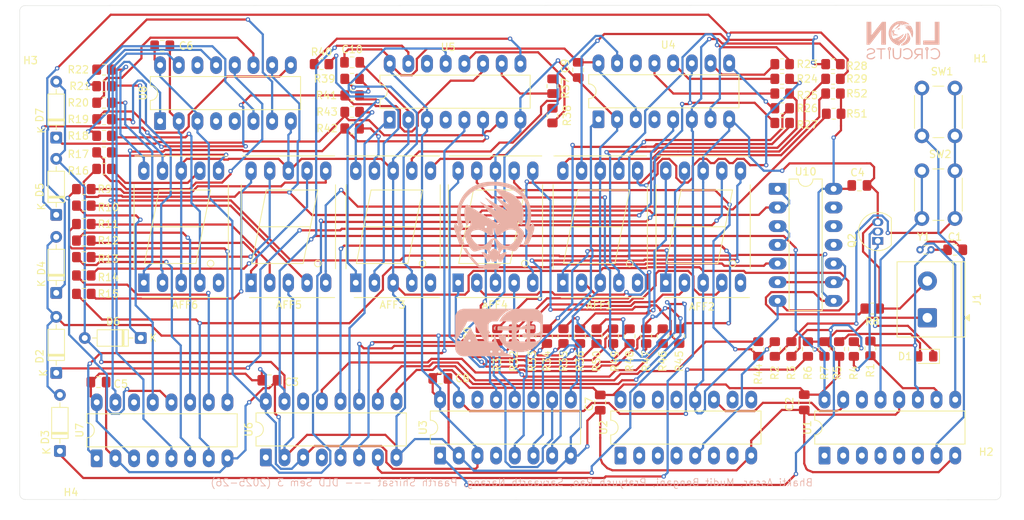
<source format=kicad_pcb>
(kicad_pcb (version 20241229) (generator "pcbnew") (generator_version "9.0")
  (layers (0 "F.Cu" signal) (2 "B.Cu" signal) (13 "F.Paste" user) (15 "B.Paste" user) (5 "F.SilkS" user "F.Silkscreen") (7 "B.SilkS" user "B.Silkscreen") (1 "F.Mask" user) (3 "B.Mask" user) (25 "Edge.Cuts" user))
  (net 0 "")
  (net 1 "Net-(AFF1-c)")
  (net 2 "Net-(AFF1-f)")
  (net 3 "Net-(AFF1-d)")
  (net 4 "GND")
  (net 5 "Net-(AFF1-a)")
  (net 6 "Net-(AFF1-e)")
  (net 8 "Net-(AFF1-b)")
  (net 9 "Net-(AFF1-g)")
  (net 10 "Net-(AFF2-g)")
  (net 11 "Net-(AFF2-c)")
  (net 13 "Net-(AFF2-a)")
  (net 14 "Net-(AFF2-e)")
  (net 15 "Net-(AFF2-d)")
  (net 16 "Net-(AFF2-f)")
  (net 17 "Net-(AFF2-b)")
  (net 18 "Net-(AFF3-d)")
  (net 19 "Net-(AFF3-f)")
  (net 20 "Net-(AFF3-c)")
  (net 22 "Net-(AFF3-a)")
  (net 23 "Net-(AFF3-b)")
  (net 24 "Net-(AFF3-g)")
  (net 25 "Net-(AFF3-e)")
  (net 26 "Net-(AFF4-g)")
  (net 27 "Net-(AFF4-e)")
  (net 28 "Net-(AFF4-f)")
  (net 29 "Net-(AFF4-a)")
  (net 30 "Net-(AFF4-b)")
  (net 31 "Net-(AFF4-DP)")
  (net 32 "Net-(AFF4-d)")
  (net 33 "Net-(AFF4-c)")
  (net 34 "Net-(AFF5-g)")
  (net 35 "Net-(AFF5-c)")
  (net 36 "Net-(AFF5-d)")
  (net 37 "Net-(AFF5-b)")
  (net 38 "Net-(AFF5-f)")
  (net 39 "Net-(AFF5-DP)")
  (net 40 "Net-(AFF5-e)")
  (net 41 "Net-(AFF5-a)")
  (net 42 "Net-(AFF6-b)")
  (net 43 "Net-(AFF6-c)")
  (net 44 "Net-(AFF6-g)")
  (net 45 "Net-(AFF6-f)")
  (net 46 "Net-(AFF6-e)")
  (net 47 "Net-(AFF6-d)")
  (net 48 "Net-(AFF6-a)")
  (net 50 "Net-(U1-~{Φ1})")
  (net 51 "Net-(U1-~{Φ0})")
  (net 52 "Net-(D1-K)")
  (net 53 "Net-(D1-A)")
  (net 54 "Net-(D2-A)")
  (net 55 "Net-(D5-A)")
  (net 56 "Net-(Q2-B)")
  (net 57 "Net-(U1-Φ0)")
  (net 58 "Net-(U2-Q5)")
  (net 59 "Net-(R2-Pad1)")
  (net 60 "/CLK - Mod-60 (1)")
  (net 61 "+6V")
  (net 62 "Net-(D2-K)")
  (net 63 "Net-(U7-RESET)")
  (net 64 "Net-(U1-Q4)")
  (net 65 "Net-(U1-Q9)")
  (net 66 "Net-(U1-Q10)")
  (net 85 "Net-(U10-Pad10)")
  (net 86 "Net-(U10-Pad3)")
  (net 88 "Net-(U3-CARRY_OUT)")
  (net 90 "Net-(D3-K)")
  (net 93 "Net-(U5-CLK)")
  (net 96 "Net-(D4-K)")
  (net 100 "Net-(U7-CARRY_OUT)")
  (net 105 "Net-(D5-K)")
  (net 106 "Net-(D6-K)")
  (net 107 "Net-(D7-K)")
  (net 108 "Net-(U7-B)")
  (net 109 "Net-(U7-C)")
  (net 110 "Net-(U7-D)")
  (net 111 "Net-(U7-E)")
  (net 112 "Net-(U7-F)")
  (net 113 "Net-(U7-A)")
  (net 114 "Net-(U7-G)")
  (net 115 "Net-(U8-A)")
  (net 116 "Net-(U8-B)")
  (net 117 "Net-(U8-C)")
  (net 118 "Net-(U8-D)")
  (net 119 "Net-(U8-E)")
  (net 120 "Net-(U8-F)")
  (net 121 "Net-(U8-G)")
  (net 122 "Net-(U4-A)")
  (net 123 "Net-(U4-B)")
  (net 124 "Net-(U4-C)")
  (net 125 "Net-(U4-D)")
  (net 126 "Net-(U3-A)")
  (net 127 "Net-(U3-B)")
  (net 128 "Net-(U3-C)")
  (net 129 "Net-(U3-D)")
  (net 130 "Net-(U3-E)")
  (net 131 "Net-(U3-F)")
  (net 132 "Net-(U3-G)")
  (net 133 "Net-(U5-A)")
  (net 134 "Net-(U5-B)")
  (net 135 "Net-(U5-C)")
  (net 136 "Net-(U5-D)")
  (net 137 "Net-(U6-A)")
  (net 138 "Net-(U6-B)")
  (net 139 "Net-(U6-C)")
  (net 140 "Net-(U6-D)")
  (net 141 "Net-(U6-E)")
  (net 142 "Net-(U6-F)")
  (net 143 "Net-(U6-G)")
  (net 144 "/CLK - Mod-60 (2)")
  (net 145 "/CLK - Mod-12")
  (footprint "Resistor_SMD:R_0805_2012Metric_Pad1.20x1.40mm_HandSolder" (layer "F.Cu") (at 59.75 74.25)
    (property "Reference" "R18")
    (property "Value" "330R")
  )
  (footprint "Package_DIP:DIP-16_W7.62mm_LongPads" (layer "F.Cu") (at 67.38 72.25 90)
    (property "Reference" "U8")
    (property "Value" "CD4026BE")
  )
  (footprint "Diode_THT:D_DO-35_SOD27_P7.62mm_Horizontal" (layer "F.Cu") (at 53.25 85 90)
    (property "Reference" "D5")
    (property "Value" "4148")
  )
  (footprint "Capacitor_SMD:C_0805_2012Metric_Pad1.18x1.45mm_HandSolder" (layer "F.Cu") (at 67.6725 62)
    (property "Reference" "C6")
    (property "Value" "0.1u")
  )
  (footprint "Resistor_SMD:R_0805_2012Metric_Pad1.20x1.40mm_HandSolder" (layer "F.Cu") (at 57 93.25 180)
    (property "Reference" "R14")
    (property "Value" "330R")
  )
  (footprint "Capacitor_SMD:C_0805_2012Metric_Pad1.18x1.45mm_HandSolder" (layer "F.Cu") (at 175.5375 89.75 180)
    (property "Reference" "C1")
    (property "Value" "30 pF")
  )
  (footprint "Diode_THT:D_DO-35_SOD27_P7.62mm_Horizontal" (layer "F.Cu") (at 53.25 95.62 90)
    (property "Reference" "D4")
    (property "Value" "4148")
  )
  (footprint "Resistor_SMD:R_0805_2012Metric_Pad1.20x1.40mm_HandSolder" (layer "F.Cu") (at 57 86.25)
    (property "Reference" "R11")
    (property "Value" "330R")
  )
  (footprint "Resistor_SMD:R_0805_2012Metric_Pad1.20x1.40mm_HandSolder" (layer "F.Cu") (at 59.75 67.5)
    (property "Reference" "R21")
    (property "Value" "330R")
  )
  (footprint "Resistor_SMD:R_0805_2012Metric_Pad1.20x1.40mm_HandSolder" (layer "F.Cu") (at 126.75 101.5 -90)
    (property "Reference" "R50")
    (property "Value" "330R")
  )
  (footprint "Resistor_SMD:R_0805_2012Metric_Pad1.20x1.40mm_HandSolder" (layer "F.Cu") (at 157.75 103.25 -90)
    (property "Reference" "R7")
    (property "Value" "10k")
  )
  (footprint "Display_7Segment:7SegmentLED_LTS6760_LTS6780" (layer "F.Cu") (at 94 94.24 90)
    (property "Reference" "AFF3")
    (property "Value" "7 Segment Display")
  )
  (footprint "Resistor_SMD:R_0805_2012Metric_Pad1.20x1.40mm_HandSolder" (layer "F.Cu") (at 115.5 101.5 90)
    (property "Reference" "R32")
    (property "Value" "330R")
  )
  (footprint "Resistor_SMD:R_0805_2012Metric_Pad1.20x1.40mm_HandSolder" (layer "F.Cu") (at 151 103.25 90)
    (property "Reference" "R2")
    (property "Value" "10k")
  )
  (footprint "Capacitor_SMD:C_0805_2012Metric_Pad1.18x1.45mm_HandSolder" (layer "F.Cu") (at 127.25 110.5375 -90)
    (property "Reference" "C7")
    (property "Value" "0.1u")
  )
  (footprint "Diode_THT:D_DO-35_SOD27_P7.62mm_Horizontal" (layer "F.Cu") (at 64.75 101.75 180)
    (property "Reference" "D6")
    (property "Value" "4148")
  )
  (footprint "Package_DIP:DIP-16_W7.62mm_LongPads" (layer "F.Cu") (at 81.76 118 90)
    (property "Reference" "U6")
    (property "Value" "CD4026BE")
  )
  (footprint "Display_7Segment:7SegmentLED_LTS6760_LTS6780" (layer "F.Cu") (at 136.17 94.24 90)
    (property "Reference" "AFF2")
    (property "Value" "7 Segment Display")
  )
  (footprint "Resistor_SMD:R_0805_2012Metric_Pad1.20x1.40mm_HandSolder" (layer "F.Cu") (at 57 95.75 180)
    (property "Reference" "R15")
    (property "Value" "330R")
  )
  (footprint "Resistor_SMD:R_0805_2012Metric_Pad1.20x1.40mm_HandSolder" (layer "F.Cu") (at 152 72.5)
    (property "Reference" "R27")
    (property "Value" "330R")
  )
  (footprint "Resistor_SMD:R_0805_2012Metric_Pad1.20x1.40mm_HandSolder" (layer "F.Cu") (at 135.75 101.5 -90)
    (property "Reference" "R46")
    (property "Value" "330R")
  )
  (footprint "MountingHole:MountingHole_3.2mm_M3" (layer "F.Cu") (at 179 59.25)
    (property "Reference" "H1")
    (property "Value" "MountingHole")
  )
  (footprint "Resistor_SMD:R_0805_2012Metric_Pad1.20x1.40mm_HandSolder" (layer "F.Cu") (at 159.75 103.25 -90)
    (property "Reference" "R5")
    (property "Value" "330R")
  )
  (footprint "Resistor_SMD:R_0805_2012Metric_Pad1.20x1.40mm_HandSolder" (layer "F.Cu") (at 148.75 103.25 -90)
    (property "Reference" "R44")
    (property "Value" "330R")
  )
  (footprint "TerminalBlock_Phoenix:TerminalBlock_Phoenix_PT-1,5-2-5.0-H_1x02_P5.00mm_Horizontal" (layer "F.Cu") (at 171.75 99 90)
    (property "Reference" "J1")
    (property "Value" "Screw_Terminal_01x02")
  )
  (footprint "Resistor_SMD:R_0805_2012Metric_Pad1.20x1.40mm_HandSolder" (layer "F.Cu") (at 93.5 71)
    (property "Reference" "R43")
    (property "Value" "330R")
  )
  (footprint "Display_7Segment:7SegmentLED_LTS6760_LTS6780" (layer "F.Cu") (at 65.17 94.24 90)
    (property "Reference" "AFF6")
    (property "Value" "7 Segment Display")
  )
  (footprint "Diode_THT:D_DO-35_SOD27_P7.62mm_Horizontal" (layer "F.Cu") (at 53.25 74.5 90)
    (property "Reference" "D7")
    (property "Value" "4148")
  )
  (footprint "Resistor_SMD:R_0805_2012Metric_Pad1.20x1.40mm_HandSolder" (layer "F.Cu") (at 93.5 68.75)
    (property "Reference" "R41")
    (property "Value" "330R")
  )
  (footprint "Resistor_SMD:R_0805_2012Metric_Pad1.20x1.40mm_HandSolder" (layer "F.Cu") (at 133.5 101.5 -90)
    (property "Reference" "R47")
    (property "Value" "330R")
  )
  (footprint "Resistor_SMD:R_0805_2012Metric_Pad1.20x1.40mm_HandSolder" (layer "F.Cu") (at 164.25 97.75)
    (property "Reference" "R8")
    (property "Value" "10k")
  )
  (footprint "Resistor_SMD:R_0805_2012Metric_Pad1.20x1.40mm_HandSolder" (layer "F.Cu") (at 93.5 66.5 180)
    (property "Reference" "R39")
    (property "Value" "330R")
  )
  (footprint "Resistor_SMD:R_0805_2012Metric_Pad1.20x1.40mm_HandSolder" (layer "F.Cu") (at 117.75 101.5 90)
    (property "Reference" "R33")
    (property "Value" "330R")
  )
  (footprint "Capacitor_SMD:C_0805_2012Metric_Pad1.18x1.45mm_HandSolder" (layer "F.Cu") (at 124.25 65.2875 -90)
    (property "Reference" "C9")
    (property "Value" "0.1u")
  )
  (footprint "Capacitor_SMD:C_0805_2012Metric_Pad1.18x1.45mm_HandSolder" (layer "F.Cu") (at 155 110.5 -90)
    (property "Reference" "C2")
    (property "Value" "0.1u")
  )
  (footprint "Resistor_SMD:R_0805_2012Metric_Pad1.20x1.40mm_HandSolder" (layer "F.Cu") (at 159 71.25)
    (property "Reference" "R51")
    (property "Value" "330R")
  )
  (footprint "Package_DIP:DIP-16_W7.62mm_LongPads" (layer "F.Cu") (at 105.47 117.75 90)
    (property "Reference" "U3")
    (property "Value" "CD4026BE")
  )
  (footprint "Resistor_SMD:R_0805_2012Metric_Pad1.20x1.40mm_HandSolder" (layer "F.Cu") (at 57 88.5)
    (property "Reference" "R12")
    (property "Value" "330R")
  )
  (footprint "Diode_THT:D_DO-35_SOD27_P7.62mm_Horizontal" (layer "F.Cu") (at 53.75 117.12 90)
    (property "Reference" "D3")
    (property "Value" "4148")
  )
  (footprint "Package_TO_SOT_THT:TO-92_Inline" (layer "F.Cu") (at 165 88.54 90)
    (property "Reference" "Q2")
    (property "Value" "BC548")
  )
  (footprint "Resistor_SMD:R_0805_2012Metric_Pad1.20x1.40mm_HandSolder" (layer "F.Cu") (at 93.5 73.25)
    (property "Reference" "R42")
    (property "Value" "330R")
  )
  (footprint "Capacitor_SMD:C_0805_2012Metric_Pad1.18x1.45mm_HandSolder" (layer "F.Cu") (at 93.5 64.25)
    (property "Reference" "C10")
    (property "Value" "0.1u")
  )
  (footprint "Resistor_SMD:R_0805_2012Metric_Pad1.20x1.40mm_HandSolder" (layer "F.Cu") (at 124.5 101.5 90)
    (property "Reference" "R36")
    (property "Value" "330R")
  )
  (footprint "Package_DIP:DIP-14_W7.62mm_LongPads" (layer "F.Cu") (at 151.38 81.46)
    (property "Reference" "U10")
    (property "Value" "7400")
  )
  (footprint "Resistor_SMD:R_0805_2012Metric_Pad1.20x1.40mm_HandSolder" (layer "F.Cu") (at 158.9125 66.5 180)
    (property "Reference" "R29")
    (property "Value" "330R")
  )
  (footprint "Package_DIP:DIP-16_W7.62mm_LongPads" (layer "F.Cu") (at 98.61 72.06 90)
    (property "Reference" "U5")
    (property "Value" "CD4026BE")
  )
  (footprint "Capacitor_SMD:C_0805_2012Metric_Pad1.18x1.45mm_HandSolder" (layer "F.Cu") (at 105.5 107.25)
    (property "Reference" "C8")
    (property "Value" "0.1u")
  )
  (footprint "Button_Switch_THT:SW_PUSH_6mm" (layer "F.Cu") (at 171 74.25 90)
    (property "Reference" "SW1")
    (property "Value" "Push Button")
  )
  (footprint "Resistor_SMD:R_0805_2012Metric_Pad1.20x1.40mm_HandSolder" (layer "F.Cu") (at 131.25 101.5 -90)
    (property "Reference" "R48")
    (property "Value" "330R")
  )
  (footprint "Resistor_SMD:R_0805_2012Metric_Pad1.20x1.40mm_HandSolder" (layer "F.Cu") (at 122.25 101.5 90)
    (property "Reference" "R35")
    (property "Value" "330R")
  )
  (footprint "Diode_THT:D_DO-35_SOD27_P7.62mm_Horizontal" (layer "F.Cu") (at 53.25 106.5 90)
    (property "Reference" "D2")
    (property "Value" "4148")
  )
  (footprint "MountingHole:MountingHole_3.2mm_M3" (layer "F.Cu") (at 51.25 59.25)
    (property "Reference" "H3")
    (property "Value" "MountingHole")
  )
  (footprint "Package_DIP:DIP-16_W7.62mm_LongPads" (layer "F.Cu") (at 157.76 117.75 90)
    (property "Reference" "U1")
    (property "Value" "4060")
  )
  (footprint "Display_7Segment:7SegmentLED_LTS6760_LTS6780" (layer "F.Cu") (at 107.92 94.24 90)
    (property "Reference" "AFF4")
    (property "Value" "7 Segment Display")
  )
  (footprint "Package_DIP:DIP-16_W7.62mm_LongPads" (layer "F.Cu") (at 130.01 117.75 90)
    (property "Reference" "U2")
    (property "Value" "4060")
  )
  (footprint "Resistor_SMD:R_0805_2012Metric_Pad1.20x1.40mm_HandSolder" (layer "F.Cu") (at 152 68.5)
    (property "Reference" "R25")
    (property "Value" "330R")
  )
  (footprint "Resistor_SMD:R_0805_2012Metric_Pad1.20x1.40mm_HandSolder" (layer "F.Cu") (at 59.75 65.25)
    (property "Reference" "R22")
    (property "Value" "330R")
  )
  (footprint "Resistor_SMD:R_0805_2012Metric_Pad1.20x1.40mm_HandSolder" (layer "F.Cu") (at 161.75 103.25 90)
    (property "Reference" "R4")
    (property "Value" "100k")
  )
  (footprint "Resistor_SMD:R_0805_2012Metric_Pad1.20x1.40mm_HandSolder" (layer "F.Cu") (at 120.75 67.5 90)
    (property "Reference" "R37")
    (property "Value" "330R")
  )
  (footprint "Capacitor_SMD:C_0805_2012Metric_Pad1.18x1.45mm_HandSolder" (layer "F.Cu") (at 82.25 107.5)
    (property "Reference" "C3")
    (property "Value" "0.1u")
  )
  (footprint "Resistor_SMD:R_0805_2012Metric_Pad1.20x1.40mm_HandSolder" (layer "F.Cu") (at 164 103.1625 -90)
    (property "Reference" "R1")
    (property "Value" "330k")
  )
  (footprint "Resistor_SMD:R_0805_2012Metric_Pad1.20x1.40mm_HandSolder" (layer "F.Cu") (at 111 101.5 90)
    (property "Reference" "R30")
    (property "Value" "330R")
  )
  (footprint "Resistor_SMD:R_0805_2012Metric_Pad1.20x1.40mm_HandSolder" (layer "F.Cu") (at 152 64.5)
    (property "Reference" "R23")
    (property "Value" "330R")
  )
  (footprint "Button_Switch_THT:SW_PUSH_6mm" (layer "F.Cu") (at 171 85.5 90)
    (property "Reference" "SW2")
    (property "Value" "Push Button")
  )
  (footprint "Resistor_SMD:R_0805_2012Metric_Pad1.20x1.40mm_HandSolder" (layer "F.Cu") (at 59.75 69.75)
    (property "Reference" "R20")
    (property "Value" "330R")
  )
  (footprint "Crystal:Crystal_DS10_D1.0mm_L4.3mm_Vertical" (layer "F.Cu") (at 170.75 89.75)
    (property "Reference" "Y1")
    (property "Value" "32.768kHz" (hide yes))
  )
  (footprint "Resistor_SMD:R_0805_2012Metric_Pad1.20x1.40mm_HandSolder" (layer "F.Cu") (at 57 90.75)
    (property "Reference" "R13")
    (property "Value" "330R")
  )
  (footprint "Resistor_SMD:R_0805_2012Metric_Pad1.20x1.40mm_HandSolder" (layer "F.Cu") (at 152 66.5)
    (property "Reference" "R24")
    (property "Value" "330R")
  )
  (footprint "Resistor_SMD:R_0805_2012Metric_Pad1.20x1.40mm_HandSolder" (layer "F.Cu") (at 89.3375 64.5)
    (property "Reference" "R40")
    (property "Value" "330R")
  )
  (footprint "Resistor_SMD:R_0805_2012Metric_Pad1.20x1.40mm_HandSolder" (layer "F.Cu") (at 155.5 103.25 -90)
    (property "Reference" "R6")
    (property "Value" "10k")
  )
  (footprint "Resistor_SMD:R_0805_2012Metric_Pad1.20x1.40mm_HandSolder" (layer "F.Cu") (at 57 83.75)
    (property "Reference" "R10")
    (property "Value" "330R")
  )
  (footprint "Display_7Segment:7SegmentLED_LTS6760_LTS6780" (layer "F.Cu") (at 122.17 94.24 90)
    (property "Reference" "AFF1")
    (property "Value" "7 Segment Display")
  )
  (footprint "Resistor_SMD:R_0805_2012Metric_Pad1.20x1.40mm_HandSolder" (layer "F.Cu") (at 120 101.5 90)
    (property "Reference" "R34")
    (property "Value" "330R")
  )
  (footprint "Resistor_SMD:R_0805_2012Metric_Pad1.20x1.40mm_HandSolder" (layer "F.Cu") (at 129 101.5 -90)
    (property "Reference" "R49")
    (property "Value" "330R")
  )
  (footprint "Resistor_SMD:R_0805_2012Metric_Pad1.20x1.40mm_HandSolder" (layer "F.Cu") (at 152 70.5)
    (property "Reference" "R26")
    (property "Value" "330R")
  )
  (footprint "Resistor_SMD:R_0805_2012Metric_Pad1.20x1.40mm_HandSolder" (layer "F.Cu") (at 59.75 78.75)
    (property "Reference" "R16")
    (property "Value" "330R")
  )
  (footprint "LED_SMD:LED_0805_2012Metric_Pad1.15x1.40mm_HandSolder" (layer "F.Cu") (at 171.525 104.25 180)
    (property "Reference" "D1")
    (property "Value" "LED")
  )
  (footprint "Resistor_SMD:R_0805_2012Metric_Pad1.20x1.40mm_HandSolder" (layer "F.Cu") (at 59.75 72)
    (property "Reference" "R19")
    (property "Value" "330R")
  )
  (footprint "Resistor_SMD:R_0805_2012Metric_Pad1.20x1.40mm_HandSolder" (layer "F.Cu") (at 158.9125 68.5)
    (property "Reference" "R52")
    (property "Value" "330R")
  )
  (footprint "Package_DIP:DIP-16_W7.62mm_LongPads" (layer "F.Cu") (at 58.76 118.12 90)
    (property "Reference" "U7")
    (property "Value" "CD4026BE")
  )
  (footprint "MountingHole:MountingHole_3.2mm_M3" (layer "F.Cu") (at 179.75 121.5)
    (property "Reference" "H2")
    (property "Value" "MountingHole")
  )
  (footprint "Resistor_SMD:R_0805_2012Metric_Pad1.20x1.40mm_HandSolder" (layer "F.Cu") (at 59.75 76.5)
    (property "Reference" "R17")
    (property "Value" "330R")
  )
  (footprint "Resistor_SMD:R_0805_2012Metric_Pad1.20x1.40mm_HandSolder" (layer "F.Cu") (at 57 81.5)
    (property "Reference" "R9")
    (property "Value" "330R")
  )
  (footprint "Capacitor_SMD:C_0805_2012Metric_Pad1.18x1.45mm_HandSolder" (layer "F.Cu") (at 59 107.75)
    (property "Reference" "C5")
    (property "Value" "0.1u")
  )
  (footprint "Package_DIP:DIP-16_W7.62mm_LongPads" (layer "F.Cu") (at 127.01 72 90)
    (property "Reference" "U4")
    (property "Value" "CD4026BE")
  )
  (footprint "Display_7Segment:7SegmentLED_LTS6760_LTS6780" (layer "F.Cu") (at 79.75 94.24 90)
    (property "Reference" "AFF5")
    (property "Value" "7 Segment Display")
  )
  (footprint "Resistor_SMD:R_0805_2012Metric_Pad1.20x1.40mm_HandSolder" (layer "F.Cu") (at 158.9125 64.5 180)
    (property "Reference" "R28")
    (property "Value" "330R")
  )
  (footprint "MountingHole:MountingHole_3.2mm_M3" (layer "F.Cu") (at 50.75 121.25)
    (property "Reference" "H4")
    (property "Value" "MountingHole")
  )
  (footprint "Resistor_SMD:R_0805_2012Metric_Pad1.20x1.40mm_HandSolder" (layer "F.Cu") (at 113.25 101.5 90)
    (property "Reference" "R31")
    (property "Value" "330R")
  )
  (footprint "Capacitor_SMD:C_0805_2012Metric_Pad1.18x1.45mm_HandSolder" (layer "F.Cu") (at 162.5 81)
    (property "Reference" "C4")
    (property "Value" "0.1u")
  )
  (footprint "Resistor_SMD:R_0805_2012Metric_Pad1.20x1.40mm_HandSolder" (layer "F.Cu") (at 138 101.5 -90)
    (property "Reference" "R45")
    (property "Value" "330R")
  )
  (footprint "Resistor_SMD:R_0805_2012Metric_Pad1.20x1.40mm_HandSolder" (layer "F.Cu") (at 120.75 71.5 90)
    (property "Reference" "R38")
    (property "Value" "330R")
  )
  (footprint "Resistor_SMD:R_0805_2012Metric_Pad1.20x1.40mm_HandSolder" (layer "F.Cu") (at 153.25 103.25 90)
    (property "Reference" "R3")
    (property "Value" "10k")
  )
  (footprint "Logos:sra_logo_big" (layer "B.Cu") (at 113.5 101 180)
    (property "Reference" "G***" (hide yes))
    (property "Value" "LOGO" (hide yes))
  )
  (footprint "logos:sra_skull_big" (layer "B.Cu") (at 112.75 86.5 180)
    (property "Reference" "G***" (hide yes))
    (property "Value" "LOGO" (hide yes))
  )
  (footprint "Logos:Lions_logo" (layer "B.Cu") (at 168.5 61.25 180)
    (property "Reference" "G***" (hide yes))
    (property "Value" "LOGO" (hide yes))
  )
  (gr_line (start 181.75 57.25) (end 181.75 123) (stroke (width 0.05)) (layer "Edge.Cuts"))
  (gr_arc (start 181.75 123) (mid 181.53033 123.53033) (end 181 123.75) (stroke (width 0.05)) (layer "Edge.Cuts"))
  (gr_line (start 49.03033 56.530331) (end 181 56.5) (stroke (width 0.05)) (layer "Edge.Cuts"))
  (gr_line (start 181 123.75) (end 49.0303 123.71967) (stroke (width 0.05)) (layer "Edge.Cuts"))
  (gr_arc (start 49.03033 123.71967) (mid 48.5 123.5) (end 48.28033 122.96967) (stroke (width 0.05)) (layer "Edge.Cuts"))
  (gr_arc (start 181 56.5) (mid 181.53033 56.71967) (end 181.75 57.25) (stroke (width 0.05)) (layer "Edge.Cuts"))
  (gr_line (start 48.28033 122.96967) (end 48.28033 57.2803) (stroke (width 0.05)) (layer "Edge.Cuts"))
  (gr_arc (start 48.28033 57.28033) (mid 48.5 56.75) (end 49.03033 56.53033) (stroke (width 0.05)) (layer "Edge.Cuts"))
  (gr_text "Bhakti Assar, Mudit Bengani, Pratyush Rao, Sarvaarth Narang, Paarth Shirsat --- DLD Sem 3 (2025-26)" (at 156.25 122 0) (layer "B.SilkS") (effects (font (size 1 1) (thickness 0.1)) (justify left bottom mirror)))
  (segment (start 134.5839 76.3829) (end 128.2077 76.3829) (width 0.3) (layer "F.Cu") (net 1))
  (segment (start 134.7916 76.1752) (end 134.5839 76.3829) (width 0.3) (layer "F.Cu") (net 1))
  (segment (start 135.0856 75.8812) (end 151.3432 75.8812) (width 0.3) (layer "F.Cu") (net 1))
  (segment (start 151.3432 75.8812) (end 153.9597 73.2647) (width 0.3) (layer "F.Cu") (net 1))
  (segment (start 134.7916 76.1752) (end 134.5839 76.3829) (width 0.3) (layer "F.Cu") (net 1))
  (segment (start 153.9597 73.2647) (end 153.9597 69.4597) (width 0.3) (layer "F.Cu") (net 1))
  (segment (start 134.7916 76.1752) (end 135.0856 75.8812) (width 0.3) (layer "F.Cu") (net 1))
  (segment (start 153.9597 69.4597) (end 153 68.5) (width 0.3) (layer "F.Cu") (net 1))
  (segment (start 128.2077 76.3829) (end 128.1142 76.4764) (width 0.3) (layer "F.Cu") (net 1))
  (via (at 128.1142 76.4764) (size 0.6) (drill 0.3) (layers "F.Cu" "B.Cu") (net 1))
  (segment (start 129.79 92.6263) (end 128.5933 91.4296) (width 0.3) (layer "B.Cu") (net 1))
  (segment (start 128.5933 91.4296) (end 128.5933 76.9555) (width 0.3) (layer "B.Cu") (net 1))
  (segment (start 128.5933 76.9555) (end 128.1142 76.4764) (width 0.3) (layer "B.Cu") (net 1))
  (segment (start 129.79 94.24) (end 129.79 92.6263) (width 0.3) (layer "B.Cu") (net 1))
  (segment (start 156.4243 64.5) (end 156.2091 64.2848) (width 0.3) (layer "F.Cu") (net 2))
  (segment (start 143.6202 60.3999) (end 127.805 60.3999) (width 0.3) (layer "F.Cu") (net 2))
  (segment (start 127.805 60.3999) (end 126.8745 61.3304) (width 0.3) (layer "F.Cu") (net 2))
  (segment (start 156.2254 61.1969) (end 144.4172 61.1969) (width 0.3) (layer "F.Cu") (net 2))
  (segment (start 157.9125 64.5) (end 156.4243 64.5) (width 0.3) (layer "F.Cu") (net 2))
  (segment (start 144.4172 61.1969) (end 143.6202 60.3999) (width 0.3) (layer "F.Cu") (net 2))
  (segment (start 156.5655 60.8568) (end 156.2254 61.1969) (width 0.3) (layer "F.Cu") (net 2))
  (via (at 156.2091 64.2848) (size 0.6) (drill 0.3) (layers "F.Cu" "B.Cu") (net 2))
  (via (at 156.5655 60.8568) (size 0.6) (drill 0.3) (layers "F.Cu" "B.Cu") (net 2))
  (via (at 126.8745 61.3304) (size 0.6) (drill 0.3) (layers "F.Cu" "B.Cu") (net 2))
  (segment (start 124.71 77.3863) (end 124.71 63.4949) (width 0.3) (layer "B.Cu") (net 2))
  (segment (start 156.2091 61.2132) (end 156.5655 60.8568) (width 0.3) (layer "B.Cu") (net 2))
  (segment (start 124.71 63.4949) (end 126.8745 61.3304) (width 0.3) (layer "B.Cu") (net 2))
  (segment (start 156.2091 64.2848) (end 156.2091 61.2132) (width 0.3) (layer "B.Cu") (net 2))
  (segment (start 124.71 79) (end 124.71 77.3863) (width 0.3) (layer "B.Cu") (net 2))
  (segment (start 150.3998 74.8223) (end 152.0274 73.1947) (width 0.3) (layer "F.Cu") (net 3))
  (segment (start 133.1883 75.1027) (end 133.4687 74.8223) (width 0.3) (layer "F.Cu") (net 3))
  (segment (start 130.4672 95.8553) (end 126.638 95.8553) (width 0.3) (layer "F.Cu") (net 3))
  (segment (start 152.0274 73.1947) (end 152.0274 71.4726) (width 0.3) (layer "F.Cu") (net 3))
  (segment (start 130.8169 95.5056) (end 130.4672 95.8553) (width 0.3) (layer "F.Cu") (net 3))
  (segment (start 125.0227 94.24) (end 124.71 94.24) (width 0.3) (layer "F.Cu") (net 3))
  (segment (start 133.4687 74.8223) (end 150.3998 74.8223) (width 0.3) (layer "F.Cu") (net 3))
  (segment (start 152.0274 71.4726) (end 153 70.5) (width 0.3) (layer "F.Cu") (net 3))
  (segment (start 126.638 95.8553) (end 125.0227 94.24) (width 0.3) (layer "F.Cu") (net 3))
  (via (at 133.1883 75.1027) (size 0.6) (drill 0.3) (layers "F.Cu" "B.Cu") (net 3))
  (via (at 130.8169 95.5056) (size 0.6) (drill 0.3) (layers "F.Cu" "B.Cu") (net 3))
  (segment (start 131.165 95.8537) (end 132.7913 95.8537) (width 0.3) (layer "B.Cu") (net 3))
  (segment (start 132.7913 95.8537) (end 133.4437 95.2013) (width 0.3) (layer "B.Cu") (net 3))
  (segment (start 131.2026 77.0884) (end 133.1883 75.1027) (width 0.3) (layer "B.Cu") (net 3))
  (segment (start 133.4437 95.2013) (end 133.4437 93.2787) (width 0.3) (layer "B.Cu") (net 3))
  (segment (start 131.2026 91.0376) (end 131.2026 77.0884) (width 0.3) (layer "B.Cu") (net 3))
  (segment (start 133.4437 93.2787) (end 131.2026 91.0376) (width 0.3) (layer "B.Cu") (net 3))
  (segment (start 130.8169 95.5056) (end 131.165 95.8537) (width 0.3) (layer "B.Cu") (net 3))
  (segment (start 76.0841 77.4846) (end 76.6238 77.4846) (width 0.3) (layer "F.Cu") (net 4))
  (segment (start 76.6238 77.4846) (end 76.7221 77.3863) (width 0.3) (layer "F.Cu") (net 4))
  (segment (start 83 112) (end 83 107.7875) (width 0.3) (layer "F.Cu") (net 4))
  (segment (start 163.5375 80.9625) (end 164.5 80) (width 0.3) (layer "F.Cu") (net 4))
  (segment (start 127.25 118.086) (end 127.543 118.793) (width 0.3) (layer "F.Cu") (net 4))
  (segment (start 109.3463 95.3666) (end 108.8592 95.8537) (width 0.3) (layer "F.Cu") (net 4))
  (segment (start 79.5 110.5) (end 81.424 108.576) (width 0.3) (layer "F.Cu") (net 4))
  (segment (start 147.055 92.89) (end 146.7913 92.6263) (width 0.3) (layer "F.Cu") (net 4))
  (segment (start 167.92 110.13) (end 167.92 111.6817) (width 0.3) (layer "F.Cu") (net 4))
  (segment (start 84.83 78.7163) (end 83.5 77.3863) (width 0.3) (layer "F.Cu") (net 4))
  (segment (start 133.6727 92.1246) (end 140.7483 92.1246) (width 0.3) (layer "F.Cu") (net 4))
  (segment (start 97.467 77.387) (end 99.08 79) (width 0.3) (layer "F.Cu") (net 4))
  (segment (start 68.71 62) (end 68.71 71.04) (width 0.3) (layer "F.Cu") (net 4))
  (segment (start 81.424 108.576) (end 82.2115 108.576) (width 0.3) (layer "F.Cu") (net 4))
  (segment (start 109.9987 92.6263) (end 109.3463 93.2787) (width 0.3) (layer "F.Cu") (net 4))
  (segment (start 159.5 92.89) (end 147.055 92.89) (width 0.3) (layer "F.Cu") (net 4))
  (segment (start 101.15 72.06) (end 101.15 70.8625) (width 0.3) (layer "F.Cu") (net 4))
  (segment (start 167.4183 112.1834) (end 167.92 111.6817) (width 0.3) (layer "F.Cu") (net 4))
  (segment (start 155 118.836) (end 155.293 119.543) (width 0.3) (layer "F.Cu") (net 4))
  (segment (start 155 111.538) (end 155 115.187) (width 0.3) (layer "F.Cu") (net 4))
  (segment (start 86.613 77.387) (end 97.467 77.387) (width 0.3) (layer "F.Cu") (net 4))
  (segment (start 70.25 79) (end 70.25 78.1363) (width 0.3) (layer "F.Cu") (net 4))
  (segment (start 168 97.75) (end 171.75 94) (width 0.3) (layer "F.Cu") (net 4))
  (segment (start 121.5 64) (end 123.825 66.325) (width 0.3) (layer "F.Cu") (net 4))
  (segment (start 155.144 111.681) (end 155.6464 112.1834) (width 0.3) (layer "F.Cu") (net 4))
  (segment (start 127.25 92.6278) (end 127.25 92.6263) (width 0.3) (layer "F.Cu") (net 4))
  (segment (start 127.25 111.575) (end 127.356 111.681) (width 0.3) (layer "F.Cu") (net 4))
  (segment (start 164.5 86) (end 165 86) (width 0.3) (layer "F.Cu") (net 4))
  (segment (start 160.75 96.9778) (end 159.728 98) (width 0.3) (layer "F.Cu") (net 4))
  (segment (start 161 96.7278) (end 160.75 96.9778) (width 0.3) (layer "F.Cu") (net 4))
  (segment (start 84.83 79) (end 84.83 78.7163) (width 0.3) (layer "F.Cu") (net 4))
  (segment (start 125.5 113) (end 126.925 111.575) (width 0.3) (layer "F.Cu") (net 4))
  (segment (start 98.0222 114.9305) (end 99.54 116.4483) (width 0.3) (layer "F.Cu") (net 4))
  (segment (start 106.538 107.25) (end 106.621 107.334) (width 0.3) (layer "F.Cu") (net 4))
  (segment (start 163 87.5) (end 164.5 86) (width 0.3) (layer "F.Cu") (net 4))
  (segment (start 128.207 119.457) (end 128.914 119.75) (width 0.3) (layer "F.Cu") (net 4))
  (segment (start 99.54 116.4483) (end 99.54 118) (width 0.3) (layer "F.Cu") (net 4))
  (segment (start 155 111.538) (end 155.144 111.681) (width 0.3) (layer "F.Cu") (net 4))
  (segment (start 76.7221 77.3863) (end 83.5 77.3863) (width 0.3) (layer "F.Cu") (net 4))
  (segment (start 109.3463 93.2787) (end 109.3463 95.3666) (width 0.3) (layer "F.Cu") (net 4))
  (segment (start 127.25 111.575) (end 127.25 115.3333) (width 0.3) (layer "F.Cu") (net 4))
  (segment (start 127.633 92.2448) (end 133.5525 92.2448) (width 0.3) (layer "F.Cu") (net 4))
  (segment (start 84.83 79) (end 84.83 78.1931) (width 0.3) (layer "F.Cu") (net 4))
  (segment (start 113 92.6263) (end 109.9987 92.6263) (width 0.3) (layer "F.Cu") (net 4))
  (segment (start 127.25 92.6263) (end 113 92.6263) (width 0.3) (layer "F.Cu") (net 4))
  (segment (start 155.293 119.543) (end 155.457 119.707) (width 0.3) (layer "F.Cu") (net 4))
  (segment (start 101.15 70.8625) (end 94.5375 64.25) (width 0.3) (layer "F.Cu") (net 4))
  (segment (start 83 107.7875) (end 83.2875 107.5) (width 0.3) (layer "F.Cu") (net 4))
  (segment (start 164 81) (end 165 82) (width 0.3) (layer "F.Cu") (net 4))
  (segment (start 163.5 78) (end 153 78) (width 0.3) (layer "F.Cu") (net 4))
  (segment (start 98.0222 114.9305) (end 87.3695 114.9305) (width 0.3) (layer "F.Cu") (net 4))
  (segment (start 106.621 113.8955) (end 106.621 116.361) (width 0.3) (layer "F.Cu") (net 4))
  (segment (start 70.25 78.1363) (end 71 77.3863) (width 0.3) (layer "F.Cu") (net 4))
  (segment (start 127.25 92.6278) (end 127.633 92.2448) (width 0.3) (layer "F.Cu") (net 4))
  (segment (start 133.5525 92.2448) (end 133.6727 92.1246) (width 0.3) (layer "F.Cu") (net 4))
  (segment (start 140.7483 92.1246) (end 141.25 92.6263) (width 0.3) (layer "F.Cu") (net 4))
  (segment (start 75.9858 77.3863) (end 76.0841 77.4846) (width 0.3) (layer "F.Cu") (net 4))
  (segment (start 127.25 115.3333) (end 127.25 118.086) (width 0.3) (layer "F.Cu") (net 4))
  (segment (start 123.825 66.325) (end 124.25 66.325) (width 0.3) (layer "F.Cu") (net 4))
  (segment (start 128.914 119.75) (end 145.79 119.75) (width 0.3) (layer "F.Cu") (net 4))
  (segment (start 155 111.5375) (end 155 111.538) (width 0.3) (layer "F.Cu") (net 4))
  (segment (start 100.6937 95.8537) (end 99.08 94.24) (width 0.3) (layer "F.Cu") (net 4))
  (segment (start 165.25 97.75) (end 168 97.75) (width 0.3) (layer "F.Cu") (net 4))
  (segment (start 87.3695 114.9305) (end 84.3 118) (width 0.3) (layer "F.Cu") (net 4))
  (segment (start 60.0375 114.0591) (end 60.0375 116.858) (width 0.3) (layer "F.Cu") (net 4))
  (segment (start 125.5 116.5) (end 125.5 113) (width 0.3) (layer "F.Cu") (net 4))
  (segment (start 173.29 120) (end 175.54 117.75) (width 0.3) (layer "F.Cu") (net 4))
  (segment (start 152.68 98) (end 151.38 96.7) (width 0.3) (layer "F.Cu") (net 4))
  (segment (start 106.621 116.361) (end 108.01 117.75) (width 0.3) (layer "F.Cu") (net 4))
  (segment (start 153 78) (end 152 79) (width 0.3) (layer "F.Cu") (net 4))
  (segment (start 159.89 92.89) (end 161 94) (width 0.3) (layer "F.Cu") (net 4))
  (segment (start 83.2875 107.5) (end 83 107.788) (width 0.3) (layer "F.Cu") (net 4))
  (segment (start 145.79 119.75) (end 147.79 117.75) (width 0.3) (layer "F.Cu") (net 4))
  (segment (start 163 90) (end 163 87.5) (width 0.3) (layer "F.Cu") (net 4))
  (segment (start 124.25 66.7) (end 129.55 72) (width 0.3) (layer "F.Cu") (net 4))
  (segment (start 164.5 80) (end 164.5 78.5) (width 0.3) (layer "F.Cu") (net 4))
  (segment (start 164 78) (end 163.5 78) (width 0.3) (layer "F.Cu") (net 4))
  (segment (start 83.5 112.5) (end 83 112) (width 0.3) (layer "F.Cu") (net 4))
  (segment (start 106.5375 107.25) (end 106.538 107.25) (width 0.3) (layer "F.Cu") (net 4))
  (segment (start 164.5 78.5) (end 164 78) (width 0.3) (layer "F.Cu") (net 4))
  (segment (start 126.925 111.575) (end 127.25 111.575) (width 0.3) (layer "F.Cu") (net 4))
  (segment (start 85 79) (end 86.613 77.387) (width 0.3) (layer "F.Cu") (net 4))
  (segment (start 165.25 97.75) (end 165.25 92.25) (width 0.3) (layer "F.Cu") (net 4))
  (segment (start 165.25 92.25) (end 163 90) (width 0.3) (layer "F.Cu") (net 4))
  (segment (start 60.0375 107.75) (end 60.0375 114.0591) (width 0.3) (layer "F.Cu") (net 4))
  (segment (start 163.5375 81) (end 164 81) (width 0.3) (layer "F.Cu") (net 4))
  (segment (start 165 82) (end 165 86) (width 0.3) (layer "F.Cu") (net 4))
  (segment (start 159.5 92.89) (end 159.89 92.89) (width 0.3) (layer "F.Cu") (net 4))
  (segment (start 108.8592 95.8537) (end 100.6937 95.8537) (width 0.3) (layer "F.Cu") (net 4))
  (segment (start 71 77.3863) (end 75.9858 77.3863) (width 0.3) (layer "F.Cu") (net 4))
  (segment (start 151.9625 111.5375) (end 147.79 115.71) (width 0.3) (layer "F.Cu") (net 4))
  (segment (start 163.5375 81) (end 163.5375 80.9625) (width 0.3) (layer "F.Cu") (net 4))
  (segment (start 155.457 119.707) (end 156.164 120) (width 0.3) (layer "F.Cu") (net 4))
  (segment (start 155 111.5375) (end 151.9625 111.5375) (width 0.3) (layer "F.Cu") (net 4))
  (segment (start 156.164 120) (end 173.29 120) (width 0.3) (layer "F.Cu") (net 4))
  (segment (start 159.728 98) (end 152.68 98) (width 0.3) (layer "F.Cu") (net 4))
  (segment (start 161 94) (end 161 96.7278) (width 0.3) (layer "F.Cu") (net 4))
  (segment (start 68.71 71.04) (end 69.92 72.25) (width 0.3) (layer "F.Cu") (net 4))
  (segment (start 124.25 66.325) (end 124.25 66.7) (width 0.3) (layer "F.Cu") (net 4))
  (segment (start 82.2115 108.576) (end 83.2875 107.5) (width 0.3) (layer "F.Cu") (net 4))
  (segment (start 155 115.187) (end 155 118.836) (width 0.3) (layer "F.Cu") (net 4))
  (segment (start 84.83 79) (end 85 79) (width 0.3) (layer "F.Cu") (net 4))
  (segment (start 127.543 118.793) (end 128.207 119.457) (width 0.3) (layer "F.Cu") (net 4))
  (segment (start 155.6464 112.1834) (end 167.4183 112.1834) (width 0.3) (layer "F.Cu") (net 4))
  (segment (start 106.621 107.334) (end 106.621 113.8955) (width 0.3) (layer "F.Cu") (net 4))
  (segment (start 60.0375 116.858) (end 61.3 118.12) (width 0.3) (layer "F.Cu") (net 4))
  (segment (start 147.79 115.71) (end 147.79 117.75) (width 0.3) (layer "F.Cu") (net 4))
  (segment (start 146.7913 92.6263) (end 141.25 92.6263) (width 0.3) (layer "F.Cu") (net 4))
  (via (at 79.5 110.5) (size 0.6) (drill 0.3) (layers "F.Cu" "B.Cu") (net 4))
  (via (at 125.5 116.5) (size 0.6) (drill 0.3) (layers "F.Cu" "B.Cu") (net 4))
  (via (at 121.5 64) (size 0.6) (drill 0.3) (layers "F.Cu" "B.Cu") (net 4))
  (via (at 152 79) (size 0.6) (drill 0.3) (layers "F.Cu" "B.Cu") (net 4))
  (via (at 83.5 112.5) (size 0.6) (drill 0.3) (layers "F.Cu" "B.Cu") (net 4))
  (segment (start 129.55 72) (end 129.55 73.5517) (width 0.3) (layer "B.Cu") (net 4))
  (segment (start 123.25 117.75) (end 123.25 115.25) (width 0.3) (layer "B.Cu") (net 4))
  (segment (start 141.25 80.6137) (end 141.25 92.6263) (width 0.3) (layer "B.Cu") (net 4))
  (segment (start 61.3 118.12) (end 63.18 120) (width 0.3) (layer "B.Cu") (net 4))
  (segment (start 113 79) (end 113 77.0017) (width 0.3) (layer "B.Cu") (net 4))
  (segment (start 79 111) (end 79.5 110.5) (width 0.3) (layer "B.Cu") (net 4))
  (segment (start 113 92.6263) (end 113 80.6137) (width 0.3) (layer "B.Cu") (net 4))
  (segment (start 69.92 73.8017) (end 70.25 74.1317) (width 0.3) (layer "B.Cu") (net 4))
  (segment (start 113 77.0017) (end 116.39 73.6117) (width 0.3) (layer "B.Cu") (net 4))
  (segment (start 147.5 77) (end 147.5 74.5) (width 0.3) (layer "B.Cu") (net 4))
  (segment (start 141.25 77.0917) (end 141.25 79) (width 0.3) (layer "B.Cu") (net 4))
  (segment (start 123.25 117.75) (end 124.25 117.75) (width 0.3) (layer "B.Cu") (net 4))
  (segment (start 84.83 74.1317) (end 84.83 79) (width 0.3) (layer "B.Cu") (net 4))
  (segment (start 63.18 120) (end 75.5 120) (width 0.3) (layer "B.Cu") (net 4))
  (segment (start 127.25 79.8068) (end 127.25 79) (width 0.3) (layer "B.Cu") (net 4))
  (segment (start 85.4775 115.2708) (end 85.4775 96.5012) (width 0.3) (layer "B.Cu") (net 4))
  (segment (start 113 79) (end 113 80.6137) (width 0.3) (layer "B.Cu") (net 4))
  (segment (start 141.5 111.5) (end 141.5 109) (width 0.3) (layer "B.Cu") (net 4))
  (segment (start 101.15 75.3163) (end 99.08 77.3863) (width 0.3) (layer "B.Cu") (net 4))
  (segment (start 70.25 80.6137) (end 70.25 92.6263) (width 0.3) (layer "B.Cu") (net 4))
  (segment (start 99.08 79) (end 99.08 77.3863) (width 0.3) (layer "B.Cu") (net 4))
  (segment (start 83.6304 112.6304) (end 83.5 112.5) (width 0.3) (layer "B.Cu") (net 4))
  (segment (start 141.25 79) (end 141.25 80.6137) (width 0.3) (layer "B.Cu") (net 4))
  (segment (start 123.5166 98.807846) (end 127.25 95.074446) (width 0.3) (layer "B.Cu") (net 4))
  (segment (start 99.08 94.24) (end 99.08 95.8537) (width 0.3) (layer "B.Cu") (net 4))
  (segment (start 99.08 94.24) (end 99.08 79) (width 0.3) (layer "B.Cu") (net 4))
  (segment (start 101.15 72.06) (end 101.15 75.3163) (width 0.3) (layer "B.Cu") (net 4))
  (segment (start 79 117) (end 79 111) (width 0.3) (layer "B.Cu") (net 4))
  (segment (start 144.79 72) (end 144.79 73.5517) (width 0.3) (layer "B.Cu") (net 4))
  (segment (start 76.54 118.12) (end 76.54 118.96) (width 0.3) (layer "B.Cu") (net 4))
  (segment (start 83.6304 117) (end 83.6304 113) (width 0.3) (layer "B.Cu") (net 4))
  (segment (start 85.16 73.8017) (end 84.83 74.1317) (width 0.3) (layer "B.Cu") (net 4))
  (segment (start 121.1938 119.8062) (end 110.0662 119.8062) (width 0.3) (layer "B.Cu") (net 4))
  (segment (start 127.25 75.8517) (end 127.25 77.3863) (width 0.3) (layer "B.Cu") (net 4))
  (segment (start 99.54 112.4087) (end 99.5401 112.4087) (width 0.3) (layer "B.Cu") (net 4))
  (segment (start 151.38 99.12) (end 151.38 96.7) (width 0.3) (layer "B.Cu") (net 4))
  (segment (start 102.04 115.5) (end 105.76 115.5) (width 0.3) (layer "B.Cu") (net 4))
  (segment (start 110.0662 119.8062) (end 108.01 117.75) (width 0.3) (layer "B.Cu") (net 4))
  (segment (start 100.6917 97.4654) (end 99.08 95.8537) (width 0.3) (layer "B.Cu") (net 4))
  (segment (start 123.5166 101.901179) (end 123.5166 98.807846) (width 0.3) (layer "B.Cu") (net 4))
  (segment (start 123.25 117.75) (end 121.1938 119.8062) (width 0.3) (layer "B.Cu") (net 4))
  (segment (start 85.16 72.25) (end 85.16 73.8017) (width 0.3) (layer "B.Cu") (net 4))
  (segment (start 141.25 94.24) (end 141.25 92.6263) (width 0.3) (layer "B.Cu") (net 4))
  (segment (start 84.83 94.24) (end 84.83 95.8537) (width 0.3) (layer "B.Cu") (net 4))
  (segment (start 141.5 109) (end 151.38 99.12) (width 0.3) (layer "B.Cu") (net 4))
  (segment (start 99.54 118) (end 102.04 115.5) (width 0.3) (layer "B.Cu") (net 4))
  (segment (start 140.17 110.13) (end 140.17 111.67) (width 0.3) (layer "B.Cu") (net 4))
  (segment (start 152 79) (end 149.5 79) (width 0.3) (layer "B.Cu") (net 4))
  (segment (start 84.3 116.4483) (end 85.4775 115.2708) (width 0.3) (layer "B.Cu") (net 4))
  (segment (start 140.17 108.5783) (end 141.25 107.4983) (width 0.3) (layer "B.Cu") (net 4))
  (segment (start 145 72) (end 144.79 72) (width 0.3) (layer "B.Cu") (net 4))
  (segment (start 127.25 94.24) (end 127.25 92.6263) (width 0.3) (layer "B.Cu") (net 4))
  (segment (start 127.2285 80.6352) (end 127.2285 92.6048) (width 0.3) (layer "B.Cu") (net 4))
  (segment (start 127.25 79) (end 127.25 77.3863) (width 0.3) (layer "B.Cu") (net 4))
  (segment (start 140.17 110.13) (end 140.17 108.5783) (width 0.3) (layer "B.Cu") (net 4))
  (segment (start 105.76 115.5) (end 108.01 117.75) (width 0.3) (layer "B.Cu") (net 4))
  (segment (start 129.55 73.5517) (end 127.25 75.8517) (width 0.3) (layer "B.Cu") (net 4))
  (segment (start 144.79 73.5517) (end 141.25 77.0917) (width 0.3) (layer "B.Cu") (net 4))
  (segment (start 76.54 118.12) (end 77.88 118.12) (width 0.3) (layer "B.Cu") (net 4))
  (segment (start 99.5401 112.4087) (end 100.6917 111.2571) (width 0.3) (layer "B.Cu") (net 4))
  (segment (start 140.5 112) (end 141 112) (width 0.3) (layer "B.Cu") (net 4))
  (segment (start 141 112) (end 141.5 111.5) (width 0.3) (layer "B.Cu") (net 4))
  (segment (start 84.3 118) (end 84.3 116.4483) (width 0.3) (layer "B.Cu") (net 4))
  (segment (start 116.39 72.06) (end 116.39 69.11) (width 0.3) (layer "B.Cu") (net 4))
  (segment (start 127.25 80.6137) (end 127.2285 80.6352) (width 0.3) (layer "B.Cu") (net 4))
  (segment (start 116.39 72.06) (end 116.39 73.6117) (width 0.3) (layer "B.Cu") (net 4))
  (segment (start 127.2285 92.6048) (end 127.25 92.6263) (width 0.3) (layer "B.Cu") (net 4))
  (segment (start 70.25 94.24) (end 70.25 92.6263) (width 0.3) (layer "B.Cu") (net 4))
  (segment (start 124.25 117.75) (end 125.5 116.5) (width 0.3) (layer "B.Cu") (net 4))
  (segment (start 124.5819 102.96648) (end 123.5166 101.901179) (width 0.3) (layer "B.Cu") (net 4))
  (segment (start 70.25 74.1317) (end 70.25 79) (width 0.3) (layer "B.Cu") (net 4))
  (segment (start 99.54 118) (end 99.54 116.4483) (width 0.3) (layer "B.Cu") (net 4))
  (segment (start 76.54 118.96) (end 75.5 120) (width 0.3) (layer "B.Cu") (net 4))
  (segment (start 141.25 107.4983) (end 141.25 94.24) (width 0.3) (layer "B.Cu") (net 4))
  (segment (start 83.6304 113) (end 83.6304 112.6304) (width 0.3) (layer "B.Cu") (net 4))
  (segment (start 127.25 79.8068) (end 127.25 80.6137) (width 0.3) (layer "B.Cu") (net 4))
  (segment (start 77.88 118.12) (end 79 117) (width 0.3) (layer "B.Cu") (net 4))
  (segment (start 84.3 118) (end 83.6304 117.3304) (width 0.3) (layer "B.Cu") (net 4))
  (segment (start 85.4775 96.5012) (end 84.83 95.8537) (width 0.3) (layer "B.Cu") (net 4))
  (segment (start 127.25 95.074446) (end 127.25 94.24) (width 0.3) (layer "B.Cu") (net 4))
  (segment (start 69.92 72.25) (end 69.92 73.8017) (width 0.3) (layer "B.Cu") (net 4))
  (segment (start 140.17 111.67) (end 140.5 112) (width 0.3) (layer "B.Cu") (net 4))
  (segment (start 100.6917 111.2571) (end 100.6917 97.4654) (width 0.3) (layer "B.Cu") (net 4))
  (segment (start 123.25 115.25) (end 124.5819 113.9181) (width 0.3) (layer "B.Cu") (net 4))
  (segment (start 113 94.24) (end 113 92.6263) (width 0.3) (layer "B.Cu") (net 4))
  (segment (start 149.5 79) (end 147.5 77) (width 0.3) (layer "B.Cu") (net 4))
  (segment (start 83.6304 117.3304) (end 83.6304 117) (width 0.3) (layer "B.Cu") (net 4))
  (segment (start 124.5819 113.9181) (end 124.5819 102.96648) (width 0.3) (layer "B.Cu") (net 4))
  (segment (start 147.5 74.5) (end 145 72) (width 0.3) (layer "B.Cu") (net 4))
  (segment (start 116.39 69.11) (end 121.5 64) (width 0.3) (layer "B.Cu") (net 4))
  (segment (start 70.25 79) (end 70.25 80.6137) (width 0.3) (layer "B.Cu") (net 4))
  (segment (start 99.54 116.4483) (end 99.54 112.4087) (width 0.3) (layer "B.Cu") (net 4))
  (segment (start 143.2462 61.7984) (end 143.2463 61.7984) (width 0.3) (layer "F.Cu") (net 5))
  (segment (start 151.2139 62.2003) (end 153 63.9864) (width 0.3) (layer "F.Cu") (net 5))
  (segment (start 153 63.9864) (end 153 64.5) (width 0.3) (layer "F.Cu") (net 5))
  (segment (start 143.2463 61.7984) (end 143.6482 62.2003) (width 0.3) (layer "F.Cu") (net 5))
  (segment (start 143.6482 62.2003) (end 151.2139 62.2003) (width 0.3) (layer "F.Cu") (net 5))
  (segment (start 143.14 61.9046) (end 143.2462 61.7984) (width 0.3) (layer "F.Cu") (net 5))
  (via (at 143.14 61.9046) (size 0.6) (drill 0.3) (layers "F.Cu" "B.Cu") (net 5))
  (segment (start 141.5735 60.4343) (end 138.44 63.5678) (width 0.3) (layer "B.Cu") (net 5))
  (segment (start 142.3794 60.4343) (end 141.5735 60.4343) (width 0.3) (layer "B.Cu") (net 5))
  (segment (start 129.79 79) (end 129.79 77.3863) (width 0.3) (layer "B.Cu") (net 5))
  (segment (start 143.14 61.1949) (end 142.3794 60.4343) (width 0.3) (layer "B.Cu") (net 5))
  (segment (start 143.14 61.9046) (end 143.14 61.1949) (width 0.3) (layer "B.Cu") (net 5))
  (segment (start 138.44 63.5678) (end 138.44 65.7849) (width 0.3) (layer "B.Cu") (net 5))
  (segment (start 133.36 70.8649) (end 133.36 73.8163) (width 0.3) (layer "B.Cu") (net 5))
  (segment (start 133.36 73.8163) (end 129.79 77.3863) (width 0.3) (layer "B.Cu") (net 5))
  (segment (start 138.44 65.7849) (end 133.36 70.8649) (width 0.3) (layer "B.Cu") (net 5))
  (segment (start 133.4823 75.7303) (end 134.5271 75.7303) (width 0.3) (layer "F.Cu") (net 6))
  (segment (start 133.4582 75.7544) (end 133.4823 75.7303) (width 0.3) (layer "F.Cu") (net 6))
  (segment (start 150.6242 75.3795) (end 153 73.0037) (width 0.3) (layer "F.Cu") (net 6))
  (segment (start 134.5839 75.6735) (end 134.5271 75.7303) (width 0.3) (layer "F.Cu") (net 6))
  (segment (start 123.4884 75.5006) (end 123.7422 75.7544) (width 0.3) (layer "F.Cu") (net 6))
  (segment (start 134.5839 75.6735) (end 134.5271 75.7303) (width 0.3) (layer "F.Cu") (net 6))
  (segment (start 134.8779 75.3795) (end 150.6242 75.3795) (width 0.3) (layer "F.Cu") (net 6))
  (segment (start 153 73.0037) (end 153 72.5) (width 0.3) (layer "F.Cu") (net 6))
  (segment (start 134.5839 75.6735) (end 134.8779 75.3795) (width 0.3) (layer "F.Cu") (net 6))
  (segment (start 123.7422 75.7544) (end 133.4582 75.7544) (width 0.3) (layer "F.Cu") (net 6))
  (via (at 123.4884 75.5006) (size 0.6) (drill 0.3) (layers "F.Cu" "B.Cu") (net 6))
  (segment (start 122.17 94.24) (end 122.17 92.6263) (width 0.3) (layer "B.Cu") (net 6))
  (segment (start 123.4884 91.3079) (end 123.4884 75.5006) (width 0.3) (layer "B.Cu") (net 6))
  (segment (start 122.17 92.6263) (end 123.4884 91.3079) (width 0.3) (layer "B.Cu") (net 6))
  (segment (start 140.7887 77.3863) (end 141.7113 77.3863) (width 0.3) (layer "F.Cu") (net 8))
  (segment (start 144.8221 77.9571) (end 145.2979 77.9571) (width 0.3) (layer "F.Cu") (net 8))
  (segment (start 135.0563 78.0387) (end 135.7087 77.3863) (width 0.3) (layer "F.Cu") (net 8))
  (segment (start 142.7579 77.9571) (end 143.3287 77.3863) (width 0.3) (layer "F.Cu") (net 8))
  (segment (start 137.5963 79.9613) (end 138.2487 80.6137) (width 0.3) (layer "F.Cu") (net 8))
  (segment (start 143.3287 77.3863) (end 144.2513 77.3863) (width 0.3) (layer "F.Cu") (net 8))
  (segment (start 145.2979 77.9571) (end 145.8687 77.3863) (width 0.3) (layer "F.Cu") (net 8))
  (segment (start 153.556 67.056) (end 153 66.5) (width 0.3) (layer "F.Cu") (net 8))
  (segment (start 142.2821 77.9571) (end 142.7579 77.9571) (width 0.3) (layer "F.Cu") (net 8))
  (segment (start 135.7087 77.3863) (end 136.6313 77.3863) (width 0.3) (layer "F.Cu") (net 8))
  (segment (start 141.7113 77.3863) (end 142.2821 77.9571) (width 0.3) (layer "F.Cu") (net 8))
  (segment (start 137.5963 78.3513) (end 137.5963 79.9613) (width 0.3) (layer "F.Cu") (net 8))
  (segment (start 154.3538 67.056) (end 153.556 67.056) (width 0.3) (layer "F.Cu") (net 8))
  (segment (start 146.7913 77.3863) (end 147.6452 78.2402) (width 0.3) (layer "F.Cu") (net 8))
  (segment (start 133.5072 80.9828) (end 135.0563 79.4337) (width 0.3) (layer "F.Cu") (net 8))
  (segment (start 136.6313 77.3863) (end 137.5963 78.3513) (width 0.3) (layer "F.Cu") (net 8))
  (segment (start 147.6452 78.2402) (end 147.6452 78.2403) (width 0.3) (layer "F.Cu") (net 8))
  (segment (start 139.8237 79.9613) (end 139.8237 78.3512) (width 0.3) (layer "F.Cu") (net 8))
  (segment (start 135.0563 79.4337) (end 135.0563 78.0387) (width 0.3) (layer "F.Cu") (net 8))
  (segment (start 145.8687 77.3863) (end 146.7913 77.3863) (width 0.3) (layer "F.Cu") (net 8))
  (segment (start 147.6452 78.2403) (end 149.8237 78.2403) (width 0.3) (layer "F.Cu") (net 8))
  (segment (start 139.8237 78.3512) (end 139.8238 78.3512) (width 0.3) (layer "F.Cu") (net 8))
  (segment (start 138.2487 80.6137) (end 139.1713 80.6137) (width 0.3) (layer "F.Cu") (net 8))
  (segment (start 139.1713 80.6137) (end 139.8237 79.9613) (width 0.3) (layer "F.Cu") (net 8))
  (segment (start 139.8238 78.3512) (end 140.7887 77.3863) (width 0.3) (layer "F.Cu") (net 8))
  (segment (start 144.2513 77.3863) (end 144.8221 77.9571) (width 0.3) (layer "F.Cu") (net 8))
  (via (at 154.3538 67.056) (size 0.6) (drill 0.3) (layers "F.Cu" "B.Cu") (net 8))
  (via (at 133.5072 80.9828) (size 0.6) (drill 0.3) (layers "F.Cu" "B.Cu") (net 8))
  (via (at 149.8237 78.2403) (size 0.6) (drill 0.3) (layers "F.Cu" "B.Cu") (net 8))
  (segment (start 132.6991 80.9828) (end 132.33 80.6137) (width 0.3) (layer "B.Cu") (net 8))
  (segment (start 149.8237 78.2403) (end 149.8237 71.5861) (width 0.3) (layer "B.Cu") (net 8))
  (segment (start 133.5072 80.9828) (end 132.6991 80.9828) (width 0.3) (layer "B.Cu") (net 8))
  (segment (start 132.33 79) (end 132.33 80.6137) (width 0.3) (layer "B.Cu") (net 8))
  (segment (start 149.8237 71.5861) (end 154.3538 67.056) (width 0.3) (layer "B.Cu") (net 8))
  (segment (start 155.0308 72.9537) (end 155.0308 69.3817) (width 0.3) (layer "F.Cu") (net 9))
  (segment (start 139.5889 76.3851) (end 140.3711 76.3851) (width 0.3) (layer "F.Cu") (net 9))
  (segment (start 140.3711 76.3851) (end 140.3733 76.3829) (width 0.3) (layer "F.Cu") (net 9))
  (segment (start 137.8318 76.3844) (end 139.5882 76.3844) (width 0.3) (layer "F.Cu") (net 9))
  (segment (start 139.5882 76.3844) (end 139.5889 76.3851) (width 0.3) (layer "F.Cu") (net 9))
  (segment (start 137.8303 76.3829) (end 137.8318 76.3844) (width 0.3) (layer "F.Cu") (net 9))
  (segment (start 155.0308 69.3817) (end 157.9125 66.5) (width 0.3) (layer "F.Cu") (net 9))
  (segment (start 135.2933 76.3829) (end 137.8303 76.3829) (width 0.3) (layer "F.Cu") (net 9))
  (segment (start 134.2914 77.3848) (end 135.2933 76.3829) (width 0.3) (layer "F.Cu") (net 9))
  (segment (start 123 77.3848) (end 134.2914 77.3848) (width 0.3) (layer "F.Cu") (net 9))
  (segment (start 151.6016 76.3829) (end 155.0308 72.9537) (width 0.3) (layer "F.Cu") (net 9))
  (segment (start 122.17 79) (end 122.17 78.2148) (width 0.3) (layer "F.Cu") (net 9))
  (segment (start 122.17 78.2148) (end 123 77.3848) (width 0.3) (layer "F.Cu") (net 9))
  (segment (start 140.3733 76.3829) (end 151.6016 76.3829) (width 0.3) (layer "F.Cu") (net 9))
  (segment (start 133.5157 98.4086) (end 126.5914 98.4086) (width 0.3) (layer "F.Cu") (net 10))
  (segment (start 133.881 98.0433) (end 133.5157 98.4086) (width 0.3) (layer "F.Cu") (net 10))
  (segment (start 126.5914 98.4086) (end 124.5 100.5) (width 0.3) (layer "F.Cu") (net 10))
  (segment (start 134.4711 97.9673) (end 134.3951 98.0433) (width 0.3) (layer "F.Cu") (net 10))
  (segment (start 134.3951 98.0433) (end 133.881 98.0433) (width 0.3) (layer "F.Cu") (net 10))
  (via (at 134.4711 97.9673) (size 0.6) (drill 0.3) (layers "F.Cu" "B.Cu") (net 10))
  (segment (start 134.4711 97.9673) (end 134.5773 97.9673) (width 0.3) (layer "B.Cu") (net 10))
  (segment (start 136.17 79) (end 136.17 88.4132) (width 0.3) (layer "B.Cu") (net 10))
  (segment (start 134.6212 97.8172) (end 134.4711 97.9673) (width 0.3) (layer "B.Cu") (net 10))
  (segment (start 134.5773 97.9673) (end 134.4711 97.9673) (width 0.3) (layer "B.Cu") (net 10))
  (segment (start 136.17 88.4132) (end 134.6212 89.962) (width 0.3) (layer "B.Cu") (net 10))
  (segment (start 134.6212 89.962) (end 134.6212 97.8172) (width 0.3) (layer "B.Cu") (net 10))
  (segment (start 143.79 95.0637) (end 143 95.8537) (width 0.3) (layer "F.Cu") (net 11))
  (segment (start 115.8724 100.5) (end 120.0139 96.3585) (width 0.3) (layer "F.Cu") (net 11))
  (segment (start 134.7752 93.0506) (end 135.1995 92.6263) (width 0.3) (layer "F.Cu") (net 11))
  (segment (start 135.1995 92.6263) (end 139.2151 92.6263) (width 0.3) (layer "F.Cu") (net 11))
  (segment (start 139.9265 95.0437) (end 140.7365 95.8537) (width 0.3) (layer "F.Cu") (net 11))
  (segment (start 139.2151 92.6263) (end 139.9265 93.3377) (width 0.3) (layer "F.Cu") (net 11))
  (segment (start 133.0246 96.357) (end 134.7752 94.6064) (width 0.3) (layer "F.Cu") (net 11))
  (segment (start 131.7378 96.357) (end 133.0246 96.357) (width 0.3) (layer "F.Cu") (net 11))
  (segment (start 143.79 94.24) (end 143.79 95.0637) (width 0.3) (layer "F.Cu") (net 11))
  (segment (start 140.7365 95.8537) (end 143 95.8537) (width 0.3) (layer "F.Cu") (net 11))
  (segment (start 125.4722 96.3585) (end 125.9724 96.8587) (width 0.3) (layer "F.Cu") (net 11))
  (segment (start 131.5301 96.5647) (end 131.7378 96.357) (width 0.3) (layer "F.Cu") (net 11))
  (segment (start 131.2361 96.8587) (end 131.5301 96.5647) (width 0.3) (layer "F.Cu") (net 11))
  (segment (start 134.7752 94.6064) (end 134.7752 93.0506) (width 0.3) (layer "F.Cu") (net 11))
  (segment (start 131.5301 96.5647) (end 131.7378 96.357) (width 0.3) (layer "F.Cu") (net 11))
  (segment (start 125.9724 96.8587) (end 131.2361 96.8587) (width 0.3) (layer "F.Cu") (net 11))
  (segment (start 120.0139 96.3585) (end 125.4722 96.3585) (width 0.3) (layer "F.Cu") (net 11))
  (segment (start 139.9265 93.3377) (end 139.9265 95.0437) (width 0.3) (layer "F.Cu") (net 11))
  (segment (start 115.5 100.5) (end 115.8724 100.5) (width 0.3) (layer "F.Cu") (net 11))
  (segment (start 111.9154 86.4081) (end 142.4589 86.4081) (width 0.3) (layer "F.Cu") (net 13))
  (segment (start 111 100.5) (end 111 97.338) (width 0.3) (layer "F.Cu") (net 13))
  (segment (start 142.4589 86.4081) (end 143.0809 85.7861) (width 0.3) (layer "F.Cu") (net 13))
  (segment (start 111 97.338) (end 111.552 96.786) (width 0.3) (layer "F.Cu") (net 13))
  (segment (start 111.6898 86.6337) (end 111.9154 86.4081) (width 0.3) (layer "F.Cu") (net 13))
  (segment (start 111.6898 86.6337) (end 111.9154 86.4081) (width 0.3) (layer "F.Cu") (net 13))
  (segment (start 111.9154 86.4081) (end 111.6898 86.6337) (width 0.3) (layer "F.Cu") (net 13))
  (via (at 143.0809 85.7861) (size 0.6) (drill 0.3) (layers "F.Cu" "B.Cu") (net 13))
  (via (at 111.6898 86.6337) (size 0.6) (drill 0.3) (layers "F.Cu" "B.Cu") (net 13))
  (via (at 111.552 96.786) (size 0.6) (drill 0.3) (layers "F.Cu" "B.Cu") (net 13))
  (segment (start 143.79 79) (end 143.79 85.077) (width 0.3) (layer "B.Cu") (net 13))
  (segment (start 143.79 85.077) (end 143.0809 85.7861) (width 0.3) (layer "B.Cu") (net 13))
  (segment (start 111.552 96.786) (end 111.6898 96.6482) (width 0.3) (layer "B.Cu") (net 13))
  (segment (start 111.6898 96.6482) (end 111.6898 86.6337) (width 0.3) (layer "B.Cu") (net 13))
  (segment (start 125.6267 89.8487) (end 136.3005 89.8487) (width 0.3) (layer "F.Cu") (net 14))
  (segment (start 125.5077 89.9677) (end 125.6267 89.8487) (width 0.3) (layer "F.Cu") (net 14))
  (segment (start 121.4645 99.0355) (end 121.4882 99.0355) (width 0.3) (layer "F.Cu") (net 14))
  (segment (start 120 100.5) (end 121.4645 99.0355) (width 0.3) (layer "F.Cu") (net 14))
  (via (at 136.3005 89.8487) (size 0.6) (drill 0.3) (layers "F.Cu" "B.Cu") (net 14))
  (via (at 125.5077 89.9677) (size 0.6) (drill 0.3) (layers "F.Cu" "B.Cu") (net 14))
  (via (at 121.4882 99.0355) (size 0.6) (drill 0.3) (layers "F.Cu" "B.Cu") (net 14))
  (segment (start 136.17 94.24) (end 136.17 92.6263) (width 0.3) (layer "B.Cu") (net 14))
  (segment (start 136.17 92.6263) (end 136.3005 92.4958) (width 0.3) (layer "B.Cu") (net 14))
  (segment (start 125.5077 90.5293) (end 125.5077 89.9677) (width 0.3) (layer "B.Cu") (net 14))
  (segment (start 121.4882 99.0355) (end 123.4399 97.0838) (width 0.3) (layer "B.Cu") (net 14))
  (segment (start 123.4399 92.5971) (end 125.5077 90.5293) (width 0.3) (layer "B.Cu") (net 14))
  (segment (start 123.4399 97.0838) (end 123.4399 92.5971) (width 0.3) (layer "B.Cu") (net 14))
  (segment (start 136.3005 92.4958) (end 136.3005 89.8487) (width 0.3) (layer "B.Cu") (net 14))
  (segment (start 125.2974 97.1866) (end 125.5 97.3892) (width 0.3) (layer "F.Cu") (net 15))
  (segment (start 138 95.8537) (end 135.7591 95.8537) (width 0.3) (layer "F.Cu") (net 15))
  (segment (start 131.7378 97.0664) (end 131.9317 96.8725) (width 0.3) (layer "F.Cu") (net 15))
  (segment (start 138.71 94.24) (end 138.71 95.1437) (width 0.3) (layer "F.Cu") (net 15))
  (segment (start 125.5 97.3892) (end 131.415 97.3892) (width 0.3) (layer "F.Cu") (net 15))
  (segment (start 117.75 99.6725) (end 120.2359 97.1866) (width 0.3) (layer "F.Cu") (net 15))
  (segment (start 134.8504 96.7624) (end 134.7989 96.8139) (width 0.3) (layer "F.Cu") (net 15))
  (segment (start 133.935 96.8725) (end 131.9317 96.8725) (width 0.3) (layer "F.Cu") (net 15))
  (segment (start 138.71 95.1437) (end 138 95.8537) (width 0.3) (layer "F.Cu") (net 15))
  (segment (start 131.7378 97.0664) (end 131.9317 96.8725) (width 0.3) (layer "F.Cu") (net 15))
  (segment (start 135.7591 95.8537) (end 134.8504 96.7624) (width 0.3) (layer "F.Cu") (net 15))
  (segment (start 133.9936 96.8139) (end 133.935 96.8725) (width 0.3) (layer "F.Cu") (net 15))
  (segment (start 134.8504 96.7624) (end 134.7989 96.8139) (width 0.3) (layer "F.Cu") (net 15))
  (segment (start 120.2359 97.1866) (end 125.2974 97.1866) (width 0.3) (layer "F.Cu") (net 15))
  (segment (start 131.415 97.3892) (end 131.7378 97.0664) (width 0.3) (layer "F.Cu") (net 15))
  (segment (start 134.7989 96.8139) (end 133.9936 96.8139) (width 0.3) (layer "F.Cu") (net 15))
  (segment (start 117.75 100.5) (end 117.75 99.6725) (width 0.3) (layer "F.Cu") (net 15))
  (segment (start 123.6725 99.0775) (end 124.1676 99.0775) (width 0.3) (layer "F.Cu") (net 16))
  (segment (start 122.25 100.5) (end 123.6725 99.0775) (width 0.3) (layer "F.Cu") (net 16))
  (via (at 124.1676 99.0775) (size 0.6) (drill 0.3) (layers "F.Cu" "B.Cu") (net 16))
  (segment (start 124.1676 99.0775) (end 124.1676 99.715) (width 0.3) (layer "B.Cu") (net 16))
  (segment (start 137.4269 100.9818) (end 137.4269 81.8968) (width 0.3) (layer "B.Cu") (net 16))
  (segment (start 138.71 79) (end 138.71 80.6137) (width 0.3) (layer "B.Cu") (net 16))
  (segment (start 137.4269 81.8968) (end 138.71 80.6137) (width 0.3) (layer "B.Cu") (net 16))
  (segment (start 129.242 104.7894) (end 133.6193 104.7894) (width 0.3) (layer "B.Cu") (net 16))
  (segment (start 124.1676 99.715) (end 129.242 104.7894) (width 0.3) (layer "B.Cu") (net 16))
  (segment (start 133.6193 104.7894) (end 137.4269 100.9818) (width 0.3) (layer "B.Cu") (net 16))
  (segment (start 113.25 100.5) (end 117.3254 96.4246) (width 0.3) (layer "F.Cu") (net 17))
  (segment (start 133.2765 91.102) (end 145.7178 91.102) (width 0.3) (layer "F.Cu") (net 17))
  (segment (start 133.158 91.2205) (end 133.2765 91.102) (width 0.3) (layer "F.Cu") (net 17))
  (segment (start 117.3254 96.4246) (end 119.0262 96.4246) (width 0.3) (layer "F.Cu") (net 17))
  (segment (start 117.9591 91.2205) (end 133.158 91.2205) (width 0.3) (layer "F.Cu") (net 17))
  (segment (start 145.7178 91.102) (end 145.8942 91.2784) (width 0.3) (layer "F.Cu") (net 17))
  (via (at 145.8942 91.2784) (size 0.6) (drill 0.3) (layers "F.Cu" "B.Cu") (net 17))
  (via (at 119.0262 96.4246) (size 0.6) (drill 0.3) (layers "F.Cu" "B.Cu") (net 17))
  (via (at 117.9591 91.2205) (size 0.6) (drill 0.3) (layers "F.Cu" "B.Cu") (net 17))
  (segment (start 146.33 79) (end 146.33 80.6137) (width 0.3) (layer "B.Cu") (net 17))
  (segment (start 119.1937 96.2571) (end 119.1937 92.4551) (width 0.3) (layer "B.Cu") (net 17))
  (segment (start 119.0262 96.4246) (end 119.1937 96.2571) (width 0.3) (layer "B.Cu") (net 17))
  (segment (start 145.8942 81.0495) (end 146.33 80.6137) (width 0.3) (layer "B.Cu") (net 17))
  (segment (start 145.8942 91.2784) (end 145.8942 81.0495) (width 0.3) (layer "B.Cu") (net 17))
  (segment (start 119.1937 92.4551) (end 117.9591 91.2205) (width 0.3) (layer "B.Cu") (net 17))
  (segment (start 91.3339 63.3601) (end 90.3375 64.3565) (width 0.3) (layer "F.Cu") (net 18))
  (segment (start 90.3375 64.3565) (end 90.3375 64.5) (width 0.3) (layer "F.Cu") (net 18))
  (via (at 91.3339 63.3601) (size 0.6) (drill 0.3) (layers "F.Cu" "B.Cu") (net 18))
  (segment (start 99.8002 70.8752) (end 97.8246 68.8996) (width 0.3) (layer "B.Cu") (net 18))
  (segment (start 93.2116 68.8996) (end 91.3339 67.0219) (width 0.3) (layer "B.Cu") (net 18))
  (segment (start 97.81 91.3563) (end 97.81 75.2761) (width 0.3) (layer "B.Cu") (net 18))
  (segment (start 99.8002 73.2859) (end 99.8002 70.8752) (width 0.3) (layer "B.Cu") (net 18))
  (segment (start 91.3339 67.0219) (end 91.3339 63.3601) (width 0.3) (layer "B.Cu") (net 18))
  (segment (start 97.8246 68.8996) (end 93.2116 68.8996) (width 0.3) (layer "B.Cu") (net 18))
  (segment (start 97.81 75.2761) (end 99.8002 73.2859) (width 0.3) (layer "B.Cu") (net 18))
  (segment (start 96.54 94.24) (end 96.54 92.6263) (width 0.3) (layer "B.Cu") (net 18))
  (segment (start 96.54 92.6263) (end 97.81 91.3563) (width 0.3) (layer "B.Cu") (net 18))
  (segment (start 97.0953 74.343) (end 96.0023 73.25) (width 0.3) (layer "F.Cu") (net 19))
  (segment (start 96.0023 73.25) (end 94.5 73.25) (width 0.3) (layer "F.Cu") (net 19))
  (via (at 97.0953 74.343) (size 0.6) (drill 0.3) (layers "F.Cu" "B.Cu") (net 19))
  (segment (start 96.54 79) (end 96.54 77.3863) (width 0.3) (layer "B.Cu") (net 19))
  (segment (start 97.0953 76.831) (end 97.0953 74.343) (width 0.3) (layer "B.Cu") (net 19))
  (segment (start 96.54 77.3863) (end 97.0953 76.831) (width 0.3) (layer "B.Cu") (net 19))
  (segment (start 92.5 66.5) (end 93.6786 67.6786) (width 0.3) (layer "F.Cu") (net 20))
  (segment (start 93.6786 67.6786) (end 93.6974 67.6786) (width 0.3) (layer "F.Cu") (net 20))
  (via (at 93.6974 67.6786) (size 0.6) (drill 0.3) (layers "F.Cu" "B.Cu") (net 20))
  (segment (start 102.3017 71.1224) (end 98.7427 67.5634) (width 0.3) (layer "B.Cu") (net 20))
  (segment (start 101.62 94.24) (end 101.62 92.6263) (width 0.3) (layer "B.Cu") (net 20))
  (segment (start 100.5063 91.5126) (end 100.5063 77.1039) (width 0.3) (layer "B.Cu") (net 20))
  (segment (start 100.5063 77.1039) (end 102.3017 75.3085) (width 0.3) (layer "B.Cu") (net 20))
  (segment (start 98.7427 67.5634) (end 93.8126 67.5634) (width 0.3) (layer "B.Cu") (net 20))
  (segment (start 93.8126 67.5634) (end 93.6974 67.6786) (width 0.3) (layer "B.Cu") (net 20))
  (segment (start 101.62 92.6263) (end 100.5063 91.5126) (width 0.3) (layer "B.Cu") (net 20))
  (segment (start 102.3017 75.3085) (end 102.3017 71.1224) (width 0.3) (layer "B.Cu") (net 20))
  (segment (start 113.5447 75.1742) (end 115.3354 75.1742) (width 0.3) (layer "F.Cu") (net 22))
  (segment (start 101.62 79) (end 101.62 77.3863) (width 0.3) (layer "F.Cu") (net 22))
  (segment (start 121.8423 69.0955) (end 121.8423 67.5923) (width 0.3) (layer "F.Cu") (net 22))
  (segment (start 121.8423 67.5923) (end 120.75 66.5) (width 0.3) (layer "F.Cu") (net 22))
  (segment (start 119.2005 71.3091) (end 119.2005 70.2973) (width 0.3) (layer "F.Cu") (net 22))
  (segment (start 121.4378 69.5) (end 121.8423 69.0955) (width 0.3) (layer "F.Cu") (net 22))
  (segment (start 102.6219 76.3844) (end 112.3345 76.3844) (width 0.3) (layer "F.Cu") (net 22))
  (segment (start 115.3354 75.1742) (end 119.2005 71.3091) (width 0.3) (layer "F.Cu") (net 22))
  (segment (start 101.62 77.3863) (end 102.6219 76.3844) (width 0.3) (layer "F.Cu") (net 22))
  (segment (start 119.9978 69.5) (end 121.4378 69.5) (width 0.3) (layer "F.Cu") (net 22))
  (segment (start 112.3345 76.3844) (end 113.5447 75.1742) (width 0.3) (layer "F.Cu") (net 22))
  (segment (start 119.2005 70.2973) (end 119.9978 69.5) (width 0.3) (layer "F.Cu") (net 22))
  (segment (start 104.16 79) (end 104.16 78.7263) (width 0.3) (layer "F.Cu") (net 23))
  (segment (start 112.5862 77.0923) (end 112.7939 76.8846) (width 0.3) (layer "F.Cu") (net 23))
  (segment (start 105.5 77.3863) (end 112.2922 77.3863) (width 0.3) (layer "F.Cu") (net 23))
  (segment (start 112.5862 77.0923) (end 112.7939 76.8846) (width 0.3) (layer "F.Cu") (net 23))
  (segment (start 112.2922 77.3863) (end 112.5862 77.0923) (width 0.3) (layer "F.Cu") (net 23))
  (segment (start 114.3654 76.8846) (end 120.75 70.5) (width 0.3) (layer "F.Cu") (net 23))
  (segment (start 112.7939 76.8846) (end 114.3654 76.8846) (width 0.3) (layer "F.Cu") (net 23))
  (segment (start 104.16 78.7263) (end 105.5 77.3863) (width 0.3) (layer "F.Cu") (net 23))
  (segment (start 94.561 71.061) (end 94.5 71) (width 0.3) (layer "F.Cu") (net 24))
  (segment (start 96.2168 71.061) (end 94.561 71.061) (width 0.3) (layer "F.Cu") (net 24))
  (via (at 96.2168 71.061) (size 0.6) (drill 0.3) (layers "F.Cu" "B.Cu") (net 24))
  (segment (start 94 73.2778) (end 96.2168 71.061) (width 0.3) (layer "B.Cu") (net 24))
  (segment (start 94 79) (end 94 73.2778) (width 0.3) (layer "B.Cu") (net 24))
  (segment (start 95.0477 69.2977) (end 94.5 68.75) (width 0.3) (layer "F.Cu") (net 25))
  (segment (start 96.743 69.2977) (end 95.0477 69.2977) (width 0.3) (layer "F.Cu") (net 25))
  (segment (start 96.9966 69.5513) (end 96.743 69.2977) (width 0.3) (layer "F.Cu") (net 25))
  (via (at 96.9966 69.5513) (size 0.6) (drill 0.3) (layers "F.Cu" "B.Cu") (net 25))
  (segment (start 96.805 69.5513) (end 96.9966 69.5513) (width 0.3) (layer "B.Cu") (net 25))
  (segment (start 92.8862 91.5125) (end 92.8862 73.4701) (width 0.3) (layer "B.Cu") (net 25))
  (segment (start 94 92.6263) (end 92.8862 91.5125) (width 0.3) (layer "B.Cu") (net 25))
  (segment (start 92.8862 73.4701) (end 96.805 69.5513) (width 0.3) (layer "B.Cu") (net 25))
  (segment (start 94 94.24) (end 94 92.6263) (width 0.3) (layer "B.Cu") (net 25))
  (segment (start 109.4652 102.6839) (end 109.4652 102.1099) (width 0.3) (layer "F.Cu") (net 26))
  (segment (start 115.4761 104.5) (end 112.402 104.5) (width 0.3) (layer "F.Cu") (net 26))
  (segment (start 126.75 102.5) (end 125.0151 104.2349) (width 0.3) (layer "F.Cu") (net 26))
  (segment (start 117.15152 104.25) (end 115.75 104.25) (width 0.3) (layer "F.Cu") (net 26))
  (segment (start 115.75 104.25) (end 115.48805 104.51195) (width 0.3) (layer "F.Cu") (net 26))
  (segment (start 111.7405 103.8385) (end 110.6198 103.8385) (width 0.3) (layer "F.Cu") (net 26))
  (segment (start 123.5249 104.6403) (end 117.5427 104.6403) (width 0.3) (layer "F.Cu") (net 26))
  (segment (start 117.5427 104.6403) (end 117.54226 104.64074) (width 0.3) (layer "F.Cu") (net 26))
  (segment (start 123.9303 104.2349) (end 123.5249 104.6403) (width 0.3) (layer "F.Cu") (net 26))
  (segment (start 117.54226 104.64074) (end 117.15152 104.25) (width 0.3) (layer "F.Cu") (net 26))
  (segment (start 115.48805 104.51195) (end 115.4761 104.5) (width 0.3) (layer "F.Cu") (net 26))
  (segment (start 110.6198 103.8385) (end 109.4652 102.6839) (width 0.3) (layer "F.Cu") (net 26))
  (segment (start 125.0151 104.2349) (end 123.9303 104.2349) (width 0.3) (layer "F.Cu") (net 26))
  (segment (start 112.402 104.5) (end 111.7405 103.8385) (width 0.3) (layer "F.Cu") (net 26))
  (via (at 109.4652 102.1099) (size 0.6) (drill 0.3) (layers "F.Cu" "B.Cu") (net 26))
  (segment (start 111.7573 105.3018) (end 111.7573 104.722) (width 0.3) (layer "B.Cu") (net 26))
  (segment (start 111.3865 105.6726) (end 111.7573 105.3018) (width 0.3) (layer "B.Cu") (net 26))
  (segment (start 111.3755 104.3402) (end 111.2766 104.3402) (width 0.3) (layer "B.Cu") (net 26))
  (segment (start 111.7573 104.722) (end 111.3755 104.3402) (width 0.3) (layer "B.Cu") (net 26))
  (segment (start 109.4652 102.5288) (end 109.4652 102.1099) (width 0.3) (layer "B.Cu") (net 26))
  (segment (start 110.8565 105.6726) (end 111.3865 105.6726) (width 0.3) (layer "B.Cu") (net 26))
  (segment (start 106.7578 81.7759) (end 106.7578 101.5739) (width 0.3) (layer "B.Cu") (net 26))
  (segment (start 107.92 80.6137) (end 106.7578 81.7759) (width 0.3) (layer "B.Cu") (net 26))
  (segment (start 106.7578 101.5739) (end 110.8565 105.6726) (width 0.3) (layer "B.Cu") (net 26))
  (segment (start 111.2766 104.3402) (end 109.4652 102.5288) (width 0.3) (layer "B.Cu") (net 26))
  (segment (start 107.92 79) (end 107.92 80.6137) (width 0.3) (layer "B.Cu") (net 26))
  (segment (start 111.7574 105.6437) (end 111.1056 104.9919) (width 0.3) (layer "F.Cu") (net 27))
  (segment (start 128.75 105) (end 127.234 105) (width 0.3) (layer "F.Cu") (net 27))
  (segment (start 116.1755 105.5) (end 116.0318 105.6437) (width 0.3) (layer "F.Cu") (net 27))
  (segment (start 131.25 102.5) (end 128.75 105) (width 0.3) (layer "F.Cu") (net 27))
  (segment (start 126.5903 105.6437) (end 117.1273 105.6437) (width 0.3) (layer "F.Cu") (net 27))
  (segment (start 116.9836 105.5) (end 116.1755 105.5) (width 0.3) (layer "F.Cu") (net 27))
  (segment (start 116.0318 105.6437) (end 111.7574 105.6437) (width 0.3) (layer "F.Cu") (net 27))
  (segment (start 117.1273 105.6437) (end 116.9836 105.5) (width 0.3) (layer "F.Cu") (net 27))
  (segment (start 127.234 105) (end 126.5903 105.6437) (width 0.3) (layer "F.Cu") (net 27))
  (via (at 111.1056 104.9919) (size 0.6) (drill 0.3) (layers "F.Cu" "B.Cu") (net 27))
  (segment (start 107.92 94.24) (end 107.92 95.8537) (width 0.3) (layer "B.Cu") (net 27))
  (segment (start 107.6088 101.6958) (end 110.9049 104.9919) (width 0.3) (layer "B.Cu") (net 27))
  (segment (start 110.9049 104.9919) (end 111.1056 104.9919) (width 0.3) (layer "B.Cu") (net 27))
  (segment (start 107.92 95.8537) (end 107.6088 96.1649) (width 0.3) (layer "B.Cu") (net 27))
  (segment (start 107.6088 96.1649) (end 107.6088 101.6958) (width 0.3) (layer "B.Cu") (net 27))
  (segment (start 129 102.5) (end 129 103.5597) (width 0.3) (layer "F.Cu") (net 28))
  (segment (start 110.46 79) (end 110.46 80.6137) (width 0.3) (layer "F.Cu") (net 28))
  (segment (start 129 103.5597) (end 129.0754 103.6351) (width 0.3) (layer "F.Cu") (net 28))
  (segment (start 112.4835 82.6372) (end 127.8802 82.6372) (width 0.3) (layer "F.Cu") (net 28))
  (segment (start 110.46 80.6137) (end 112.4835 82.6372) (width 0.3) (layer "F.Cu") (net 28))
  (via (at 127.8802 82.6372) (size 0.6) (drill 0.3) (layers "F.Cu" "B.Cu") (net 28))
  (via (at 129.0754 103.6351) (size 0.6) (drill 0.3) (layers "F.Cu" "B.Cu") (net 28))
  (segment (start 128.5935 103.1532) (end 128.5935 92.5737) (width 0.3) (layer "B.Cu") (net 28))
  (segment (start 127.8802 91.8604) (end 127.8802 82.6372) (width 0.3) (layer "B.Cu") (net 28))
  (segment (start 129.0754 103.6351) (end 128.5935 103.1532) (width 0.3) (layer "B.Cu") (net 28))
  (segment (start 128.5935 92.5737) (end 127.8802 91.8604) (width 0.3) (layer "B.Cu") (net 28))
  (segment (start 116.5624 81.6361) (end 115.54 80.6137) (width 0.3) (layer "F.Cu") (net 29))
  (segment (start 147.7846 103.2846) (end 148.75 104.25) (width 0.3) (layer "F.Cu") (net 29))
  (segment (start 145.623 103.2846) (end 147.7846 103.2846) (width 0.3) (layer "F.Cu") (net 29))
  (segment (start 142.8701 81.6361) (end 116.5624 81.6361) (width 0.3) (layer "F.Cu") (net 29))
  (segment (start 144.8421 83.6081) (end 142.8701 81.6361) (width 0.3) (layer "F.Cu") (net 29))
  (segment (start 115.54 79) (end 115.54 80.6137) (width 0.3) (layer "F.Cu") (net 29))
  (via (at 145.623 103.2846) (size 0.6) (drill 0.3) (layers "F.Cu" "B.Cu") (net 29))
  (via (at 144.8421 83.6081) (size 0.6) (drill 0.3) (layers "F.Cu" "B.Cu") (net 29))
  (segment (start 142.6552 100.3168) (end 145.623 103.2846) (width 0.3) (layer "B.Cu") (net 29))
  (segment (start 144.8421 86.3811) (end 142.6552 88.568) (width 0.3) (layer "B.Cu") (net 29))
  (segment (start 142.6552 88.568) (end 142.6552 100.3168) (width 0.3) (layer "B.Cu") (net 29))
  (segment (start 144.8421 83.6081) (end 144.8421 86.3811) (width 0.3) (layer "B.Cu") (net 29))
  (segment (start 131.9455 97.5681) (end 131.9894 97.5242) (width 0.3) (layer "F.Cu") (net 30))
  (segment (start 133.9927 97.5242) (end 131.9894 97.5242) (width 0.3) (layer "F.Cu") (net 30))
  (segment (start 120.4865 97.8902) (end 131.6234 97.8902) (width 0.3) (layer "F.Cu") (net 30))
  (segment (start 134.875 97.3156) (end 134.2013 97.3156) (width 0.3) (layer "F.Cu") (net 30))
  (segment (start 134.2013 97.3156) (end 133.9927 97.5242) (width 0.3) (layer "F.Cu") (net 30))
  (segment (start 138 102.5) (end 136.8352 101.3352) (width 0.3) (layer "F.Cu") (net 30))
  (segment (start 136.8352 101.3352) (end 136.8352 99.4168) (width 0.3) (layer "F.Cu") (net 30))
  (segment (start 131.6234 97.8902) (end 131.9455 97.5681) (width 0.3) (layer "F.Cu") (net 30))
  (segment (start 135.4208 97.8614) (end 134.875 97.3156) (width 0.3) (layer "F.Cu") (net 30))
  (segment (start 135.4208 98.0024) (end 135.4208 97.8614) (width 0.3) (layer "F.Cu") (net 30))
  (segment (start 136.8352 99.4168) (end 135.4208 98.0024) (width 0.3) (layer "F.Cu") (net 30))
  (segment (start 131.9455 97.5681) (end 131.9894 97.5242) (width 0.3) (layer "F.Cu") (net 30))
  (via (at 120.4865 97.8902) (size 0.6) (drill 0.3) (layers "F.Cu" "B.Cu") (net 30))
  (segment (start 118.08 80.6137) (end 120.4865 83.0202) (width 0.3) (layer "B.Cu") (net 30))
  (segment (start 118.08 79) (end 118.08 80.6137) (width 0.3) (layer "B.Cu") (net 30))
  (segment (start 120.4865 83.0202) (end 120.4865 97.8902) (width 0.3) (layer "B.Cu") (net 30))
  (segment (start 134.5546 78.9016) (end 134.5546 77.831) (width 0.3) (layer "F.Cu") (net 31))
  (segment (start 117.4195 80.6327) (end 132.8235 80.6327) (width 0.3) (layer "F.Cu") (net 31))
  (segment (start 151.8464 76.8846) (end 157.0473 71.6837) (width 0.3) (layer "F.Cu") (net 31))
  (segment (start 132.8235 80.6327) (end 134.5546 78.9016) (width 0.3) (layer "F.Cu") (net 31))
  (segment (start 157.0473 71.6837) (end 157.0473 69.3652) (width 0.3) (layer "F.Cu") (net 31))
  (segment (start 135.501 76.8846) (end 151.8464 76.8846) (width 0.3) (layer "F.Cu") (net 31))
  (segment (start 134.5546 77.831) (end 135.501 76.8846) (width 0.3) (layer "F.Cu") (net 31))
  (segment (start 117.2694 80.4826) (end 117.4195 80.6327) (width 0.3) (layer "F.Cu") (net 31))
  (segment (start 157.0473 69.3652) (end 157.9125 68.5) (width 0.3) (layer "F.Cu") (net 31))
  (via (at 117.2694 80.4826) (size 0.6) (drill 0.3) (layers "F.Cu" "B.Cu") (net 31))
  (segment (start 118.08 94.24) (end 118.08 92.6263) (width 0.3) (layer "B.Cu") (net 31))
  (segment (start 118.08 92.6263) (end 117.2016 91.7479) (width 0.3) (layer "B.Cu") (net 31))
  (segment (start 117.2694 80.8654) (end 117.2694 80.4826) (width 0.3) (layer "B.Cu") (net 31))
  (segment (start 117.2016 80.9332) (end 117.2694 80.8654) (width 0.3) (layer "B.Cu") (net 31))
  (segment (start 117.2016 91.7479) (end 117.2016 80.9332) (width 0.3) (layer "B.Cu") (net 31))
  (segment (start 118.6756 95.8537) (end 119.0293 95.5) (width 0.3) (layer "F.Cu") (net 32))
  (segment (start 133.6471 93.1522) (end 133.9028 92.8965) (width 0.3) (layer "F.Cu") (net 32))
  (segment (start 121.044 95.8568) (end 125.6799 95.8568) (width 0.3) (layer "F.Cu") (net 32))
  (segment (start 133.9028 92.8965) (end 133.9028 92.816) (width 0.3) (layer "F.Cu") (net 32))
  (segment (start 110.46 94.8137) (end 111.5 95.8537) (width 0.3) (layer "F.Cu") (net 32))
  (segment (start 111.5 95.8537) (end 118.6756 95.8537) (width 0.3) (layer "F.Cu") (net 32))
  (segment (start 133.5 102.5) (end 133.5 103.2711) (width 0.3) (layer "F.Cu") (net 32))
  (segment (start 133.6471 95.0251) (end 133.6471 93.1522) (width 0.3) (layer "F.Cu") (net 32))
  (segment (start 125.6799 95.8568) (end 126.1801 96.357) (width 0.3) (layer "F.Cu") (net 32))
  (segment (start 131.5161 95.8553) (end 132.8169 95.8553) (width 0.3) (layer "F.Cu") (net 32))
  (segment (start 120.6872 95.5) (end 121.044 95.8568) (width 0.3) (layer "F.Cu") (net 32))
  (segment (start 110.46 94.24) (end 110.46 94.8137) (width 0.3) (layer "F.Cu") (net 32))
  (segment (start 119.0293 95.5) (end 120.6872 95.5) (width 0.3) (layer "F.Cu") (net 32))
  (segment (start 126.1801 96.357) (end 131.0144 96.357) (width 0.3) (layer "F.Cu") (net 32))
  (segment (start 133.5 103.2711) (end 133.136 103.6351) (width 0.3) (layer "F.Cu") (net 32))
  (segment (start 132.8169 95.8553) (end 133.6471 95.0251) (width 0.3) (layer "F.Cu") (net 32))
  (segment (start 131.0144 96.357) (end 131.5161 95.8553) (width 0.3) (layer "F.Cu") (net 32))
  (via (at 133.9028 92.816) (size 0.6) (drill 0.3) (layers "F.Cu" "B.Cu") (net 32))
  (via (at 133.136 103.6351) (size 0.6) (drill 0.3) (layers "F.Cu" "B.Cu") (net 32))
  (segment (start 133.136 99.1806) (end 133.136 103.6351) (width 0.3) (layer "B.Cu") (net 32))
  (segment (start 133.9454 98.3631) (end 133.9454 98.3712) (width 0.3) (layer "B.Cu") (net 32))
  (segment (start 133.8194 98.2371) (end 133.9454 98.3631) (width 0.3) (layer "B.Cu") (net 32))
  (segment (start 133.9454 98.3712) (end 133.136 99.1806) (width 0.3) (layer "B.Cu") (net 32))
  (segment (start 133.9454 92.9391) (end 133.9454 97.5715) (width 0.3) (layer "B.Cu") (net 32))
  (segment (start 133.9028 92.8965) (end 133.9454 92.9391) (width 0.3) (layer "B.Cu") (net 32))
  (segment (start 133.8194 97.6975) (end 133.8194 98.2371) (width 0.3) (layer "B.Cu") (net 32))
  (segment (start 133.9028 92.8965) (end 133.9028 92.816) (width 0.3) (layer "B.Cu") (net 32))
  (segment (start 133.9454 97.5715) (end 133.8194 97.6975) (width 0.3) (layer "B.Cu") (net 32))
  (segment (start 116.8594 107.0068) (end 116.5795 106.7269) (width 0.3) (layer "F.Cu") (net 33))
  (segment (start 132.1229 106.1271) (end 129.3729 106.1271) (width 0.3) (layer "F.Cu") (net 33))
  (segment (start 129.3729 106.1271) (end 128.4932 107.0068) (width 0.3) (layer "F.Cu") (net 33))
  (segment (start 135.75 102.5) (end 132.1229 106.1271) (width 0.3) (layer "F.Cu") (net 33))
  (segment (start 128.4932 107.0068) (end 116.8594 107.0068) (width 0.3) (layer "F.Cu") (net 33))
  (via (at 116.5795 106.7269) (size 0.6) (drill 0.3) (layers "F.Cu" "B.Cu") (net 33))
  (segment (start 115.54 94.24) (end 115.54 105.6874) (width 0.3) (layer "B.Cu") (net 33))
  (segment (start 115.54 105.6874) (end 116.5795 106.7269) (width 0.3) (layer "B.Cu") (net 33))
  (segment (start 58.6375 96.3875) (end 77.4304 96.3875) (width 0.3) (layer "F.Cu") (net 34))
  (segment (start 58 95.75) (end 58.6375 96.3875) (width 0.3) (layer "F.Cu") (net 34))
  (segment (start 77.4304 96.3875) (end 78.4139 95.404) (width 0.3) (layer "F.Cu") (net 34))
  (via (at 78.4139 95.404) (size 0.6) (drill 0.3) (layers "F.Cu" "B.Cu") (net 34))
  (segment (start 79.75 79) (end 79.75 80.6137) (width 0.3) (layer "B.Cu") (net 34))
  (segment (start 78.4139 95.404) (end 78.4139 81.9498) (width 0.3) (layer "B.Cu") (net 34))
  (segment (start 78.4139 81.9498) (end 79.75 80.6137) (width 0.3) (layer "B.Cu") (net 34))
  (segment (start 76.9655 83.75) (end 58 83.75) (width 0.3) (layer "F.Cu") (net 35))
  (segment (start 87.37 94.24) (end 87.37 94.1545) (width 0.3) (layer "F.Cu") (net 35))
  (segment (start 87.37 94.1545) (end 76.9655 83.75) (width 0.3) (layer "F.Cu") (net 35))
  (segment (start 82.29 91.6065) (end 82.29 94.24) (width 0.3) (layer "F.Cu") (net 36))
  (segment (start 58.0664 86.3164) (end 76.9999 86.3164) (width 0.3) (layer "F.Cu") (net 36))
  (segment (start 58 86.25) (end 58.0664 86.3164) (width 0.3) (layer "F.Cu") (net 36))
  (segment (start 76.9999 86.3164) (end 82.29 91.6065) (width 0.3) (layer "F.Cu") (net 36))
  (segment (start 84.0584 80.9077) (end 83.8522 81.1139) (width 0.3) (layer "F.Cu") (net 37))
  (segment (start 61.9657 81.5) (end 58 81.5) (width 0.3) (layer "F.Cu") (net 37))
  (segment (start 62.4674 82.0017) (end 61.9657 81.5) (width 0.3) (layer "F.Cu") (net 37))
  (segment (start 71.6022 82.0017) (end 62.4674 82.0017) (width 0.3) (layer "F.Cu") (net 37))
  (segment (start 83.8522 81.1139) (end 83.8507 81.1154) (width 0.3) (layer "F.Cu") (net 37))
  (segment (start 84.3524 80.6137) (end 84.0584 80.9077) (width 0.3) (layer "F.Cu") (net 37))
  (segment (start 89.91 80.6137) (end 84.3524 80.6137) (width 0.3) (layer "F.Cu") (net 37))
  (segment (start 83.8507 81.1154) (end 72.4885 81.1154) (width 0.3) (layer "F.Cu") (net 37))
  (segment (start 72.4885 81.1154) (end 71.6022 82.0017) (width 0.3) (layer "F.Cu") (net 37))
  (segment (start 84.0584 80.9077) (end 83.8522 81.1139) (width 0.3) (layer "F.Cu") (net 37))
  (segment (start 89.91 79) (end 89.91 80.6137) (width 0.3) (layer "F.Cu") (net 37))
  (segment (start 79.6878 90.6925) (end 58.0575 90.6925) (width 0.3) (layer "F.Cu") (net 38))
  (segment (start 58.0575 90.6925) (end 58 90.75) (width 0.3) (layer "F.Cu") (net 38))
  (via (at 79.6878 90.6925) (size 0.6) (drill 0.3) (layers "F.Cu" "B.Cu") (net 38))
  (segment (start 82.29 88.0903) (end 79.6878 90.6925) (width 0.3) (layer "B.Cu") (net 38))
  (segment (start 82.29 79) (end 82.29 88.0903) (width 0.3) (layer "B.Cu") (net 38))
  (segment (start 145.2809 84.2598) (end 158 71.5407) (width 0.3) (layer "F.Cu") (net 39))
  (segment (start 144.1904 83.8778) (end 144.1904 83.8779) (width 0.3) (layer "F.Cu") (net 39))
  (segment (start 158 71.5407) (end 158 71.25) (width 0.3) (layer "F.Cu") (net 39))
  (segment (start 92.0061 81.6156) (end 94.2683 83.8778) (width 0.3) (layer "F.Cu") (net 39))
  (segment (start 94.2683 83.8778) (end 144.1904 83.8778) (width 0.3) (layer "F.Cu") (net 39))
  (segment (start 144.5723 84.2598) (end 145.2809 84.2598) (width 0.3) (layer "F.Cu") (net 39))
  (segment (start 144.1904 83.8779) (end 144.5723 84.2598) (width 0.3) (layer "F.Cu") (net 39))
  (via (at 92.0061 81.6156) (size 0.6) (drill 0.3) (layers "F.Cu" "B.Cu") (net 39))
  (segment (start 89.9102 92.6261) (end 89.9102 83.7115) (width 0.3) (layer "B.Cu") (net 39))
  (segment (start 89.9102 83.7115) (end 92.0061 81.6156) (width 0.3) (layer "B.Cu") (net 39))
  (segment (start 89.91 94.24) (end 89.91 92.6263) (width 0.3) (layer "B.Cu") (net 39))
  (segment (start 89.91 92.6263) (end 89.9102 92.6261) (width 0.3) (layer "B.Cu") (net 39))
  (segment (start 80.4981 90.524) (end 78.6972 88.7231) (width 0.3) (layer "F.Cu") (net 40))
  (segment (start 58.3171 88.8171) (end 58 88.5) (width 0.3) (layer "F.Cu") (net 40))
  (segment (start 79.75 92.6263) (end 80.4981 91.8782) (width 0.3) (layer "F.Cu") (net 40))
  (segment (start 80.4981 91.8782) (end 80.4981 90.524) (width 0.3) (layer "F.Cu") (net 40))
  (segment (start 78.6972 88.7231) (end 78.5732 88.7231) (width 0.3) (layer "F.Cu") (net 40))
  (segment (start 79.75 94.24) (end 79.75 92.6263) (width 0.3) (layer "F.Cu") (net 40))
  (segment (start 78.5732 88.7231) (end 78.4792 88.8171) (width 0.3) (layer "F.Cu") (net 40))
  (segment (start 78.4792 88.8171) (end 58.3171 88.8171) (width 0.3) (layer "F.Cu") (net 40))
  (segment (start 79.4699 91.6158) (end 78.7634 92.3223) (width 0.3) (layer "F.Cu") (net 41))
  (segment (start 78.7634 92.3223) (end 58.9277 92.3223) (width 0.3) (layer "F.Cu") (net 41))
  (segment (start 58.9277 92.3223) (end 58 93.25) (width 0.3) (layer "F.Cu") (net 41))
  (via (at 79.4699 91.6158) (size 0.6) (drill 0.3) (layers "F.Cu" "B.Cu") (net 41))
  (segment (start 87.37 83.9334) (end 79.6876 91.6158) (width 0.3) (layer "B.Cu") (net 41))
  (segment (start 87.37 79) (end 87.37 83.9334) (width 0.3) (layer "B.Cu") (net 41))
  (segment (start 79.6876 91.6158) (end 79.4699 91.6158) (width 0.3) (layer "B.Cu") (net 41))
  (segment (start 67.9814 76.9579) (end 68.1098 76.8295) (width 0.3) (layer "F.Cu") (net 42))
  (segment (start 60.75 76.5) (end 61.2079 76.9579) (width 0.3) (layer "F.Cu") (net 42))
  (segment (start 68.1098 76.8295) (end 76.3505 76.8295) (width 0.3) (layer "F.Cu") (net 42))
  (segment (start 61.2079 76.9579) (end 67.9814 76.9579) (width 0.3) (layer "F.Cu") (net 42))
  (segment (start 76.3505 76.8295) (end 76.3539 76.8329) (width 0.3) (layer "F.Cu") (net 42))
  (via (at 76.3539 76.8329) (size 0.6) (drill 0.3) (layers "F.Cu" "B.Cu") (net 42))
  (segment (start 75.33 77.8568) (end 76.3539 76.8329) (width 0.3) (layer "B.Cu") (net 42))
  (segment (start 75.33 79) (end 75.33 77.8568) (width 0.3) (layer "B.Cu") (net 42))
  (segment (start 60.9551 74.4551) (end 70.8339 74.4551) (width 0.3) (layer "F.Cu") (net 43))
  (segment (start 70.8339 74.4551) (end 71.3088 73.9802) (width 0.3) (layer "F.Cu") (net 43))
  (segment (start 60.75 74.25) (end 60.9551 74.4551) (width 0.3) (layer "F.Cu") (net 43))
  (via (at 71.3088 73.9802) (size 0.6) (drill 0.3) (layers "F.Cu" "B.Cu") (net 43))
  (segment (start 72.79 84.5396) (end 72.79 94.24) (width 0.3) (layer "B.Cu") (net 43))
  (segment (start 71.643 74.3144) (end 71.643 83.3926) (width 0.3) (layer "B.Cu") (net 43))
  (segment (start 71.643 83.3926) (end 72.79 84.5396) (width 0.3) (layer "B.Cu") (net 43))
  (segment (start 71.3088 73.9802) (end 71.643 74.3144) (width 0.3) (layer "B.Cu") (net 43))
  (segment (start 60.75 65.25) (end 62.3685 65.25) (width 0.3) (layer "F.Cu") (net 44))
  (segment (start 62.3685 65.25) (end 62.7384 64.8801) (width 0.3) (layer "F.Cu") (net 44))
  (via (at 62.7384 64.8801) (size 0.6) (drill 0.3) (layers "F.Cu" "B.Cu") (net 44))
  (segment (start 62.4862 64.9199) (end 62.6281 64.778) (width 0.3) (layer "B.Cu") (net 44))
  (segment (start 62.6363 64.778) (end 62.7384 64.8801) (width 0.3) (layer "B.Cu") (net 44))
  (segment (start 62.4293 65.1563) (end 62.4293 64.9768) (width 0.3) (layer "B.Cu") (net 44))
  (segment (start 65.17 77.2246) (end 61.9832 74.0378) (width 0.3) (layer "B.Cu") (net 44))
  (segment (start 62.4862 64.9199) (end 62.6281 64.778) (width 0.3) (layer "B.Cu") (net 44))
  (segment (start 65.17 77.3863) (end 65.17 77.2246) (width 0.3) (layer "B.Cu") (net 44))
  (segment (start 61.9832 65.6024) (end 62.4293 65.1563) (width 0.3) (layer "B.Cu") (net 44))
  (segment (start 61.9832 74.0378) (end 61.9832 65.6024) (width 0.3) (layer "B.Cu") (net 44))
  (segment (start 62.4293 64.9768) (end 62.4862 64.9199) (width 0.3) (layer "B.Cu") (net 44))
  (segment (start 62.6281 64.778) (end 62.6363 64.778) (width 0.3) (layer "B.Cu") (net 44))
  (segment (start 65.17 79) (end 65.17 77.3863) (width 0.3) (layer "B.Cu") (net 44))
  (segment (start 64.6451 67.4175) (end 60.8325 67.4175) (width 0.3) (layer "F.Cu") (net 45))
  (segment (start 60.8325 67.4175) (end 60.75 67.5) (width 0.3) (layer "F.Cu") (net 45))
  (via (at 64.6451 67.4175) (size 0.6) (drill 0.3) (layers "F.Cu" "B.Cu") (net 45))
  (segment (start 64.6451 67.4175) (end 64.6451 73.7563) (width 0.3) (layer "B.Cu") (net 45))
  (segment (start 67.7099 76.8211) (end 67.71 76.8211) (width 0.3) (layer "B.Cu") (net 45))
  (segment (start 67.71 76.8211) (end 67.71 79) (width 0.3) (layer "B.Cu") (net 45))
  (segment (start 64.6451 73.7563) (end 67.7099 76.8211) (width 0.3) (layer "B.Cu") (net 45))
  (segment (start 60.753 69.753) (end 60.75 69.75) (width 0.3) (layer "F.Cu") (net 46))
  (segment (start 62.6349 69.753) (end 60.753 69.753) (width 0.3) (layer "F.Cu") (net 46))
  (via (at 62.6349 69.753) (size 0.6) (drill 0.3) (layers "F.Cu" "B.Cu") (net 46))
  (segment (start 66.315 91.4813) (end 65.17 92.6263) (width 0.3) (layer "B.Cu") (net 46))
  (segment (start 65.17 94.24) (end 65.17 92.6263) (width 0.3) (layer "B.Cu") (net 46))
  (segment (start 66.315 76.3801) (end 66.315 91.4813) (width 0.3) (layer "B.Cu") (net 46))
  (segment (start 62.6349 69.753) (end 62.6349 72.7) (width 0.3) (layer "B.Cu") (net 46))
  (segment (start 62.6349 72.7) (end 66.315 76.3801) (width 0.3) (layer "B.Cu") (net 46))
  (segment (start 63.3074 72) (end 63.7003 72.3929) (width 0.3) (layer "F.Cu") (net 47))
  (segment (start 60.75 72) (end 63.3074 72) (width 0.3) (layer "F.Cu") (net 47))
  (via (at 63.7003 72.3929) (size 0.6) (drill 0.3) (layers "F.Cu" "B.Cu") (net 47))
  (segment (start 65.4536 67.2464) (end 64.9452 66.738) (width 0.3) (layer "B.Cu") (net 47))
  (segment (start 64.3731 66.738) (end 63.7003 67.4108) (width 0.3) (layer "B.Cu") (net 47))
  (segment (start 65.4536 72.684) (end 65.4536 67.2464) (width 0.3) (layer "B.Cu") (net 47))
  (segment (start 67.5269 92.4432) (end 67.5269 83.57) (width 0.3) (layer "B.Cu") (net 47))
  (segment (start 68.8243 82.2726) (end 68.8243 76.0547) (width 0.3) (layer "B.Cu") (net 47))
  (segment (start 67.5269 83.57) (end 68.8243 82.2726) (width 0.3) (layer "B.Cu") (net 47))
  (segment (start 63.7003 67.4108) (end 63.7003 72.3929) (width 0.3) (layer "B.Cu") (net 47))
  (segment (start 64.9452 66.738) (end 64.3731 66.738) (width 0.3) (layer "B.Cu") (net 47))
  (segment (start 67.71 92.6263) (end 67.5269 92.4432) (width 0.3) (layer "B.Cu") (net 47))
  (segment (start 68.8243 76.0547) (end 65.4536 72.684) (width 0.3) (layer "B.Cu") (net 47))
  (segment (start 67.71 94.24) (end 67.71 92.6263) (width 0.3) (layer "B.Cu") (net 47))
  (segment (start 60.752 78.75) (end 60.75 78.75) (width 0.3) (layer "F.Cu") (net 48))
  (segment (start 71.1373 80.6527) (end 62.6547 80.6527) (width 0.3) (layer "F.Cu") (net 48))
  (segment (start 72.79 79) (end 71.1373 80.6527) (width 0.3) (layer "F.Cu") (net 48))
  (segment (start 62.6547 80.6527) (end 60.752 78.75) (width 0.3) (layer "F.Cu") (net 48))
  (segment (start 164 102.1625) (end 164.588 102.7505) (width 0.3) (layer "F.Cu") (net 50))
  (segment (start 164.588 102.7505) (end 170.08 102.7505) (width 0.3) (layer "F.Cu") (net 50))
  (segment (start 174.5 89.75) (end 172.25 89.75) (width 0.3) (layer "F.Cu") (net 50))
  (via (at 170.08 102.7505) (size 0.6) (drill 0.3) (layers "F.Cu" "B.Cu") (net 50))
  (segment (start 170.08 102.7505) (end 170.08 108.1983) (width 0.3) (layer "B.Cu") (net 50))
  (segment (start 170.08 108.1983) (end 170.46 108.5783) (width 0.3) (layer "B.Cu") (net 50))
  (segment (start 170.08 91.92) (end 170.08 102.7505) (width 0.3) (layer "B.Cu") (net 50))
  (segment (start 172.25 89.75) (end 170.08 91.92) (width 0.3) (layer "B.Cu") (net 50))
  (segment (start 170.46 110.13) (end 170.46 108.5783) (width 0.3) (layer "B.Cu") (net 50))
  (segment (start 170.75 89.75) (end 171.8539 88.6461) (width 0.3) (layer "F.Cu") (net 51))
  (segment (start 175.4711 88.6461) (end 176.575 89.75) (width 0.3) (layer "F.Cu") (net 51))
  (segment (start 171.8539 88.6461) (end 175.4711 88.6461) (width 0.3) (layer "F.Cu") (net 51))
  (segment (start 170.75 89.75) (end 171.6032 88.8968) (width 0.3) (layer "B.Cu") (net 51))
  (segment (start 172.6162 88.8968) (end 175.54 91.8206) (width 0.3) (layer "B.Cu") (net 51))
  (segment (start 171.6032 88.8968) (end 172.6162 88.8968) (width 0.3) (layer "B.Cu") (net 51))
  (segment (start 175.54 91.8206) (end 175.54 110.13) (width 0.3) (layer "B.Cu") (net 51))
  (segment (start 172.55 104.25) (end 172.55 103.5426) (width 0.3) (layer "F.Cu") (net 52))
  (segment (start 169.1065 100.0991) (end 164.6392 100.0991) (width 0.3) (layer "F.Cu") (net 52))
  (segment (start 172.55 103.5426) (end 169.1065 100.0991) (width 0.3) (layer "F.Cu") (net 52))
  (via (at 164.6392 100.0991) (size 0.6) (drill 0.3) (layers "F.Cu" "B.Cu") (net 52))
  (segment (start 164.6392 100.0991) (end 164.6392 89.7775) (width 0.3) (layer "B.Cu") (net 52))
  (segment (start 164.6392 89.7775) (end 165 89.4167) (width 0.3) (layer "B.Cu") (net 52))
  (segment (start 165 88.54) (end 165 89.4167) (width 0.3) (layer "B.Cu") (net 52))
  (segment (start 162.3414 101.2892) (end 162.4324 101.1982) (width 0.3) (layer "F.Cu") (net 53))
  (segment (start 170.7494 102.4514) (end 170.7494 104.0006) (width 0.3) (layer "F.Cu") (net 53))
  (segment (start 160.2106 101.7894) (end 160.5585 101.7894) (width 0.3) (layer "F.Cu") (net 53))
  (segment (start 159.75 102.25) (end 160.2106 101.7894) (width 0.3) (layer "F.Cu") (net 53))
  (segment (start 162.4324 101.1982) (end 169.4962 101.1982) (width 0.3) (layer "F.Cu") (net 53))
  (segment (start 170.7494 104.0006) (end 170.5 104.25) (width 0.3) (layer "F.Cu") (net 53))
  (segment (start 169.4962 101.1982) (end 170.7494 102.4514) (width 0.3) (layer "F.Cu") (net 53))
  (segment (start 160.5585 101.7894) (end 160.5585 101.7893) (width 0.3) (layer "F.Cu") (net 53))
  (segment (start 160.5585 101.7893) (end 161.0586 101.2892) (width 0.3) (layer "F.Cu") (net 53))
  (segment (start 161.0586 101.2892) (end 162.3414 101.2892) (width 0.3) (layer "F.Cu") (net 53))
  (segment (start 53.25 98.88) (end 54.3576 99.9876) (width 0.3) (layer "F.Cu") (net 54))
  (segment (start 155.5 104.25) (end 153.6935 106.0565) (width 0.3) (layer "F.Cu") (net 54))
  (segment (start 66.1264 99.9876) (end 67.5712 101.4324) (width 0.3) (layer "F.Cu") (net 54))
  (segment (start 105.2507 101.4324) (end 108.2754 101.4324) (width 0.3) (layer "F.Cu") (net 54))
  (segment (start 153.6935 106.0565) (end 139.0926 106.0565) (width 0.3) (layer "F.Cu") (net 54))
  (segment (start 138.9 112.064) (end 129.8957 112.064) (width 0.3) (layer "F.Cu") (net 54))
  (segment (start 108.01 110.1917) (end 109.5 111.6817) (width 0.3) (layer "F.Cu") (net 54))
  (segment (start 125.0219 111.6817) (end 109.5 111.6817) (width 0.3) (layer "F.Cu") (net 54))
  (segment (start 128.425 110.5933) (end 126.1103 110.5933) (width 0.3) (layer "F.Cu") (net 54))
  (segment (start 108.01 110.13) (end 108.01 110.1917) (width 0.3) (layer "F.Cu") (net 54))
  (segment (start 54.3576 99.9876) (end 66.1264 99.9876) (width 0.3) (layer "F.Cu") (net 54))
  (segment (start 67.5712 101.4324) (end 105.2507 101.4324) (width 0.3) (layer "F.Cu") (net 54))
  (segment (start 129.8957 112.064) (end 128.425 110.5933) (width 0.3) (layer "F.Cu") (net 54))
  (segment (start 126.1103 110.5933) (end 125.0219 111.6817) (width 0.3) (layer "F.Cu") (net 54))
  (via (at 108.2754 101.4324) (size 0.6) (drill 0.3) (layers "F.Cu" "B.Cu") (net 54))
  (via (at 105.2507 101.4324) (size 0.6) (drill 0.3) (layers "F.Cu" "B.Cu") (net 54))
  (via (at 139.0926 106.0565) (size 0.6) (drill 0.3) (layers "F.Cu" "B.Cu") (net 54))
  (via (at 138.9 112.064) (size 0.6) (drill 0.3) (layers "F.Cu" "B.Cu") (net 54))
  (segment (start 53.25 109.5) (end 52.0687 108.3187) (width 0.3) (layer "B.Cu") (net 54))
  (segment (start 114.2203 77.1176) (end 114.2203 95.4875) (width 0.3) (layer "B.Cu") (net 54))
  (segment (start 53.25 98.88) (end 52.0687 97.6987) (width 0.3) (layer "B.Cu") (net 54))
  (segment (start 53.75 109.5) (end 53.25 109.5) (width 0.3) (layer "B.Cu") (net 54))
  (segment (start 121.4527 69.8852) (end 114.2203 77.1176) (width 0.3) (layer "B.Cu") (net 54))
  (segment (start 139.0926 106.0565) (end 138.9 106.2491) (width 0.3) (layer "B.Cu") (net 54))
  (segment (start 52.0687 108.3187) (end 52.0687 100.0613) (width 0.3) (layer "B.Cu") (net 54))
  (segment (start 105.2507 101.4324) (end 105.2507 105.819) (width 0.3) (layer "B.Cu") (net 54))
  (segment (start 129.55 64.38) (end 129.55 62.8283) (width 0.3) (layer "B.Cu") (net 54))
  (segment (start 105.2507 105.819) (end 108.01 108.5783) (width 0.3) (layer "B.Cu") (net 54))
  (segment (start 52.0687 97.5) (end 52.0687 89.1813) (width 0.3) (layer "B.Cu") (net 54))
  (segment (start 129.55 62.8283) (end 127.3853 60.6636) (width 0.3) (layer "B.Cu") (net 54))
  (segment (start 127.3853 60.6636) (end 126.6125 60.6636) (width 0.3) (layer "B.Cu") (net 54))
  (segment (start 108.01 110.13) (end 108.01 108.5783) (width 0.3) (layer "B.Cu") (net 54))
  (segment (start 138.9 106.2491) (end 138.9 112.064) (width 0.3) (layer "B.Cu") (net 54))
  (segment (start 114.2203 95.4875) (end 108.2754 101.4324) (width 0.3) (layer "B.Cu") (net 54))
  (segment (start 52.0687 97.6987) (end 52.0687 97.5) (width 0.3) (layer "B.Cu") (net 54))
  (segment (start 121.4527 65.8234) (end 121.4527 69.8852) (width 0.3) (layer "B.Cu") (net 54))
  (segment (start 126.6125 60.6636) (end 121.4527 65.8234) (width 0.3) (layer "B.Cu") (net 54))
  (segment (start 52.0687 89.1813) (end 53.25 88) (width 0.3) (layer "B.Cu") (net 54))
  (segment (start 52.0687 100.0613) (end 53.25 98.88) (width 0.3) (layer "B.Cu") (net 54))
  (segment (start 84.3 110.38) (end 84.3 108.8283) (width 0.3) (layer "F.Cu") (net 55))
  (segment (start 152.2218 87.8746) (end 153.8433 89.4961) (width 0.3) (layer "F.Cu") (net 55))
  (segment (start 84.3 106.8447) (end 82.4689 105.0136) (width 0.3) (layer "F.Cu") (net 55))
  (segment (start 88.3844 87.8746) (end 152.2218 87.8746) (width 0.3) (layer "F.Cu") (net 55))
  (segment (start 91.1174 62.2824) (end 91.3998 62) (width 0.3) (layer "F.Cu") (net 55))
  (segment (start 82.4689 105.0136) (end 59.3855 105.0136) (width 0.3) (layer "F.Cu") (net 55))
  (segment (start 153.8433 89.4961) (end 153.8433 89.7986) (width 0.3) (layer "F.Cu") (net 55))
  (segment (start 87.9319 88.3271) (end 88.3844 87.8746) (width 0.3) (layer "F.Cu") (net 55))
  (segment (start 101.15 62.8883) (end 101.15 64.44) (width 0.3) (layer "F.Cu") (net 55))
  (segment (start 100.2617 62) (end 101.15 62.8883) (width 0.3) (layer "F.Cu") (net 55))
  (segment (start 156.8052 103.3052) (end 157.75 104.25) (width 0.3) (layer "F.Cu") (net 55))
  (segment (start 156.4436 103.3052) (end 156.8052 103.3052) (width 0.3) (layer "F.Cu") (net 55))
  (segment (start 84.3 108.8283) (end 84.3 106.8447) (width 0.3) (layer "F.Cu") (net 55))
  (segment (start 91.3998 62) (end 100.2617 62) (width 0.3) (layer "F.Cu") (net 55))
  (via (at 153.8433 89.7986) (size 0.6) (drill 0.3) (layers "F.Cu" "B.Cu") (net 55))
  (via (at 91.1174 62.2824) (size 0.6) (drill 0.3) (layers "F.Cu" "B.Cu") (net 55))
  (via (at 156.4436 103.3052) (size 0.6) (drill 0.3) (layers "F.Cu" "B.Cu") (net 55))
  (via (at 59.3855 105.0136) (size 0.6) (drill 0.3) (layers "F.Cu" "B.Cu") (net 55))
  (via (at 87.9319 88.3271) (size 0.6) (drill 0.3) (layers "F.Cu" "B.Cu") (net 55))
  (segment (start 153.8433 100.7049) (end 156.4436 103.3052) (width 0.3) (layer "B.Cu") (net 55))
  (segment (start 53.25 66.88) (end 54.4385 68.0685) (width 0.3) (layer "B.Cu") (net 55))
  (segment (start 87.9319 88.3271) (end 88.6068 87.6522) (width 0.3) (layer "B.Cu") (net 55))
  (segment (start 54.4385 76.1915) (end 53.25 77.38) (width 0.3) (layer "B.Cu") (net 55))
  (segment (start 88.6068 64.793) (end 91.1174 62.2824) (width 0.3) (layer "B.Cu") (net 55))
  (segment (start 88.6068 87.6522) (end 88.6068 64.793) (width 0.3) (layer "B.Cu") (net 55))
  (segment (start 83.6525 92.6065) (end 87.9319 88.3271) (width 0.3) (layer "B.Cu") (net 55))
  (segment (start 54.4385 68.0685) (end 54.4385 76.1915) (width 0.3) (layer "B.Cu") (net 55))
  (segment (start 84.3 108.8283) (end 83.6525 108.1808) (width 0.3) (layer "B.Cu") (net 55))
  (segment (start 59.3855 104.0055) (end 59.3855 105.0136) (width 0.3) (layer "B.Cu") (net 55))
  (segment (start 57.13 101.75) (end 59.3855 104.0055) (width 0.3) (layer "B.Cu") (net 55))
  (segment (start 53.25 77.38) (end 57.13 81.26) (width 0.3) (layer "B.Cu") (net 55))
  (segment (start 84.3 110.38) (end 84.3 108.8283) (width 0.3) (layer "B.Cu") (net 55))
  (segment (start 83.6525 108.1808) (end 83.6525 92.6065) (width 0.3) (layer "B.Cu") (net 55))
  (segment (start 153.8433 89.7986) (end 153.8433 100.7049) (width 0.3) (layer "B.Cu") (net 55))
  (segment (start 57.13 81.26) (end 57.13 101.75) (width 0.3) (layer "B.Cu") (net 55))
  (segment (start 162.2482 105.9873) (end 161.75 105.4891) (width 0.3) (layer "F.Cu") (net 56))
  (segment (start 161.75 105.4891) (end 161.75 104.25) (width 0.3) (layer "F.Cu") (net 56))
  (via (at 162.2482 105.9873) (size 0.6) (drill 0.3) (layers "F.Cu" "B.Cu") (net 56))
  (segment (start 164.293 87.27) (end 165 87.27) (width 0.3) (layer "B.Cu") (net 56))
  (segment (start 163.8983 104.3372) (end 163.8983 87.6647) (width 0.3) (layer "B.Cu") (net 56))
  (segment (start 162.2482 105.9873) (end 163.8983 104.3372) (width 0.3) (layer "B.Cu") (net 56))
  (segment (start 163.8983 87.6647) (end 164.293 87.27) (width 0.3) (layer "B.Cu") (net 56))
  (segment (start 173 110.13) (end 173 108.9217) (width 0.3) (layer "F.Cu") (net 57))
  (segment (start 173 108.9217) (end 172.6566 108.5783) (width 0.3) (layer "F.Cu") (net 57))
  (segment (start 168.4158 108.5783) (end 164 104.1625) (width 0.3) (layer "F.Cu") (net 57))
  (segment (start 172.6566 108.5783) (end 168.4158 108.5783) (width 0.3) (layer "F.Cu") (net 57))
  (segment (start 149.9302 103.3052) (end 150.9854 102.25) (width 0.3) (layer "F.Cu") (net 58))
  (segment (start 150.9854 102.25) (end 151 102.25) (width 0.3) (layer "F.Cu") (net 58))
  (via (at 149.9302 103.3052) (size 0.6) (drill 0.3) (layers "F.Cu" "B.Cu") (net 58))
  (segment (start 141.2368 116.1983) (end 141.2368 116.6832) (width 0.3) (layer "B.Cu") (net 58))
  (segment (start 141.2368 116.6832) (end 140.17 117.75) (width 0.3) (layer "B.Cu") (net 58))
  (segment (start 146.52 110.9151) (end 146.52 106.7154) (width 0.3) (layer "B.Cu") (net 58))
  (segment (start 141.2368 116.1983) (end 146.52 110.9151) (width 0.3) (layer "B.Cu") (net 58))
  (segment (start 146.52 106.7154) (end 149.9302 103.3052) (width 0.3) (layer "B.Cu") (net 58))
  (segment (start 153.25 102.25) (end 153.25 102.0093) (width 0.3) (layer "F.Cu") (net 59))
  (segment (start 173.5425 87.4575) (end 175.5 85.5) (width 0.3) (layer "F.Cu") (net 59))
  (segment (start 151.25 104.25) (end 153.25 102.25) (width 0.3) (layer "F.Cu") (net 59))
  (segment (start 155.4716 99.7877) (end 162.0877 99.7877) (width 0.3) (layer "F.Cu") (net 59))
  (segment (start 153.25 102.0093) (end 155.4716 99.7877) (width 0.3) (layer "F.Cu") (net 59))
  (segment (start 166.3719 87.4575) (end 173.5425 87.4575) (width 0.3) (layer "F.Cu") (net 59))
  (segment (start 151 104.25) (end 151.25 104.25) (width 0.3) (layer "F.Cu") (net 59))
  (via (at 166.3719 87.4575) (size 0.6) (drill 0.3) (layers "F.Cu" "B.Cu") (net 59))
  (via (at 162.0877 99.7877) (size 0.6) (drill 0.3) (layers "F.Cu" "B.Cu") (net 59))
  (segment (start 165.5717 85.0966) (end 166.3719 85.8968) (width 0.3) (layer "B.Cu") (net 59))
  (segment (start 175.5 85.5) (end 175.5 79) (width 0.3) (layer "B.Cu") (net 59))
  (segment (start 166.3719 85.8968) (end 166.3719 87.4575) (width 0.3) (layer "B.Cu") (net 59))
  (segment (start 162.0877 87.4374) (end 164.4285 85.0966) (width 0.3) (layer "B.Cu") (net 59))
  (segment (start 164.4285 85.0966) (end 165.5717 85.0966) (width 0.3) (layer "B.Cu") (net 59))
  (segment (start 162.0877 99.7877) (end 162.0877 87.4374) (width 0.3) (layer "B.Cu") (net 59))
  (segment (start 175.5 67.75) (end 175.5 74.25) (width 0.3) (layer "B.Cu") (net 59))
  (segment (start 175.5 79) (end 175.5 74.25) (width 0.3) (layer "B.Cu") (net 59))
  (segment (start 154.3726 103.1274) (end 153.25 104.25) (width 0.3) (layer "F.Cu") (net 60))
  (segment (start 152.3852 121.741) (end 153.8765 120.2497) (width 0.3) (layer "F.Cu") (net 60))
  (segment (start 155.4064 100.6705) (end 154.3726 101.7043) (width 0.3) (layer "F.Cu") (net 60))
  (segment (start 109.0437 121.741) (end 152.3852 121.741) (width 0.3) (layer "F.Cu") (net 60))
  (segment (start 154.3726 101.7043) (end 154.3726 103.1274) (width 0.3) (layer "F.Cu") (net 60))
  (segment (start 158.6034 100.6705) (end 155.4064 100.6705) (width 0.3) (layer "F.Cu") (net 60))
  (segment (start 161.75 102.25) (end 161.8751 102.25) (width 0.3) (layer "F.Cu") (net 60))
  (segment (start 161.8751 102.25) (end 162.7608 103.1357) (width 0.3) (layer "F.Cu") (net 60))
  (via (at 153.8765 120.2497) (size 0.6) (drill 0.3) (layers "F.Cu" "B.Cu") (net 60))
  (via (at 158.6034 100.6705) (size 0.6) (drill 0.3) (layers "F.Cu" "B.Cu") (net 60))
  (via (at 109.0437 121.741) (size 0.6) (drill 0.3) (layers "F.Cu" "B.Cu") (net 60))
  (via (at 162.7608 103.1357) (size 0.6) (drill 0.3) (layers "F.Cu" "B.Cu") (net 60))
  (segment (start 158.6034 100.3966) (end 159 100) (width 0.3) (layer "B.Cu") (net 60))
  (segment (start 162.7608 101.7392) (end 162.7608 103.1357) (width 0.3) (layer "B.Cu") (net 60))
  (segment (start 109.0365 121.3165) (end 109.0437 121.3165) (width 0.3) (layer "B.Cu") (net 60))
  (segment (start 109.0437 121.3165) (end 109.0437 121.741) (width 0.3) (layer "B.Cu") (net 60))
  (segment (start 159.03 112.2321) (end 153.8765 117.3856) (width 0.3) (layer "B.Cu") (net 60))
  (segment (start 159 100) (end 161.0216 100) (width 0.3) (layer "B.Cu") (net 60))
  (segment (start 159.03 103.1357) (end 158.6034 102.7091) (width 0.3) (layer "B.Cu") (net 60))
  (segment (start 153.8765 117.3856) (end 153.8765 120.2497) (width 0.3) (layer "B.Cu") (net 60))
  (segment (start 161.0216 100) (end 162.7608 101.7392) (width 0.3) (layer "B.Cu") (net 60))
  (segment (start 105.47 117.75) (end 109.0365 121.3165) (width 0.3) (layer "B.Cu") (net 60))
  (segment (start 158.6034 100.6705) (end 158.6034 100.3966) (width 0.3) (layer "B.Cu") (net 60))
  (segment (start 158.6034 102.7091) (end 158.6034 100.6705) (width 0.3) (layer "B.Cu") (net 60))
  (segment (start 159.03 103.1357) (end 159.03 112.2321) (width 0.3) (layer "B.Cu") (net 60))
  (segment (start 110.3 119.5517) (end 99.0454 119.5517) (width 0.3) (layer "F.Cu") (net 61))
  (segment (start 129.38 109.5) (end 130.01 110.13) (width 0.3) (layer "F.Cu") (net 61))
  (segment (start 104.4625 107.25) (end 104.462 107.25) (width 0.3) (layer "F.Cu") (net 61))
  (segment (start 93 62.5) (end 97.5 62.5) (width 0.3) (layer "F.Cu") (net 61))
  (segment (start 144.837 108.5783) (end 154.4619 108.5783) (width 0.3) (layer "F.Cu") (net 61))
  (segment (start 160 68.5875) (end 160 71.25) (width 0.3) (layer "F.Cu") (net 61))
  (segment (start 129.0007 109.5) (end 130.4241 108.0766) (width 0.3) (layer "F.Cu") (net 61))
  (segment (start 104.4625 107.25) (end 105.0798 106.6327) (width 0.3) (layer "F.Cu") (net 61))
  (segment (start 124.25 64.25) (end 126.88 64.25) (width 0.3) (layer "F.Cu") (net 61))
  (segment (start 161.002 81.46) (end 161.232 81.23) (width 0.3) (layer "F.Cu") (net 61))
  (segment (start 126.2781 108.5281) (end 127.25 109.5) (width 0.3) (layer "F.Cu") (net 61))
  (segment (start 157.092 109.462) (end 157.76 110.13) (width 0.3) (layer "F.Cu") (net 61))
  (segment (start 155 109.462) (end 157.092 109.462) (width 0.3) (layer "F.Cu") (net 61))
  (segment (start 155.5 102.25) (end 157.75 102.25) (width 0.3) (layer "F.Cu") (net 61))
  (segment (start 160 72.8882) (end 160 73.5) (width 0.3) (layer "F.Cu") (net 61))
  (segment (start 100.1617 65.9917) (end 98.61 64.44) (width 0.3) (layer "F.Cu") (net 61))
  (segment (start 59.0979 106.6146) (end 79 106.6146) (width 0.3) (layer "F.Cu") (net 61))
  (segment (start 105.0798 106.6327) (end 105.4902 106.6327) (width 0.3) (layer "F.Cu") (net 61))
  (segment (start 105.4902 106.6326) (end 105.9873 106.1355) (width 0.3) (layer "F.Cu") (net 61))
  (segment (start 129.0007 109.5) (end 129.38 109.5) (width 0.3) (layer "F.Cu") (net 61))
  (segment (start 66.635 62) (end 66.635 63.885) (width 0.3) (layer "F.Cu") (net 61))
  (segment (start 98.1517 117.1229) (end 97.4771 116.4483) (width 0.3) (layer "F.Cu") (net 61))
  (segment (start 160 71.25) (end 160 72.8882) (width 0.3) (layer "F.Cu") (net 61))
  (segment (start 102.3017 63.7793) (end 102.3017 65.3171) (width 0.3) (layer "F.Cu") (net 61))
  (segment (start 57.9625 109.702) (end 58.76 110.5) (width 0.3) (layer "F.Cu") (net 61))
  (segment (start 97.5 62.5) (end 98.61 63.61) (width 0.3) (layer "F.Cu") (net 61))
  (segment (start 163.7972 99) (end 171.75 99) (width 0.3) (layer "F.Cu") (net 61))
  (segment (start 105.4902 106.6327) (end 105.4902 106.6326) (width 0.3) (layer "F.Cu") (net 61))
  (segment (start 155 109.4625) (end 155 109.462) (width 0.3) (layer "F.Cu") (net 61))
  (segment (start 157.9455 102.25) (end 159.408 100.7875) (width 0.3) (layer "F.Cu") (net 61))
  (segment (start 159.75 104.25) (end 157.75 102.25) (width 0.3) (layer "F.Cu") (net 61))
  (segment (start 66.635 63.885) (end 67.38 64.63) (width 0.3) (layer "F.Cu") (net 61))
  (segment (start 109.4803 108.5281) (end 126.2781 108.5281) (width 0.3) (layer "F.Cu") (net 61))
  (segment (start 98.61 63.61) (end 98.61 64.44) (width 0.3) (layer "F.Cu") (net 61))
  (segment (start 79 106.6146) (end 79.8854 107.5) (width 0.3) (layer "F.Cu") (net 61))
  (segment (start 101.6271 65.9917) (end 100.1617 65.9917) (width 0.3) (layer "F.Cu") (net 61))
  (segment (start 159.9125 68.5) (end 160 68.5875) (width 0.3) (layer "F.Cu") (net 61))
  (segment (start 104.462 107.25) (end 104.462 109.122) (width 0.3) (layer "F.Cu") (net 61))
  (segment (start 99.0454 119.5517) (end 98.1517 118.658) (width 0.3) (layer "F.Cu") (net 61))
  (segment (start 81.2125 107.5) (end 81.2125 106.2125) (width 0.3) (layer "F.Cu") (net 61))
  (segment (start 97.4771 116.4483) (end 88.3917 116.4483) (width 0.3) (layer "F.Cu") (net 61))
  (segment (start 159.75 104.25) (end 159.75 106.804) (width 0.3) (layer "F.Cu") (net 61))
  (segment (start 81.2125 109.832) (end 81.76 110.38) (width 0.3) (layer "F.Cu") (net 61))
  (segment (start 102.3017 65.3171) (end 101.6271 65.9917) (width 0.3) (layer "F.Cu") (net 61))
  (segment (start 103.6944 62.3866) (end 102.3017 63.7793) (width 0.3) (layer "F.Cu") (net 61))
  (segment (start 144.3353 108.0766) (end 144.837 108.5783) (width 0.3) (layer "F.Cu") (net 61))
  (segment (start 81.2125 106.2125) (end 81 106) (width 0.3) (layer "F.Cu") (net 61))
  (segment (start 98.1517 118.658) (end 98.1517 117.1229) (width 0.3) (layer "F.Cu") (net 61))
  (segment (start 92.4625 64.25) (end 92.4625 63.0375) (width 0.3) (layer "F.Cu") (net 61))
  (segment (start 110.55 119.3017) (end 110.3 119.5517) (width 0.3) (layer "F.Cu") (net 61))
  (segment (start 79.8854 107.5) (end 81.2125 107.5) (width 0.3) (layer "F.Cu") (net 61))
  (segment (start 107.0877 106.1355) (end 109.4803 108.5281) (width 0.3) (layer "F.Cu") (net 61))
  (segment (start 57.9625 107.75) (end 57.9625 109.702) (width 0.3) (layer "F.Cu") (net 61))
  (segment (start 92.4625 63.0375) (end 93 62.5) (width 0.3) (layer "F.Cu") (net 61))
  (segment (start 104.462 109.122) (end 105.47 110.13) (width 0.3) (layer "F.Cu") (net 61))
  (segment (start 57.9625 107.75) (end 59.0979 106.6146) (width 0.3) (layer "F.Cu") (net 61))
  (segment (start 122.3866 62.3866) (end 103.6944 62.3866) (width 0.3) (layer "F.Cu") (net 61))
  (segment (start 159 81.46) (end 161.002 81.46) (width 0.3) (layer "F.Cu") (net 61))
  (segment (start 105.9873 106.1355) (end 107.0877 106.1355) (width 0.3) (layer "F.Cu") (net 61))
  (segment (start 130.4241 108.0766) (end 144.3353 108.0766) (width 0.3) (layer "F.Cu") (net 61))
  (segment (start 157.75 102.25) (end 157.9455 102.25) (width 0.3) (layer "F.Cu") (net 61))
  (segment (start 126.88 64.25) (end 127.01 64.38) (width 0.3) (layer "F.Cu") (net 61))
  (segment (start 159.75 106.804) (end 157.092 109.462) (width 0.3) (layer "F.Cu") (net 61))
  (segment (start 110.55 117.75) (end 110.55 119.3017) (width 0.3) (layer "F.Cu") (net 61))
  (segment (start 88.3917 116.4483) (end 86.84 118) (width 0.3) (layer "F.Cu") (net 61))
  (segment (start 159.408 100.7875) (end 162.0097 100.7875) (width 0.3) (layer "F.Cu") (net 61))
  (segment (start 162.0097 100.7875) (end 163.7972 99) (width 0.3) (layer "F.Cu") (net 61))
  (segment (start 161.232 81.23) (end 161.462 81) (width 0.3) (layer "F.Cu") (net 61))
  (segment (start 161.2325 81.23) (end 161.4625 81) (width 0.3) (layer "F.Cu") (net 61))
  (segment (start 161.232 81.23) (end 161.2325 81.23) (width 0.3) (layer "F.Cu") (net 61))
  (segment (start 124.25 64.25) (end 122.3866 62.3866) (width 0.3) (layer "F.Cu") (net 61))
  (segment (start 127.25 109.5) (end 129.0007 109.5) (width 0.3) (layer "F.Cu") (net 61))
  (segment (start 154.4619 108.5783) (end 154.9638 109.0802) (width 0.3) (layer "F.Cu") (net 61))
  (segment (start 160 73.5) (end 159 74.5) (width 0.3) (layer "F.Cu") (net 61))
  (via (at 159 74.5) (size 0.6) (drill 0.3) (layers "F.Cu" "B.Cu") (net 61))
  (via (at 81 106) (size 0.6) (drill 0.3) (layers "F.Cu" "B.Cu") (net 61))
  (segment (start 58.76 110.5) (end 58.76 113.04) (width 0.3) (layer "B.Cu") (net 61))
  (segment (start 157.76 110.13) (end 157.76 108.5783) (width 0.3) (layer "B.Cu") (net 61))
  (segment (start 77.2538 96.1995) (end 77.2044 96.1501) (width 0.3) (layer "B.Cu") (net 61))
  (segment (start 72.46 71.2617) (end 72.46 72.25) (width 0.3) (layer "B.Cu") (net 61))
  (segment (start 103.69 72.06) (end 103.69 73.6117) (width 0.3) (layer "B.Cu") (net 61))
  (segment (start 159 74.5) (end 159 81.46) (width 0.3) (layer "B.Cu") (net 61))
  (segment (start 81.76 110.38) (end 81.76 106.74) (width 0.3) (layer "B.Cu") (net 61))
  (segment (start 110.55 116.7617) (end 110.55 117.75) (width 0.3) (layer "B.Cu") (net 61))
  (segment (start 157.76 108.5783) (end 157.76 103.7) (width 0.3) (layer "B.Cu") (net 61))
  (segment (start 77.2044 85.8319) (end 74.0117 82.6392) (width 0.3) (layer "B.Cu") (net 61))
  (segment (start 105.47 110.13) (end 105.47 111.6817) (width 0.3) (layer "B.Cu") (net 61))
  (segment (start 83.1294 118.8786) (end 83.1294 113.3011) (width 0.3) (layer "B.Cu") (net 61))
  (segment (start 159.6001 80.8599) (end 159 81.46) (width 0.3) (layer "B.Cu") (net 61))
  (segment (start 81.76 111.1558) (end 81.76 111.9317) (width 0.3) (layer "B.Cu") (net 61))
  (segment (start 85.2883 119.5517) (end 86.84 118) (width 0.3) (layer "B.Cu") (net 61))
  (segment (start 159 81.46) (end 157.4483 81.46) (width 0.3) (layer "B.Cu") (net 61))
  (segment (start 81.76 106.74) (end 81.02 106) (width 0.3) (layer "B.Cu") (net 61))
  (segment (start 67.38 66.1817) (end 72.46 71.2617) (width 0.3) (layer "B.Cu") (net 61))
  (segment (start 156.9466 81.9617) (end 157.4483 81.46) (width 0.3) (layer "B.Cu") (net 61))
  (segment (start 85 119.5517) (end 85.2883 119.5517) (width 0.3) (layer "B.Cu") (net 61))
  (segment (start 67.38 64.63) (end 67.38 66.1817) (width 0.3) (layer "B.Cu") (net 61))
  (segment (start 103.69 72.06) (end 103.69 70.5083) (width 0.3) (layer "B.Cu") (net 61))
  (segment (start 74.0117 82.6392) (end 74.0117 75.3534) (width 0.3) (layer "B.Cu") (net 61))
  (segment (start 157.76 103.7) (end 156.9466 102.8866) (width 0.3) (layer "B.Cu") (net 61))
  (segment (start 103.69 73.6117) (end 103.0086 74.2931) (width 0.3) (layer "B.Cu") (net 61))
  (segment (start 103.0086 106.1169) (end 105.47 108.5783) (width 0.3) (layer "B.Cu") (net 61))
  (segment (start 127.01 65.3683) (end 127.01 64.38) (width 0.3) (layer "B.Cu") (net 61))
  (segment (start 103.69 70.5083) (end 98.61 65.4283) (width 0.3) (layer "B.Cu") (net 61))
  (segment (start 72.46 73.8017) (end 72.46 72.25) (width 0.3) (layer "B.Cu") (net 61))
  (segment (start 81.02 106) (end 81 106) (width 0.3) (layer "B.Cu") (net 61))
  (segment (start 105.47 110.13) (end 105.47 108.5783) (width 0.3) (layer "B.Cu") (net 61))
  (segment (start 105.47 111.6817) (end 110.55 116.7617) (width 0.3) (layer "B.Cu") (net 61))
  (segment (start 81.76 111.1558) (end 77.2538 106.6496) (width 0.3) (layer "B.Cu") (net 61))
  (segment (start 132.09 70.4483) (end 127.01 65.3683) (width 0.3) (layer "B.Cu") (net 61))
  (segment (start 98.61 65.4283) (end 98.61 64.44) (width 0.3) (layer "B.Cu") (net 61))
  (segment (start 83.1294 113.3011) (end 81.76 111.9317) (width 0.3) (layer "B.Cu") (net 61))
  (segment (start 132.09 72) (end 132.09 70.4483) (width 0.3) (layer "B.Cu") (net 61))
  (segment (start 58.76 113.04) (end 63.84 118.12) (width 0.3) (layer "B.Cu") (net 61))
  (segment (start 74.0117 75.3534) (end 72.46 73.8017) (width 0.3) (layer "B.Cu") (net 61))
  (segment (start 77.2044 96.1501) (end 77.2044 85.8319) (width 0.3) (layer "B.Cu") (net 61))
  (segment (start 156.9466 102.8866) (end 156.9466 81.9617) (width 0.3) (layer "B.Cu") (net 61))
  (segment (start 103.0086 74.2931) (end 103.0086 106.1169) (width 0.3) (layer "B.Cu") (net 61))
  (segment (start 81.76 110.38) (end 81.76 111.1558) (width 0.3) (layer "B.Cu") (net 61))
  (segment (start 85 119.5517) (end 83.8025 119.5517) (width 0.3) (layer "B.Cu") (net 61))
  (segment (start 83.8025 119.5517) (end 83.1294 118.8786) (width 0.3) (layer "B.Cu") (net 61))
  (segment (start 77.2538 106.6496) (end 77.2538 96.1995) (width 0.3) (layer "B.Cu") (net 61))
  (segment (start 148.2582 69.7582) (end 139.4693 69.7582) (width 0.3) (layer "F.Cu") (net 62))
  (segment (start 92.0951 86.9009) (end 110.3715 86.9009) (width 0.3) (layer "F.Cu") (net 62))
  (segment (start 92.0951 86.9009) (end 91.8889 87.1071) (width 0.3) (layer "F.Cu") (net 62))
  (segment (start 110.3715 86.9009) (end 111.3729 85.8995) (width 0.3) (layer "F.Cu") (net 62))
  (segment (start 53.25 106.5) (end 53.8626 105.8874) (width 0.3) (layer "F.Cu") (net 62))
  (segment (start 151 72.5) (end 148.2582 69.7582) (width 0.3) (layer "F.Cu") (net 62))
  (segment (start 111.3729 85.8995) (end 133.5283 85.8995) (width 0.3) (layer "F.Cu") (net 62))
  (segment (start 92.0951 86.9009) (end 91.8889 87.1071) (width 0.3) (layer "F.Cu") (net 62))
  (segment (start 91.8889 87.1071) (end 86.3536 87.1071) (width 0.3) (layer "F.Cu") (net 62))
  (segment (start 138.3894 69.925) (end 139.3025 69.925) (width 0.3) (layer "F.Cu") (net 62))
  (segment (start 86.3536 87.1071) (end 86.3521 87.1086) (width 0.3) (layer "F.Cu") (net 62))
  (segment (start 53.8626 105.8874) (end 79.2524 105.8874) (width 0.3) (layer "F.Cu") (net 62))
  (segment (start 133.5283 85.8995) (end 134.03 85.3978) (width 0.3) (layer "F.Cu") (net 62))
  (segment (start 79.2524 105.8874) (end 79.3257 105.8141) (width 0.3) (layer "F.Cu") (net 62))
  (segment (start 139.3025 69.925) (end 139.4693 69.7582) (width 0.3) (layer "F.Cu") (net 62))
  (via (at 86.3521 87.1086) (size 0.6) (drill 0.3) (layers "F.Cu" "B.Cu") (net 62))
  (via (at 79.3257 105.8141) (size 0.6) (drill 0.3) (layers "F.Cu" "B.Cu") (net 62))
  (via (at 138.3894 69.925) (size 0.6) (drill 0.3) (layers "F.Cu" "B.Cu") (net 62))
  (via (at 139.4693 69.7582) (size 0.6) (drill 0.3) (layers "F.Cu" "B.Cu") (net 62))
  (via (at 134.03 85.3978) (size 0.6) (drill 0.3) (layers "F.Cu" "B.Cu") (net 62))
  (segment (start 81.02 104.1198) (end 81.02 92.4407) (width 0.3) (layer "B.Cu") (net 62))
  (segment (start 139.4693 66.1724) (end 139.4693 69.7582) (width 0.3) (layer "B.Cu") (net 62))
  (segment (start 134.03 85.3978) (end 134.6606 84.7672) (width 0.3) (layer "B.Cu") (net 62))
  (segment (start 139.71 64.38) (end 139.71 65.9317) (width 0.3) (layer "B.Cu") (net 62))
  (segment (start 79.3257 105.8141) (end 81.02 104.1198) (width 0.3) (layer "B.Cu") (net 62))
  (segment (start 134.6606 84.7672) (end 134.6606 77.2552) (width 0.3) (layer "B.Cu") (net 62))
  (segment (start 139.71 65.9317) (end 139.4693 66.1724) (width 0.3) (layer "B.Cu") (net 62))
  (segment (start 81.02 92.4407) (end 86.3521 87.1086) (width 0.3) (layer "B.Cu") (net 62))
  (segment (start 134.6606 77.2552) (end 138.3894 73.5264) (width 0.3) (layer "B.Cu") (net 62))
  (segment (start 138.3894 73.5264) (end 138.3894 69.925) (width 0.3) (layer "B.Cu") (net 62))
  (segment (start 131.0721 90.5474) (end 145.7033 90.5474) (width 0.3) (layer "F.Cu") (net 63))
  (segment (start 162.4695 98.5305) (end 163.25 97.75) (width 0.3) (layer "F.Cu") (net 63))
  (segment (start 157.4483 96.7) (end 156.2578 95.5095) (width 0.3) (layer "F.Cu") (net 63))
  (segment (start 131 90.6195) (end 131.0721 90.5474) (width 0.3) (layer "F.Cu") (net 63))
  (segment (start 149.7924 97.1713) (end 151.1516 98.5305) (width 0.3) (layer "F.Cu") (net 63))
  (segment (start 100.2544 90.9953) (end 100.0482 91.2015) (width 0.3) (layer "F.Cu") (net 63))
  (segment (start 121.7283 90.6195) (end 131 90.6195) (width 0.3) (layer "F.Cu") (net 63))
  (segment (start 77.0107 83.0435) (end 85.1687 91.2015) (width 0.3) (layer "F.Cu") (net 63))
  (segment (start 100.2544 90.9953) (end 100.7022 90.5475) (width 0.3) (layer "F.Cu") (net 63))
  (segment (start 145.7033 90.5474) (end 145.8004 90.4503) (width 0.3) (layer "F.Cu") (net 63))
  (segment (start 100.2544 90.9953) (end 100.0482 91.2015) (width 0.3) (layer "F.Cu") (net 63))
  (segment (start 151.1516 98.5305) (end 162.4695 98.5305) (width 0.3) (layer "F.Cu") (net 63))
  (segment (start 156.2578 95.5095) (end 150.524 95.5095) (width 0.3) (layer "F.Cu") (net 63))
  (segment (start 150.524 95.5095) (end 149.7924 96.2411) (width 0.3) (layer "F.Cu") (net 63))
  (segment (start 60.6566 83.0435) (end 77.0107 83.0435) (width 0.3) (layer "F.Cu") (net 63))
  (segment (start 159 96.7) (end 157.4483 96.7) (width 0.3) (layer "F.Cu") (net 63))
  (segment (start 149.7924 96.2411) (end 149.7924 97.1713) (width 0.3) (layer "F.Cu") (net 63))
  (segment (start 131 90.6195) (end 131.1383 90.6195) (width 0.3) (layer "F.Cu") (net 63))
  (segment (start 157.7381 90.4503) (end 157.8384 90.35) (width 0.3) (layer "F.Cu") (net 63))
  (segment (start 85.1687 91.2015) (end 100.0482 91.2015) (width 0.3) (layer "F.Cu") (net 63))
  (segment (start 145.8004 90.4503) (end 157.7381 90.4503) (width 0.3) (layer "F.Cu") (net 63))
  (segment (start 121.6563 90.5475) (end 121.7283 90.6195) (width 0.3) (layer "F.Cu") (net 63))
  (segment (start 100.7022 90.5475) (end 121.6563 90.5475) (width 0.3) (layer "F.Cu") (net 63))
  (via (at 157.8384 90.35) (size 0.6) (drill 0.3) (layers "F.Cu" "B.Cu") (net 63))
  (via (at 60.6566 83.0435) (size 0.6) (drill 0.3) (layers "F.Cu" "B.Cu") (net 63))
  (segment (start 60.9242 108.5725) (end 60.9242 83.0435) (width 0.3) (layer "B.Cu") (net 63))
  (segment (start 62.8203 63.0783) (end 68 63.0783) (width 0.3) (layer "B.Cu") (net 63))
  (segment (start 68.3683 63.0783) (end 69.92 64.63) (width 0.3) (layer "B.Cu") (net 63))
  (segment (start 61.3 110.5) (end 61.3 108.9483) (width 0.3) (layer "B.Cu") (net 63))
  (segment (start 60.9242 83.0435) (end 60.9257 83.042) (width 0.3) (layer "B.Cu") (net 63))
  (segment (start 61.3 108.9483) (end 60.9242 108.5725) (width 0.3) (layer "B.Cu") (net 63))
  (segment (start 60.9242 83.0435) (end 60.6566 83.0435) (width 0.3) (layer "B.Cu") (net 63))
  (segment (start 159 96.7) (end 158.6483 96.7) (width 0.3) (layer "B.Cu") (net 63))
  (segment (start 60.9257 64.9729) (end 62.8203 63.0783) (width 0.3) (layer "B.Cu") (net 63))
  (segment (start 157.4483 90.7401) (end 157.4483 95.5) (width 0.3) (layer "B.Cu") (net 63))
  (segment (start 60.9257 83.042) (end 60.9257 64.9729) (width 0.3) (layer "B.Cu") (net 63))
  (segment (start 158.6483 96.7) (end 157.4483 95.5) (width 0.3) (layer "B.Cu") (net 63))
  (segment (start 157.8384 90.35) (end 157.4483 90.7401) (width 0.3) (layer "B.Cu") (net 63))
  (segment (start 68 63.0783) (end 68.3683 63.0783) (width 0.3) (layer "B.Cu") (net 63))
  (segment (start 176.7154 112.4829) (end 176.7154 90.9622) (width 0.3) (layer "B.Cu") (net 64))
  (segment (start 173.2501 76.5001) (end 171 74.25) (width 0.3) (layer "B.Cu") (net 64))
  (segment (start 173 117.75) (end 173 116.1983) (width 0.3) (layer "B.Cu") (net 64))
  (segment (start 173.2501 87.4969) (end 173.2501 76.5001) (width 0.3) (layer "B.Cu") (net 64))
  (segment (start 171 67.75) (end 171 74.25) (width 0.3) (layer "B.Cu") (net 64))
  (segment (start 173 116.1983) (end 176.7154 112.4829) (width 0.3) (layer "B.Cu") (net 64))
  (segment (start 176.7154 90.9622) (end 173.2501 87.4969) (width 0.3) (layer "B.Cu") (net 64))
  (segment (start 165.38 91.12) (end 171 85.5) (width 0.3) (layer "B.Cu") (net 65))
  (segment (start 165.38 110.13) (end 165.38 91.12) (width 0.3) (layer "B.Cu") (net 65))
  (segment (start 171 85.5) (end 171 79) (width 0.3) (layer "B.Cu") (net 65))
  (segment (start 157.11 111.6817) (end 159.3 111.6817) (width 0.3) (layer "F.Cu") (net 66))
  (segment (start 156.0022 110.5739) (end 157.11 111.6817) (width 0.3) (layer "F.Cu") (net 66))
  (segment (start 144.2617 111.6817) (end 148.2671 111.6817) (width 0.3) (layer "F.Cu") (net 66))
  (segment (start 142.71 110.13) (end 144.2617 111.6817) (width 0.3) (layer "F.Cu") (net 66))
  (segment (start 149.3749 110.5739) (end 156.0022 110.5739) (width 0.3) (layer "F.Cu") (net 66))
  (segment (start 160.3 110.6817) (end 160.3 110.13) (width 0.3) (layer "F.Cu") (net 66))
  (segment (start 148.2671 111.6817) (end 149.3749 110.5739) (width 0.3) (layer "F.Cu") (net 66))
  (arc (start 159.3 111.6817) (mid 160.007107 111.388807) (end 160.3 110.6817) (width 0.3) (layer "F.Cu") (net 66))
  (segment (start 151.38 94.16) (end 159 94.16) (width 0.3) (layer "F.Cu") (net 85))
  (segment (start 159 94.16) (end 159.8917 94.16) (width 0.3) (layer "B.Cu") (net 85))
  (segment (start 159.8917 94.16) (end 160.5517 93.5) (width 0.3) (layer "B.Cu") (net 85))
  (segment (start 160.5517 92) (end 160.5517 93.5) (width 0.3) (layer "B.Cu") (net 85))
  (segment (start 160.1717 91.62) (end 160.5517 92) (width 0.3) (layer "B.Cu") (net 85))
  (segment (start 159 91.62) (end 160.1717 91.62) (width 0.3) (layer "B.Cu") (net 85))
  (segment (start 151.38 86.54) (end 151.9717 86.54) (width 0.3) (layer "B.Cu") (net 86))
  (segment (start 151.38 89.08) (end 151.8517 89.08) (width 0.3) (layer "B.Cu") (net 86))
  (segment (start 151.8517 89.08) (end 152.9317 88) (width 0.3) (layer "B.Cu") (net 86))
  (segment (start 151.9717 86.54) (end 152.9317 87.5) (width 0.3) (layer "B.Cu") (net 86))
  (segment (start 152.9317 87.5) (end 152.9317 88) (width 0.3) (layer "B.Cu") (net 86))
  (segment (start 126.1907 90.7679) (end 126.1907 89.7291) (width 0.3) (layer "B.Cu") (net 88))
  (segment (start 116.8358 114.9925) (end 116.8358 107.3922) (width 0.3) (layer "B.Cu") (net 88))
  (segment (start 125.98 90.9786) (end 126.1907 90.7679) (width 0.3) (layer "B.Cu") (net 88))
  (segment (start 116.8358 107.3922) (end 117.2312 106.9968) (width 0.3) (layer "B.Cu") (net 88))
  (segment (start 117.2312 106.9968) (end 117.2312 104.2503) (width 0.3) (layer "B.Cu") (net 88))
  (segment (start 115.63 117.75) (end 115.63 116.1983) (width 0.3) (layer "B.Cu") (net 88))
  (segment (start 125.98 89.5184) (end 125.98 73.03) (width 0.3) (layer "B.Cu") (net 88))
  (segment (start 125.98 95.5015) (end 125.98 90.9786) (width 0.3) (layer "B.Cu") (net 88))
  (segment (start 125.98 73.03) (end 127.01 72) (width 0.3) (layer "B.Cu") (net 88))
  (segment (start 115.63 116.1983) (end 116.8358 114.9925) (width 0.3) (layer "B.Cu") (net 88))
  (segment (start 117.2312 104.2503) (end 125.98 95.5015) (width 0.3) (layer "B.Cu") (net 88))
  (segment (start 126.1907 89.7291) (end 125.98 89.5184) (width 0.3) (layer "B.Cu") (net 88))
  (segment (start 127.7949 120.7952) (end 128.0026 120.5875) (width 0.3) (layer "F.Cu") (net 90))
  (segment (start 128.0026 120.5875) (end 135.8833 120.5875) (width 0.3) (layer "F.Cu") (net 90))
  (segment (start 56.9252 120.7952) (end 127.7949 120.7952) (width 0.3) (layer "F.Cu") (net 90))
  (segment (start 143.8559 61.6986) (end 157.1111 61.6986) (width 0.3) (layer "F.Cu") (net 90))
  (segment (start 53.75 117.62) (end 56.9252 120.7952) (width 0.3) (layer "F.Cu") (net 90))
  (segment (start 127.7949 120.7952) (end 128.0026 120.5875) (width 0.3) (layer "F.Cu") (net 90))
  (segment (start 157.1111 61.6986) (end 159.9125 64.5) (width 0.3) (layer "F.Cu") (net 90))
  (segment (start 142.0787 61.0861) (end 143.2434 61.0861) (width 0.3) (layer "F.Cu") (net 90))
  (segment (start 53.75 117.12) (end 53.75 117.62) (width 0.3) (layer "F.Cu") (net 90))
  (segment (start 143.2434 61.0861) (end 143.8559 61.6986) (width 0.3) (layer "F.Cu") (net 90))
  (via (at 135.8833 120.5875) (size 0.6) (drill 0.3) (layers "F.Cu" "B.Cu") (net 90))
  (via (at 142.0787 61.0861) (size 0.6) (drill 0.3) (layers "F.Cu" "B.Cu") (net 90))
  (segment (start 140.98 69.1783) (end 140.98 62.1848) (width 0.3) (layer "B.Cu") (net 90))
  (segment (start 139.71 72) (end 139.71 73.5517) (width 0.3) (layer "B.Cu") (net 90))
  (segment (start 139.71 71.5664) (end 139.71 72) (width 0.3) (layer "B.Cu") (net 90))
  (segment (start 139.71 73.5517) (end 139.8606 73.7023) (width 0.3) (layer "B.Cu") (net 90))
  (segment (start 139.8606 73.7023) (end 139.8606 104.1777) (width 0.3) (layer "B.Cu") (net 90))
  (segment (start 139.71 71.5664) (end 139.71 70.4483) (width 0.3) (layer "B.Cu") (net 90))
  (segment (start 139.71 70.4483) (end 140.98 69.1783) (width 0.3) (layer "B.Cu") (net 90))
  (segment (start 136.4205 120.0503) (end 135.8833 120.5875) (width 0.3) (layer "B.Cu") (net 90))
  (segment (start 136.4205 107.6178) (end 136.4205 120.0503) (width 0.3) (layer "B.Cu") (net 90))
  (segment (start 139.8606 104.1777) (end 136.4205 107.6178) (width 0.3) (layer "B.Cu") (net 90))
  (segment (start 140.98 62.1848) (end 142.0787 61.0861) (width 0.3) (layer "B.Cu") (net 90))
  (segment (start 93.1452 115.2231) (end 91.92 116.4483) (width 0.3) (layer "B.Cu") (net 93))
  (segment (start 93.1452 100.3954) (end 93.1452 115.2231) (width 0.3) (layer "B.Cu") (net 93))
  (segment (start 95.191 98.3496) (end 93.1452 100.3954) (width 0.3) (layer "B.Cu") (net 93))
  (segment (start 98.61 72.06) (end 98.4568 72.06) (width 0.3) (layer "B.Cu") (net 93))
  (segment (start 91.92 118) (end 91.92 116.4483) (width 0.3) (layer "B.Cu") (net 93))
  (segment (start 98.4568 72.06) (end 95.191 75.3258) (width 0.3) (layer "B.Cu") (net 93))
  (segment (start 95.191 75.3258) (end 95.191 98.3496) (width 0.3) (layer "B.Cu") (net 93))
  (segment (start 159.9125 66.5) (end 160.9103 65.5022) (width 0.3) (layer "F.Cu") (net 96))
  (segment (start 160.9103 63.8294) (end 157.286 60.2051) (width 0.3) (layer "F.Cu") (net 96))
  (segment (start 145.017 60.2051) (end 144.7053 60.5168) (width 0.3) (layer "F.Cu") (net 96))
  (segment (start 60.6624 57.7799) (end 53.3729 65.0694) (width 0.3) (layer "F.Cu") (net 96))
  (segment (start 160.9103 65.5022) (end 160.9103 63.8294) (width 0.3) (layer "F.Cu") (net 96))
  (segment (start 157.286 60.2051) (end 145.017 60.2051) (width 0.3) (layer "F.Cu") (net 96))
  (segment (start 141.9684 57.7799) (end 60.6624 57.7799) (width 0.3) (layer "F.Cu") (net 96))
  (segment (start 144.7053 60.5168) (end 141.9684 57.7799) (width 0.3) (layer "F.Cu") (net 96))
  (via (at 144.7053 60.5168) (size 0.6) (drill 0.3) (layers "F.Cu" "B.Cu") (net 96))
  (via (at 53.3729 65.0694) (size 0.6) (drill 0.3) (layers "F.Cu" "B.Cu") (net 96))
  (segment (start 52.0321 66.4102) (end 53.3729 65.0694) (width 0.3) (layer "B.Cu") (net 96))
  (segment (start 143.52 62.4462) (end 144.7053 61.2609) (width 0.3) (layer "B.Cu") (net 96))
  (segment (start 142.25 70.4483) (end 143.52 69.1783) (width 0.3) (layer "B.Cu") (net 96))
  (segment (start 54.4151 83.344) (end 52.0321 80.961) (width 0.3) (layer "B.Cu") (net 96))
  (segment (start 54.4151 94.4549) (end 54.4151 83.344) (width 0.3) (layer "B.Cu") (net 96))
  (segment (start 53.25 95.62) (end 54.4151 94.4549) (width 0.3) (layer "B.Cu") (net 96))
  (segment (start 52.1396 72.8781) (end 52.0321 72.7706) (width 0.3) (layer "B.Cu") (net 96))
  (segment (start 52.0321 80.961) (end 52.0321 73.5254) (width 0.3) (layer "B.Cu") (net 96))
  (segment (start 52.0321 72.7706) (end 52.0321 66.4102) (width 0.3) (layer "B.Cu") (net 96))
  (segment (start 142.25 72) (end 142.25 70.4483) (width 0.3) (layer "B.Cu") (net 96))
  (segment (start 52.1396 73.4179) (end 52.1396 72.8781) (width 0.3) (layer "B.Cu") (net 96))
  (segment (start 52.0321 73.5254) (end 52.1396 73.4179) (width 0.3) (layer "B.Cu") (net 96))
  (segment (start 144.7053 61.2609) (end 144.7053 60.5168) (width 0.3) (layer "B.Cu") (net 96))
  (segment (start 143.52 69.1783) (end 143.52 62.4462) (width 0.3) (layer "B.Cu") (net 96))
  (segment (start 61.4542 65.2425) (end 61.4542 103.7491) (width 0.3) (layer "B.Cu") (net 100))
  (segment (start 62.502 64.1947) (end 61.4542 65.2425) (width 0.3) (layer "B.Cu") (net 100))
  (segment (start 65.11 107.4049) (end 65.11 112.7583) (width 0.3) (layer "B.Cu") (net 100))
  (segment (start 68.92 118.12) (end 68.92 116.5683) (width 0.3) (layer "B.Cu") (net 100))
  (segment (start 63.1963 64.1947) (end 62.502 64.1947) (width 0.3) (layer "B.Cu") (net 100))
  (segment (start 61.4542 103.7491) (end 65.11 107.4049) (width 0.3) (layer "B.Cu") (net 100))
  (segment (start 67.38 68.3784) (end 63.1963 64.1947) (width 0.3) (layer "B.Cu") (net 100))
  (segment (start 65.11 112.7583) (end 68.92 116.5683) (width 0.3) (layer "B.Cu") (net 100))
  (segment (start 67.38 72.25) (end 67.38 68.3784) (width 0.3) (layer "B.Cu") (net 100))
  (segment (start 110 66.75) (end 111.31 65.44) (width 0.3) (layer "F.Cu") (net 105))
  (segment (start 51.6802 72.9557) (end 51.4879 73.148) (width 0.3) (layer "F.Cu") (net 105))
  (segment (start 79.6931 68.75) (end 78.3857 70.0574) (width 0.3) (layer "F.Cu") (net 105))
  (segment (start 79.0157 75.6794) (end 67.6289 75.6794) (width 0.3) (layer "F.Cu") (net 105))
  (segment (start 92.5 68.75) (end 93.699 69.949) (width 0.3) (layer "F.Cu") (net 105))
  (segment (start 100 70.75) (end 100 73.0273) (width 0.3) (layer "F.Cu") (net 105))
  (segment (start 64.985 73.1476) (end 58.2454 73.1476) (width 0.3) (layer "F.Cu") (net 105))
  (segment (start 58.2454 73.1476) (end 58.0535 72.9557) (width 0.3) (layer "F.Cu") (net 105))
  (segment (start 100 73.0273) (end 100.6387 73.666) (width 0.3) (layer "F.Cu") (net 105))
  (segment (start 102.42 72.8909) (end 102.42 71.2307) (width 0.3) (layer "F.Cu") (net 105))
  (segment (start 93.699 69.949) (end 96.4728 69.949) (width 0.3) (layer "F.Cu") (net 105))
  (segment (start 96.7268 70.203) (end 99.453 70.203) (width 0.3) (layer "F.Cu") (net 105))
  (segment (start 106.9007 66.75) (end 110 66.75) (width 0.3) (layer "F.Cu") (net 105))
  (segment (start 65.6408 73.8034) (end 64.985 73.1476) (width 0.3) (layer "F.Cu") (net 105))
  (segment (start 101.6449 73.666) (end 102.42 72.8909) (width 0.3) (layer "F.Cu") (net 105))
  (segment (start 99.453 70.203) (end 100 70.75) (width 0.3) (layer "F.Cu") (net 105))
  (segment (start 92.5 68.75) (end 79.6931 68.75) (width 0.3) (layer "F.Cu") (net 105))
  (segment (start 58.0535 72.9557) (end 51.6802 72.9557) (width 0.3) (layer "F.Cu") (net 105))
  (segment (start 100.6387 73.666) (end 101.6449 73.666) (width 0.3) (layer "F.Cu") (net 105))
  (segment (start 111.31 65.44) (end 111.31 64.44) (width 0.3) (layer "F.Cu") (net 105))
  (segment (start 67.6289 75.6794) (end 67.5593 75.749) (width 0.3) (layer "F.Cu") (net 105))
  (segment (start 102.42 71.2307) (end 106.9007 66.75) (width 0.3) (layer "F.Cu") (net 105))
  (segment (start 96.4728 69.949) (end 96.7268 70.203) (width 0.3) (layer "F.Cu") (net 105))
  (via (at 67.5593 75.749) (size 0.6) (drill 0.3) (layers "F.Cu" "B.Cu") (net 105))
  (via (at 78.3857 70.0574) (size 0.6) (drill 0.3) (layers "F.Cu" "B.Cu") (net 105))
  (via (at 51.4879 73.148) (size 0.6) (drill 0.3) (layers "F.Cu" "B.Cu") (net 105))
  (via (at 79.0157 75.6794) (size 0.6) (drill 0.3) (layers "F.Cu" "B.Cu") (net 105))
  (via (at 65.6408 73.8034) (size 0.6) (drill 0.3) (layers "F.Cu" "B.Cu") (net 105))
  (segment (start 78.6917 70.3634) (end 78.3857 70.0574) (width 0.3) (layer "B.Cu") (net 105))
  (segment (start 51.4879 73.148) (end 51.4879 83.2379) (width 0.3) (layer "B.Cu") (net 105))
  (segment (start 67.5593 75.7219) (end 65.6408 73.8034) (width 0.3) (layer "B.Cu") (net 105))
  (segment (start 67.5593 75.749) (end 67.5593 75.7219) (width 0.3) (layer "B.Cu") (net 105))
  (segment (start 78.6917 75.3554) (end 78.6917 70.3634) (width 0.3) (layer "B.Cu") (net 105))
  (segment (start 51.4879 83.2379) (end 53.25 85) (width 0.3) (layer "B.Cu") (net 105))
  (segment (start 79.0157 75.6794) (end 78.6917 75.3554) (width 0.3) (layer "B.Cu") (net 105))
  (segment (start 89.4189 76.3311) (end 78.7459 76.3311) (width 0.3) (layer "F.Cu") (net 106))
  (segment (start 63.2966 76.2728) (end 63.4245 76.4007) (width 0.3) (layer "F.Cu") (net 106))
  (segment (start 92.5 73.25) (end 89.4189 76.3311) (width 0.3) (layer "F.Cu") (net 106))
  (segment (start 111.8355 74.4728) (end 111.3143 74.994) (width 0.3) (layer "F.Cu") (net 106))
  (segment (start 94.244 74.994) (end 111.3143 74.994) (width 0.3) (layer "F.Cu") (net 106))
  (segment (start 63.4245 76.4007) (end 67.8292 76.4007) (width 0.3) (layer "F.Cu") (net 106))
  (segment (start 78.5959 76.1811) (end 78.7459 76.3311) (width 0.3) (layer "F.Cu") (net 106))
  (segment (start 68.0488 76.1811) (end 78.5959 76.1811) (width 0.3) (layer "F.Cu") (net 106))
  (segment (start 67.8292 76.4007) (end 68.0488 76.1811) (width 0.3) (layer "F.Cu") (net 106))
  (segment (start 92.5 73.25) (end 94.244 74.994) (width 0.3) (layer "F.Cu") (net 106))
  (via (at 111.8355 74.4728) (size 0.6) (drill 0.3) (layers "F.Cu" "B.Cu") (net 106))
  (via (at 63.2966 76.2728) (size 0.6) (drill 0.3) (layers "F.Cu" "B.Cu") (net 106))
  (segment (start 64.75 101.75) (end 63.2966 100.2966) (width 0.3) (layer "B.Cu") (net 106))
  (segment (start 111.8355 74.4728) (end 111.31 73.9473) (width 0.3) (layer "B.Cu") (net 106))
  (segment (start 111.31 73.9473) (end 111.31 72.06) (width 0.3) (layer "B.Cu") (net 106))
  (segment (start 63.2966 100.2966) (end 63.2966 76.2728) (width 0.3) (layer "B.Cu") (net 106))
  (segment (start 112 73.6117) (end 111.7751 73.6117) (width 0.3) (layer "F.Cu") (net 107))
  (segment (start 78.7459 75.0277) (end 78.5959 75.1777) (width 0.3) (layer "F.Cu") (net 107))
  (segment (start 92.5 71.5625) (end 89.0348 75.0277) (width 0.3) (layer "F.Cu") (net 107))
  (segment (start 111.2164 74.1704) (end 97.8443 74.1704) (width 0.3) (layer "F.Cu") (net 107))
  (segment (start 54.0703 75.3203) (end 53.25 74.5) (width 0.3) (layer "F.Cu") (net 107))
  (segment (start 78.5959 75.1777) (end 67.9096 75.1777) (width 0.3) (layer "F.Cu") (net 107))
  (segment (start 66.741 75.3203) (end 54.0703 75.3203) (width 0.3) (layer "F.Cu") (net 107))
  (segment (start 92.5 71.5625) (end 92.5 71) (width 0.3) (layer "F.Cu") (net 107))
  (segment (start 93.0625 72.125) (end 92.5 71.5625) (width 0.3) (layer "F.Cu") (net 107))
  (segment (start 111.7751 73.6117) (end 111.2164 74.1704) (width 0.3) (layer "F.Cu") (net 107))
  (segment (start 95.7989 72.125) (end 93.0625 72.125) (width 0.3) (layer "F.Cu") (net 107))
  (segment (start 67.9096 75.1777) (end 67.8292 75.0973) (width 0.3) (layer "F.Cu") (net 107))
  (segment (start 112.2983 73.6117) (end 113.85 72.06) (width 0.3) (layer "F.Cu") (net 107))
  (segment (start 97.8443 74.1704) (end 95.7989 72.125) (width 0.3) (layer "F.Cu") (net 107))
  (segment (start 67.8292 75.0973) (end 66.964 75.0973) (width 0.3) (layer "F.Cu") (net 107))
  (segment (start 66.964 75.0973) (end 66.741 75.3203) (width 0.3) (layer "F.Cu") (net 107))
  (segment (start 89.0348 75.0277) (end 78.7459 75.0277) (width 0.3) (layer "F.Cu") (net 107))
  (segment (start 112 73.6117) (end 112.2983 73.6117) (width 0.3) (layer "F.Cu") (net 107))
  (segment (start 54.7903 82.713) (end 56 81.5033) (width 0.3) (layer "F.Cu") (net 108))
  (segment (start 67.3683 108.9483) (end 63.1339 108.9483) (width 0.3) (layer "F.Cu") (net 108))
  (segment (start 63.1339 108.9483) (end 62.8787 108.6931) (width 0.3) (layer "F.Cu") (net 108))
  (segment (start 56 81.5033) (end 56 81.5) (width 0.3) (layer "F.Cu") (net 108))
  (segment (start 68.92 110.5) (end 67.3683 108.9483) (width 0.3) (layer "F.Cu") (net 108))
  (via (at 54.7903 82.713) (size 0.6) (drill 0.3) (layers "F.Cu" "B.Cu") (net 108))
  (via (at 62.8787 108.6931) (size 0.6) (drill 0.3) (layers "F.Cu" "B.Cu") (net 108))
  (segment (start 60.1483 111.4134) (end 60.1483 106.6979) (width 0.3) (layer "B.Cu") (net 108))
  (segment (start 54.998 101.2997) (end 54.998 82.9207) (width 0.3) (layer "B.Cu") (net 108))
  (segment (start 62.4517 109.1201) (end 62.4517 111.4417) (width 0.3) (layer "B.Cu") (net 108))
  (segment (start 58.4787 104.7804) (end 54.998 101.2997) (width 0.3) (layer "B.Cu") (net 108))
  (segment (start 61.8335 112.0599) (end 60.7948 112.0599) (width 0.3) (layer "B.Cu") (net 108))
  (segment (start 58.4787 105.0283) (end 58.4787 104.7804) (width 0.3) (layer "B.Cu") (net 108))
  (segment (start 60.1483 106.6979) (end 58.4787 105.0283) (width 0.3) (layer "B.Cu") (net 108))
  (segment (start 60.7948 112.0599) (end 60.1483 111.4134) (width 0.3) (layer "B.Cu") (net 108))
  (segment (start 62.8787 108.6931) (end 62.4517 109.1201) (width 0.3) (layer "B.Cu") (net 108))
  (segment (start 54.998 82.9207) (end 54.7903 82.713) (width 0.3) (layer "B.Cu") (net 108))
  (segment (start 62.4517 111.4417) (end 61.8335 112.0599) (width 0.3) (layer "B.Cu") (net 108))
  (segment (start 57.3294 85.0794) (end 64.1143 85.0794) (width 0.3) (layer "F.Cu") (net 109))
  (segment (start 64.1143 85.0794) (end 64.6996 85.6647) (width 0.3) (layer "F.Cu") (net 109))
  (segment (start 56 83.75) (end 57.3294 85.0794) (width 0.3) (layer "F.Cu") (net 109))
  (via (at 64.6996 85.6647) (size 0.6) (drill 0.3) (layers "F.Cu" "B.Cu") (net 109))
  (segment (start 66.38 99.6326) (end 66.38 110.5) (width 0.3) (layer "B.Cu") (net 109))
  (segment (start 64.0563 97.3089) (end 66.38 99.6326) (width 0.3) (layer "B.Cu") (net 109))
  (segment (start 64.0563 86.308) (end 64.0563 97.3089) (width 0.3) (layer "B.Cu") (net 109))
  (segment (start 64.6996 85.6647) (end 64.0563 86.308) (width 0.3) (layer "B.Cu") (net 109))
  (segment (start 56 86.25) (end 55.0397 87.2103) (width 0.3) (layer "F.Cu") (net 110))
  (segment (start 55.0397 87.2103) (end 55.0397 89.2268) (width 0.3) (layer "F.Cu") (net 110))
  (segment (start 55.3752 89.5623) (end 76.1325 89.5623) (width 0.3) (layer "F.Cu") (net 110))
  (segment (start 55.0397 89.2268) (end 55.3752 89.5623) (width 0.3) (layer "F.Cu") (net 110))
  (segment (start 76.1325 89.5623) (end 76.54 89.9698) (width 0.3) (layer "F.Cu") (net 110))
  (via (at 76.54 89.9698) (size 0.6) (drill 0.3) (layers "F.Cu" "B.Cu") (net 110))
  (segment (start 76.54 89.9698) (end 76.54 108.9483) (width 0.3) (layer "B.Cu") (net 110))
  (segment (start 76.54 110.5) (end 76.54 108.9483) (width 0.3) (layer "B.Cu") (net 110))
  (segment (start 56 88.5) (end 57.0696 87.4304) (width 0.3) (layer "F.Cu") (net 111))
  (segment (start 70.4702 87.4304) (end 71.1481 88.1083) (width 0.3) (layer "F.Cu") (net 111))
  (segment (start 57.0696 87.4304) (end 70.4702 87.4304) (width 0.3) (layer "F.Cu") (net 111))
  (via (at 71.1481 88.1083) (size 0.6) (drill 0.3) (layers "F.Cu" "B.Cu") (net 111))
  (segment (start 71.1481 88.1083) (end 71.46 88.4202) (width 0.3) (layer "B.Cu") (net 111))
  (segment (start 71.46 88.4202) (end 71.46 110.5) (width 0.3) (layer "B.Cu") (net 111))
  (segment (start 59.1279 91.4127) (end 58.7185 91.8221) (width 0.3) (layer "F.Cu") (net 112))
  (segment (start 57.0721 91.8221) (end 56 90.75) (width 0.3) (layer "F.Cu") (net 112))
  (segment (start 67.7272 91.4127) (end 68.2243 91.4127) (width 0.3) (layer "F.Cu") (net 112))
  (segment (start 58.7185 91.8221) (end 57.0721 91.8221) (width 0.3) (layer "F.Cu") (net 112))
  (segment (start 67.7272 91.4127) (end 59.1279 91.4127) (width 0.3) (layer "F.Cu") (net 112))
  (via (at 68.2243 91.4127) (size 0.6) (drill 0.3) (layers "F.Cu" "B.Cu") (net 112))
  (segment (start 70.19 102.7752) (end 68.98 101.5652) (width 0.3) (layer "B.Cu") (net 112))
  (segment (start 68.98 101.5652) (end 68.98 92.1684) (width 0.3) (layer "B.Cu") (net 112))
  (segment (start 70.19 115.2983) (end 70.19 102.7752) (width 0.3) (layer "B.Cu") (net 112))
  (segment (start 71.46 118.12) (end 71.46 116.5683) (width 0.3) (layer "B.Cu") (net 112))
  (segment (start 71.46 116.5683) (end 70.19 115.2983) (width 0.3) (layer "B.Cu") (net 112))
  (segment (start 68.98 92.1684) (end 68.2243 91.4127) (width 0.3) (layer "B.Cu") (net 112))
  (segment (start 74 95.5648) (end 73.7111 95.8537) (width 0.3) (layer "F.Cu") (net 113))
  (segment (start 73.7111 95.8537) (end 64.2623 95.8537) (width 0.3) (layer "F.Cu") (net 113))
  (segment (start 74 95.5648) (end 73.9352 95.6296) (width 0.3) (layer "F.Cu") (net 113))
  (segment (start 64.2623 95.8537) (end 62.9086 94.5) (width 0.3) (layer "F.Cu") (net 113))
  (segment (start 57.25 94.5) (end 56 93.25) (width 0.3) (layer "F.Cu") (net 113))
  (segment (start 62.9086 94.5) (end 57.25 94.5) (width 0.3) (layer "F.Cu") (net 113))
  (via (at 73.9352 95.6296) (size 0.6) (drill 0.3) (layers "F.Cu" "B.Cu") (net 113))
  (segment (start 74 95.6944) (end 74 110.5) (width 0.3) (layer "B.Cu") (net 113))
  (segment (start 73.9352 95.6296) (end 74 95.6944) (width 0.3) (layer "B.Cu") (net 113))
  (segment (start 97.6905 93.2925) (end 97.6905 95.1897) (width 0.3) (layer "F.Cu") (net 114))
  (segment (start 120.5529 91.9169) (end 120.3481 92.1217) (width 0.3) (layer "F.Cu") (net 114))
  (segment (start 144.1131 91.9301) (end 149.5182 91.9301) (width 0.3) (layer "F.Cu") (net 114))
  (segment (start 120.7267 91.7431) (end 133.3448 91.7431) (width 0.3) (layer "F.Cu") (net 114))
  (segment (start 59.4859 99.2359) (end 56 95.75) (width 0.3) (layer "F.Cu") (net 114))
  (segment (start 72.2716 99.2359) (end 59.4859 99.2359) (width 0.3) (layer "F.Cu") (net 114))
  (segment (start 149.8283 91.62) (end 151.38 91.62) (width 0.3) (layer "F.Cu") (net 114))
  (segment (start 149.5182 91.9301) (end 149.8283 91.62) (width 0.3) (layer "F.Cu") (net 114))
  (segment (start 120.3481 92.1217) (end 98.8613 92.1217) (width 0.3) (layer "F.Cu") (net 114))
  (segment (start 97.6905 95.1897) (end 93.1426 99.7376) (width 0.3) (layer "F.Cu") (net 114))
  (segment (start 120.5529 91.9169) (end 120.3481 92.1217) (width 0.3) (layer "F.Cu") (net 114))
  (segment (start 72.7733 99.7376) (end 72.2716 99.2359) (width 0.3) (layer "F.Cu") (net 114))
  (segment (start 93.1426 99.7376) (end 72.7733 99.7376) (width 0.3) (layer "F.Cu") (net 114))
  (segment (start 143.803 91.62) (end 144.1131 91.9301) (width 0.3) (layer "F.Cu") (net 114))
  (segment (start 133.467021 91.62) (end 143.803 91.62) (width 0.3) (layer "F.Cu") (net 114))
  (segment (start 98.8613 92.1217) (end 97.6905 93.2925) (width 0.3) (layer "F.Cu") (net 114))
  (segment (start 133.3448 91.742221) (end 133.467021 91.62) (width 0.3) (layer "F.Cu") (net 114))
  (segment (start 120.5529 91.9169) (end 120.7267 91.7431) (width 0.3) (layer "F.Cu") (net 114))
  (segment (start 133.3448 91.7431) (end 133.3448 91.742221) (width 0.3) (layer "F.Cu") (net 114))
  (via (at 72.7733 99.7376) (size 0.6) (drill 0.3) (layers "F.Cu" "B.Cu") (net 114))
  (segment (start 72.7734 99.7376) (end 72.7733 99.7376) (width 0.3) (layer "B.Cu") (net 114))
  (segment (start 74 116.5683) (end 72.7734 115.3417) (width 0.3) (layer "B.Cu") (net 114))
  (segment (start 74 118.12) (end 74 116.5683) (width 0.3) (layer "B.Cu") (net 114))
  (segment (start 72.7734 115.3417) (end 72.7734 99.7376) (width 0.3) (layer "B.Cu") (net 114))
  (segment (start 88.0417 85.0232) (end 84.9603 81.9418) (width 0.3) (layer "F.Cu") (net 115))
  (segment (start 151.38 84) (end 149.8283 84) (width 0.3) (layer "F.Cu") (net 115))
  (segment (start 149.8283 84) (end 148.8233 85.005) (width 0.3) (layer "F.Cu") (net 115))
  (segment (start 134.5588 85.005) (end 133.972 84.4182) (width 0.3) (layer "F.Cu") (net 115))
  (segment (start 59.0921 82.3918) (end 58.9214 82.5625) (width 0.3) (layer "F.Cu") (net 115))
  (segment (start 133.972 84.4182) (end 111.1852 84.4182) (width 0.3) (layer "F.Cu") (net 115))
  (segment (start 77.544 82.5341) (end 62.2904 82.5341) (width 0.3) (layer "F.Cu") (net 115))
  (segment (start 110.7879 84.8155) (end 110.5802 85.0232) (width 0.3) (layer "F.Cu") (net 115))
  (segment (start 58.9214 82.5625) (end 57.3628 82.5625) (width 0.3) (layer "F.Cu") (net 115))
  (segment (start 111.1852 84.4182) (end 110.7879 84.8155) (width 0.3) (layer "F.Cu") (net 115))
  (segment (start 78.1363 81.9418) (end 77.544 82.5341) (width 0.3) (layer "F.Cu") (net 115))
  (segment (start 148.8233 85.005) (end 134.5588 85.005) (width 0.3) (layer "F.Cu") (net 115))
  (segment (start 57 80.5) (end 58.75 78.75) (width 0.3) (layer "F.Cu") (net 115))
  (segment (start 57 82.1997) (end 57 80.5) (width 0.3) (layer "F.Cu") (net 115))
  (segment (start 57.3628 82.5625) (end 57 82.1997) (width 0.3) (layer "F.Cu") (net 115))
  (segment (start 62.1481 82.3918) (end 59.0921 82.3918) (width 0.3) (layer "F.Cu") (net 115))
  (segment (start 110.5802 85.0232) (end 88.0417 85.0232) (width 0.3) (layer "F.Cu") (net 115))
  (segment (start 62.2904 82.5341) (end 62.1481 82.3918) (width 0.3) (layer "F.Cu") (net 115))
  (segment (start 110.7879 84.8155) (end 110.5802 85.0232) (width 0.3) (layer "F.Cu") (net 115))
  (segment (start 84.9603 81.9418) (end 78.1363 81.9418) (width 0.3) (layer "F.Cu") (net 115))
  (via (at 84.9603 81.9418) (size 0.6) (drill 0.3) (layers "F.Cu" "B.Cu") (net 115))
  (segment (start 86.1 80.8021) (end 86.1 75.0299) (width 0.3) (layer "B.Cu") (net 115))
  (segment (start 151.38 84) (end 152.4317 84) (width 0.3) (layer "B.Cu") (net 115))
  (segment (start 152.4317 84) (end 152.9317 83.5) (width 0.3) (layer "B.Cu") (net 115))
  (segment (start 152.9317 83.0117) (end 151.38 81.46) (width 0.3) (layer "B.Cu") (net 115))
  (segment (start 86.3248 69.8865) (end 82.62 66.1817) (width 0.3) (layer "B.Cu") (net 115))
  (segment (start 86.1 75.0299) (end 86.3248 74.8051) (width 0.3) (layer "B.Cu") (net 115))
  (segment (start 82.62 64.63) (end 82.62 66.1817) (width 0.3) (layer "B.Cu") (net 115))
  (segment (start 152.9317 83.5) (end 152.9317 83.0117) (width 0.3) (layer "B.Cu") (net 115))
  (segment (start 86.3248 74.8051) (end 86.3248 69.8865) (width 0.3) (layer "B.Cu") (net 115))
  (segment (start 84.9603 81.9418) (end 86.1 80.8021) (width 0.3) (layer "B.Cu") (net 115))
  (segment (start 61.6931 80.4005) (end 62.7926 81.5) (width 0.3) (layer "F.Cu") (net 116))
  (segment (start 59.7476 77.4976) (end 59.7476 79.4761) (width 0.3) (layer "F.Cu") (net 116))
  (segment (start 60.672 80.4005) (end 61.6931 80.4005) (width 0.3) (layer "F.Cu") (net 116))
  (segment (start 72.2808 80.6137) (end 75.8181 80.6137) (width 0.3) (layer "F.Cu") (net 116))
  (segment (start 59.7476 79.4761) (end 60.672 80.4005) (width 0.3) (layer "F.Cu") (net 116))
  (segment (start 58.75 76.5) (end 59.7476 77.4976) (width 0.3) (layer "F.Cu") (net 116))
  (segment (start 76.9659 79.4659) (end 76.9659 79.0474) (width 0.3) (layer "F.Cu") (net 116))
  (segment (start 62.7926 81.5) (end 71.3945 81.5) (width 0.3) (layer "F.Cu") (net 116))
  (segment (start 71.3945 81.5) (end 72.2808 80.6137) (width 0.3) (layer "F.Cu") (net 116))
  (segment (start 75.8181 80.6137) (end 76.9659 79.4659) (width 0.3) (layer "F.Cu") (net 116))
  (via (at 76.9659 79.0474) (size 0.6) (drill 0.3) (layers "F.Cu" "B.Cu") (net 116))
  (segment (start 77.54 66.1817) (end 81.2769 69.9186) (width 0.3) (layer "B.Cu") (net 116))
  (segment (start 81.2769 74.7364) (end 76.9659 79.0474) (width 0.3) (layer "B.Cu") (net 116))
  (segment (start 81.2769 69.9186) (end 81.2769 74.7364) (width 0.3) (layer "B.Cu") (net 116))
  (segment (start 77.54 64.63) (end 77.54 66.1817) (width 0.3) (layer "B.Cu") (net 116))
  (segment (start 57.5931 73.6631) (end 58.1631 73.6631) (width 0.3) (layer "F.Cu") (net 117))
  (segment (start 58.1631 73.6631) (end 58.75 74.25) (width 0.3) (layer "F.Cu") (net 117))
  (via (at 57.5931 73.6631) (size 0.6) (drill 0.3) (layers "F.Cu" "B.Cu") (net 117))
  (segment (start 72.934 62.564) (end 62.5897 62.564) (width 0.3) (layer "B.Cu") (net 117))
  (segment (start 75 64.63) (end 72.934 62.564) (width 0.3) (layer "B.Cu") (net 117))
  (segment (start 60.424 64.7297) (end 60.424 70.8322) (width 0.3) (layer "B.Cu") (net 117))
  (segment (start 62.5897 62.564) (end 60.424 64.7297) (width 0.3) (layer "B.Cu") (net 117))
  (segment (start 60.424 70.8322) (end 57.5931 73.6631) (width 0.3) (layer "B.Cu") (net 117))
  (segment (start 70.4471 73.8177) (end 71.2765 72.9883) (width 0.3) (layer "F.Cu") (net 118))
  (segment (start 76.4995 66.1817) (end 83.6083 66.1817) (width 0.3) (layer "F.Cu") (net 118))
  (segment (start 58.75 72) (end 59.8103 70.9397) (width 0.3) (layer "F.Cu") (net 118))
  (segment (start 71.2765 71.4047) (end 76.4995 66.1817) (width 0.3) (layer "F.Cu") (net 118))
  (segment (start 66.5789 73.8177) (end 70.4471 73.8177) (width 0.3) (layer "F.Cu") (net 118))
  (segment (start 59.8103 70.9397) (end 63.7009 70.9397) (width 0.3) (layer "F.Cu") (net 118))
  (segment (start 63.7009 70.9397) (end 66.5789 73.8177) (width 0.3) (layer "F.Cu") (net 118))
  (segment (start 83.6083 66.1817) (end 85.16 64.63) (width 0.3) (layer "F.Cu") (net 118))
  (segment (start 71.2765 72.9883) (end 71.2765 71.4047) (width 0.3) (layer "F.Cu") (net 118))
  (segment (start 62.1651 66.375) (end 64.8411 63.699) (width 0.3) (layer "F.Cu") (net 119))
  (segment (start 64.8411 63.699) (end 64.8411 62.1292) (width 0.3) (layer "F.Cu") (net 119))
  (segment (start 66.0688 60.9015) (end 77.9032 60.9015) (width 0.3) (layer "F.Cu") (net 119))
  (segment (start 59.75 68.75) (end 59.75 66.7839) (width 0.3) (layer "F.Cu") (net 119))
  (segment (start 59.75 66.7839) (end 60.1589 66.375) (width 0.3) (layer "F.Cu") (net 119))
  (segment (start 58.75 69.75) (end 59.75 68.75) (width 0.3) (layer "F.Cu") (net 119))
  (segment (start 64.8411 62.1292) (end 66.0688 60.9015) (width 0.3) (layer "F.Cu") (net 119))
  (segment (start 77.9032 60.9015) (end 80.08 63.0783) (width 0.3) (layer "F.Cu") (net 119))
  (segment (start 60.1589 66.375) (end 62.1651 66.375) (width 0.3) (layer "F.Cu") (net 119))
  (segment (start 80.08 64.63) (end 80.08 63.0783) (width 0.3) (layer "F.Cu") (net 119))
  (segment (start 57.5931 67.2755) (end 58.5255 67.2755) (width 0.3) (layer "F.Cu") (net 120))
  (segment (start 58.5255 67.2755) (end 58.75 67.5) (width 0.3) (layer "F.Cu") (net 120))
  (via (at 57.5931 67.2755) (size 0.6) (drill 0.3) (layers "F.Cu" "B.Cu") (net 120))
  (segment (start 76.2503 66.8686) (end 76.2503 63.8255) (width 0.3) (layer "B.Cu") (net 120))
  (segment (start 80.08 70.6983) (end 76.2503 66.8686) (width 0.3) (layer "B.Cu") (net 120))
  (segment (start 76.2503 63.8255) (end 74.4871 62.0623) (width 0.3) (layer "B.Cu") (net 120))
  (segment (start 57.5931 66.734) (end 57.5931 67.2755) (width 0.3) (layer "B.Cu") (net 120))
  (segment (start 80.08 72.25) (end 80.08 70.6983) (width 0.3) (layer "B.Cu") (net 120))
  (segment (start 62.2648 62.0623) (end 57.5931 66.734) (width 0.3) (layer "B.Cu") (net 120))
  (segment (start 74.4871 62.0623) (end 62.2648 62.0623) (width 0.3) (layer "B.Cu") (net 120))
  (segment (start 65.5684 58.4316) (end 79.3257 58.4316) (width 0.3) (layer "F.Cu") (net 121))
  (segment (start 58.75 65.25) (end 65.5684 58.4316) (width 0.3) (layer "F.Cu") (net 121))
  (via (at 79.3257 58.4316) (size 0.6) (drill 0.3) (layers "F.Cu" "B.Cu") (net 121))
  (segment (start 82.62 66.8912) (end 82.62 72.25) (width 0.3) (layer "B.Cu") (net 121))
  (segment (start 81.3499 65.6211) (end 82.62 66.8912) (width 0.3) (layer "B.Cu") (net 121))
  (segment (start 79.3257 58.4316) (end 81.3499 60.4558) (width 0.3) (layer "B.Cu") (net 121))
  (segment (start 81.3499 60.4558) (end 81.3499 65.6211) (width 0.3) (layer "B.Cu") (net 121))
  (segment (start 143.8017 65.9317) (end 149.5683 65.9317) (width 0.3) (layer "F.Cu") (net 122))
  (segment (start 149.5683 65.9317) (end 151 64.5) (width 0.3) (layer "F.Cu") (net 122))
  (segment (start 142.25 64.38) (end 143.8017 65.9317) (width 0.3) (layer "F.Cu") (net 122))
  (segment (start 151 66.5) (end 139.29 66.5) (width 0.3) (layer "F.Cu") (net 123))
  (segment (start 139.29 66.5) (end 137.17 64.38) (width 0.3) (layer "F.Cu") (net 123))
  (segment (start 137.1983 68.5) (end 134.63 65.9317) (width 0.3) (layer "F.Cu") (net 124))
  (segment (start 151 68.5) (end 137.1983 68.5) (width 0.3) (layer "F.Cu") (net 124))
  (segment (start 134.63 64.38) (end 134.63 65.9317) (width 0.3) (layer "F.Cu") (net 124))
  (segment (start 150.6974 70.5) (end 151 70.5) (width 0.3) (layer "F.Cu") (net 125))
  (segment (start 149.781 69.5836) (end 150.6974 70.5) (width 0.3) (layer "F.Cu") (net 125))
  (via (at 149.781 69.5836) (size 0.6) (drill 0.3) (layers "F.Cu" "B.Cu") (net 125))
  (segment (start 144.79 64.38) (end 144.79 64.5926) (width 0.3) (layer "B.Cu") (net 125))
  (segment (start 144.79 64.5926) (end 149.781 69.5836) (width 0.3) (layer "B.Cu") (net 125))
  (segment (start 112.4286 103.607) (end 111.3216 102.5) (width 0.3) (layer "F.Cu") (net 126))
  (segment (start 112.4286 103.607) (end 112.4297 103.6059) (width 0.3) (layer "F.Cu") (net 126))
  (segment (start 111.3216 102.5) (end 111 102.5) (width 0.3) (layer "F.Cu") (net 126))
  (via (at 112.4297 103.6059) (size 0.6) (drill 0.3) (layers "F.Cu" "B.Cu") (net 126))
  (segment (start 120.71 115.4888) (end 119.44 116.7588) (width 0.3) (layer "B.Cu") (net 126))
  (segment (start 112.4667 104.0126) (end 112.4286 103.9745) (width 0.3) (layer "B.Cu") (net 126))
  (segment (start 115.0955 119.3052) (end 114.36 118.5697) (width 0.3) (layer "B.Cu") (net 126))
  (segment (start 112.4667 104.0126) (end 112.4286 103.9745) (width 0.3) (layer "B.Cu") (net 126))
  (segment (start 119.44 118.573) (end 118.7078 119.3052) (width 0.3) (layer "B.Cu") (net 126))
  (segment (start 114.36 108.4443) (end 112.7607 106.845) (width 0.3) (layer "B.Cu") (net 126))
  (segment (start 112.4286 103.9745) (end 112.4286 103.607) (width 0.3) (layer "B.Cu") (net 126))
  (segment (start 112.7607 106.845) (end 112.7607 104.3066) (width 0.3) (layer "B.Cu") (net 126))
  (segment (start 114.36 118.5697) (end 114.36 108.4443) (width 0.3) (layer "B.Cu") (net 126))
  (segment (start 118.7078 119.3052) (end 115.0955 119.3052) (width 0.3) (layer "B.Cu") (net 126))
  (segment (start 119.44 116.7588) (end 119.44 118.573) (width 0.3) (layer "B.Cu") (net 126))
  (segment (start 112.4286 103.607) (end 112.4297 103.6059) (width 0.3) (layer "B.Cu") (net 126))
  (segment (start 112.7607 104.3066) (end 112.4667 104.0126) (width 0.3) (layer "B.Cu") (net 126))
  (segment (start 120.71 110.13) (end 120.71 115.4888) (width 0.3) (layer "B.Cu") (net 126))
  (segment (start 113.25 102.5) (end 113.25 103.311) (width 0.3) (layer "F.Cu") (net 127))
  (segment (start 113.25 103.311) (end 113.5497 103.6107) (width 0.3) (layer "F.Cu") (net 127))
  (via (at 113.5497 103.6107) (size 0.6) (drill 0.3) (layers "F.Cu" "B.Cu") (net 127))
  (segment (start 115.63 110.13) (end 115.63 108.5783) (width 0.3) (layer "B.Cu") (net 127))
  (segment (start 113.5497 106.498) (end 113.5497 103.6107) (width 0.3) (layer "B.Cu") (net 127))
  (segment (start 115.63 108.5783) (end 113.5497 106.498) (width 0.3) (layer "B.Cu") (net 127))
  (segment (start 115.485 102.5) (end 115.5 102.5) (width 0.3) (layer "F.Cu") (net 128))
  (segment (start 114.3515 103.6335) (end 115.485 102.5) (width 0.3) (layer "F.Cu") (net 128))
  (via (at 114.3515 103.6335) (size 0.6) (drill 0.3) (layers "F.Cu" "B.Cu") (net 128))
  (segment (start 112.1212 102.9413) (end 113.8629 102.9413) (width 0.3) (layer "B.Cu") (net 128))
  (segment (start 112.259 104.5143) (end 111.7573 104.0126) (width 0.3) (layer "B.Cu") (net 128))
  (segment (start 114.3515 103.4299) (end 114.3515 103.6335) (width 0.3) (layer "B.Cu") (net 128))
  (segment (start 113.8629 102.9413) (end 114.3515 103.4299) (width 0.3) (layer "B.Cu") (net 128))
  (segment (start 113.09 110.13) (end 113.09 108.5783) (width 0.3) (layer "B.Cu") (net 128))
  (segment (start 113.09 108.5783) (end 112.259 107.7473) (width 0.3) (layer "B.Cu") (net 128))
  (segment (start 112.259 107.7473) (end 112.259 104.5143) (width 0.3) (layer "B.Cu") (net 128))
  (segment (start 111.7573 103.3052) (end 112.1212 102.9413) (width 0.3) (layer "B.Cu") (net 128))
  (segment (start 111.7573 104.0126) (end 111.7573 103.3052) (width 0.3) (layer "B.Cu") (net 128))
  (segment (start 121.98 103.763) (end 121.623 104.12) (width 0.3) (layer "F.Cu") (net 129))
  (segment (start 121.623 104.12) (end 118.7878 104.12) (width 0.3) (layer "F.Cu") (net 129))
  (segment (start 118.7878 104.12) (end 117.75 103.0822) (width 0.3) (layer "F.Cu") (net 129))
  (segment (start 117.75 103.0822) (end 117.75 102.5) (width 0.3) (layer "F.Cu") (net 129))
  (via (at 121.98 103.763) (size 0.6) (drill 0.3) (layers "F.Cu" "B.Cu") (net 129))
  (segment (start 124.0809 107.7474) (end 123.25 108.5783) (width 0.3) (layer "B.Cu") (net 129))
  (segment (start 123.6695 102.7626) (end 124.0809 103.174) (width 0.3) (layer "B.Cu") (net 129))
  (segment (start 123.25 110.13) (end 123.25 108.5783) (width 0.3) (layer "B.Cu") (net 129))
  (segment (start 121.98 103.763) (end 122.9804 102.7626) (width 0.3) (layer "B.Cu") (net 129))
  (segment (start 124.0809 103.174) (end 124.0809 107.7474) (width 0.3) (layer "B.Cu") (net 129))
  (segment (start 122.9804 102.7626) (end 123.6695 102.7626) (width 0.3) (layer "B.Cu") (net 129))
  (segment (start 119.9935 102.5) (end 119.0564 103.4371) (width 0.3) (layer "F.Cu") (net 130))
  (segment (start 120 102.5) (end 119.9935 102.5) (width 0.3) (layer "F.Cu") (net 130))
  (via (at 119.0564 103.4371) (size 0.6) (drill 0.3) (layers "F.Cu" "B.Cu") (net 130))
  (segment (start 118.17 110.13) (end 118.17 108.5783) (width 0.3) (layer "B.Cu") (net 130))
  (segment (start 119.0564 103.4371) (end 118.17 104.3235) (width 0.3) (layer "B.Cu") (net 130))
  (segment (start 118.17 104.3235) (end 118.17 108.5783) (width 0.3) (layer "B.Cu") (net 130))
  (segment (start 121.1412 103.3879) (end 121.3621 103.3879) (width 0.3) (layer "F.Cu") (net 131))
  (segment (start 121.3621 103.3879) (end 122.25 102.5) (width 0.3) (layer "F.Cu") (net 131))
  (via (at 121.1412 103.3879) (size 0.6) (drill 0.3) (layers "F.Cu" "B.Cu") (net 131))
  (segment (start 119.4559 114.9124) (end 119.4559 105.0732) (width 0.3) (layer "B.Cu") (net 131))
  (segment (start 118.17 116.1983) (end 119.4559 114.9124) (width 0.3) (layer "B.Cu") (net 131))
  (segment (start 118.17 117.75) (end 118.17 116.1983) (width 0.3) (layer "B.Cu") (net 131))
  (segment (start 119.4559 105.0732) (end 121.1412 103.3879) (width 0.3) (layer "B.Cu") (net 131))
  (segment (start 123.5416 103.4584) (end 124.5 102.5) (width 0.3) (layer "F.Cu") (net 132))
  (segment (start 123.3995 103.4584) (end 123.5416 103.4584) (width 0.3) (layer "F.Cu") (net 132))
  (via (at 123.3995 103.4584) (size 0.6) (drill 0.3) (layers "F.Cu" "B.Cu") (net 132))
  (segment (start 121.8617 104.9962) (end 123.3995 103.4584) (width 0.3) (layer "B.Cu") (net 132))
  (segment (start 120.71 117.75) (end 120.71 116.1983) (width 0.3) (layer "B.Cu") (net 132))
  (segment (start 120.71 116.1983) (end 121.8617 115.0466) (width 0.3) (layer "B.Cu") (net 132))
  (segment (start 121.8617 115.0466) (end 121.8617 104.9962) (width 0.3) (layer "B.Cu") (net 132))
  (segment (start 120.75 68.5) (end 116.3583 68.5) (width 0.3) (layer "F.Cu") (net 133))
  (segment (start 113.85 64.44) (end 113.85 65.9917) (width 0.3) (layer "F.Cu") (net 133))
  (segment (start 116.3583 68.5) (end 113.85 65.9917) (width 0.3) (layer "F.Cu") (net 133))
  (segment (start 122.3835 70.8665) (end 120.75 72.5) (width 0.3) (layer "F.Cu") (net 134))
  (segment (start 118.802 62.8883) (end 122.3835 66.4698) (width 0.3) (layer "F.Cu") (net 134))
  (segment (start 122.3835 66.4698) (end 122.3835 70.8665) (width 0.3) (layer "F.Cu") (net 134))
  (segment (start 110.3217 62.8883) (end 118.802 62.8883) (width 0.3) (layer "F.Cu") (net 134))
  (segment (start 108.77 64.44) (end 110.3217 62.8883) (width 0.3) (layer "F.Cu") (net 134))
  (segment (start 95.7042 68.2151) (end 95.7042 67.7042) (width 0.3) (layer "F.Cu") (net 135))
  (segment (start 95.7042 67.7042) (end 94.5 66.5) (width 0.3) (layer "F.Cu") (net 135))
  (via (at 95.7042 68.2151) (size 0.6) (drill 0.3) (layers "F.Cu" "B.Cu") (net 135))
  (segment (start 98.0012 62.3786) (end 93.0456 67.3342) (width 0.3) (layer "B.Cu") (net 135))
  (segment (start 93.0456 67.3342) (end 93.0456 67.9551) (width 0.3) (layer "B.Cu") (net 135))
  (segment (start 105.7203 62.3786) (end 98.0012 62.3786) (width 0.3) (layer "B.Cu") (net 135))
  (segment (start 106.23 62.8883) (end 105.7203 62.3786) (width 0.3) (layer "B.Cu") (net 135))
  (segment (start 93.0456 67.9551) (end 93.4209 68.3304) (width 0.3) (layer "B.Cu") (net 135))
  (segment (start 95.5889 68.3304) (end 95.7042 68.2151) (width 0.3) (layer "B.Cu") (net 135))
  (segment (start 93.4209 68.3304) (end 95.5889 68.3304) (width 0.3) (layer "B.Cu") (net 135))
  (segment (start 106.23 64.44) (end 106.23 62.8883) (width 0.3) (layer "B.Cu") (net 135))
  (segment (start 91.4334 61.0449) (end 88.3375 64.1408) (width 0.3) (layer "F.Cu") (net 136))
  (segment (start 88.3375 64.1408) (end 88.3375 64.5) (width 0.3) (layer "F.Cu") (net 136))
  (segment (start 114.9873 61.0449) (end 91.4334 61.0449) (width 0.3) (layer "F.Cu") (net 136))
  (via (at 114.9873 61.0449) (size 0.6) (drill 0.3) (layers "F.Cu" "B.Cu") (net 136))
  (segment (start 116.39 64.44) (end 116.39 62.4476) (width 0.3) (layer "B.Cu") (net 136))
  (segment (start 116.39 62.4476) (end 114.9873 61.0449) (width 0.3) (layer "B.Cu") (net 136))
  (segment (start 141.6101 102.25) (end 137.6101 106.25) (width 0.3) (layer "F.Cu") (net 137))
  (segment (start 148.75 102.25) (end 141.6101 102.25) (width 0.3) (layer "F.Cu") (net 137))
  (segment (start 129.1494 107.5085) (end 110.2728 107.5085) (width 0.3) (layer "F.Cu") (net 137))
  (segment (start 130.0298 106.6281) (end 129.1494 107.5085) (width 0.3) (layer "F.Cu") (net 137))
  (segment (start 132.70852 106.25) (end 132.33042 106.6281) (width 0.3) (layer "F.Cu") (net 137))
  (segment (start 137.6101 106.25) (end 132.70852 106.25) (width 0.3) (layer "F.Cu") (net 137))
  (segment (start 103.9888 105.5951) (end 100.2332 105.5951) (width 0.3) (layer "F.Cu") (net 137))
  (segment (start 100.2332 105.5951) (end 97 108.8283) (width 0.3) (layer "F.Cu") (net 137))
  (segment (start 132.33042 106.6281) (end 130.0298 106.6281) (width 0.3) (layer "F.Cu") (net 137))
  (segment (start 110.2728 107.5085) (end 107.8592 105.0949) (width 0.3) (layer "F.Cu") (net 137))
  (segment (start 97 110.38) (end 97 108.8283) (width 0.3) (layer "F.Cu") (net 137))
  (segment (start 104.489 105.0949) (end 104.195 105.3889) (width 0.3) (layer "F.Cu") (net 137))
  (segment (start 104.195 105.3889) (end 103.9888 105.5951) (width 0.3) (layer "F.Cu") (net 137))
  (segment (start 107.8592 105.0949) (end 104.489 105.0949) (width 0.3) (layer "F.Cu") (net 137))
  (segment (start 104.195 105.3889) (end 103.9888 105.5951) (width 0.3) (layer "F.Cu") (net 137))
  (segment (start 143.7315 89.1953) (end 144.4319 89.8957) (width 0.3) (layer "F.Cu") (net 138))
  (segment (start 92.2059 89.3979) (end 91.9747 89.6291) (width 0.3) (layer "F.Cu") (net 138))
  (segment (start 91.9747 89.6291) (end 92.4085 89.1953) (width 0.3) (layer "F.Cu") (net 138))
  (segment (start 92.4085 89.1953) (end 143.7315 89.1953) (width 0.3) (layer "F.Cu") (net 138))
  (segment (start 143.7315 89.1953) (end 144.4319 89.8957) (width 0.3) (layer "F.Cu") (net 138))
  (segment (start 144.9037 99.7376) (end 144.7053 99.7376) (width 0.3) (layer "F.Cu") (net 138))
  (segment (start 138.7624 99.7376) (end 138 100.5) (width 0.3) (layer "F.Cu") (net 138))
  (segment (start 91.9747 89.6291) (end 92.2059 89.3979) (width 0.3) (layer "F.Cu") (net 138))
  (segment (start 144.4319 89.8957) (end 143.7315 89.1953) (width 0.3) (layer "F.Cu") (net 138))
  (segment (start 144.7053 99.7376) (end 138.7624 99.7376) (width 0.3) (layer "F.Cu") (net 138))
  (segment (start 144.7053 99.7376) (end 144.9037 99.7376) (width 0.3) (layer "F.Cu") (net 138))
  (via (at 144.7053 99.7376) (size 0.6) (drill 0.3) (layers "F.Cu" "B.Cu") (net 138))
  (via (at 144.4319 89.8957) (size 0.6) (drill 0.3) (layers "F.Cu" "B.Cu") (net 138))
  (via (at 91.9747 89.6291) (size 0.6) (drill 0.3) (layers "F.Cu" "B.Cu") (net 138))
  (segment (start 91.9747 89.6291) (end 92.2059 89.3979) (width 0.3) (layer "B.Cu") (net 138))
  (segment (start 144.9037 99.5392) (end 144.7053 99.7376) (width 0.3) (layer "B.Cu") (net 138))
  (segment (start 92.2059 89.3979) (end 91.9747 89.6291) (width 0.3) (layer "B.Cu") (net 138))
  (segment (start 91.92 108.8283) (end 91.92 89.6838) (width 0.3) (layer "B.Cu") (net 138))
  (segment (start 144.9037 90.3675) (end 144.9037 99.5392) (width 0.3) (layer "B.Cu") (net 138))
  (segment (start 144.4319 89.8957) (end 144.9037 90.3675) (width 0.3) (layer "B.Cu") (net 138))
  (segment (start 91.92 89.6838) (end 91.9747 89.6291) (width 0.3) (layer "B.Cu") (net 138))
  (segment (start 91.92 110.38) (end 91.92 108.8283) (width 0.3) (layer "B.Cu") (net 138))
  (segment (start 132.7839 101.5) (end 132.3027 101.9812) (width 0.3) (layer "F.Cu") (net 139))
  (segment (start 132.3027 101.9812) (end 132.3027 102.6973) (width 0.3) (layer "F.Cu") (net 139))
  (segment (start 103.9873 104.8872) (end 103.796 105.0785) (width 0.3) (layer "F.Cu") (net 139))
  (segment (start 116.3097 106.0752) (end 116.8494 106.0752) (width 0.3) (layer "F.Cu") (net 139))
  (segment (start 132.301 103.10587) (end 131.95587 103.451) (width 0.3) (layer "F.Cu") (net 139))
  (segment (start 116.8494 106.0752) (end 117.0242 106.25) (width 0.3) (layer "F.Cu") (net 139))
  (segment (start 127.4424 105.501) (end 126.9359 106.0075) (width 0.3) (layer "F.Cu") (net 139))
  (segment (start 103.796 105.0785) (end 93.1298 105.0785) (width 0.3) (layer "F.Cu") (net 139))
  (segment (start 103.9873 104.8872) (end 103.796 105.0785) (width 0.3) (layer "F.Cu") (net 139))
  (segment (start 135.75 100.5) (end 134.75 101.5) (width 0.3) (layer "F.Cu") (net 139))
  (segment (start 132.301 102.699) (end 132.301 103.10587) (width 0.3) (layer "F.Cu") (net 139))
  (segment (start 115.9394 106.4455) (end 116.3097 106.0752) (width 0.3) (layer "F.Cu") (net 139))
  (segment (start 103.9873 104.8872) (end 104.2813 104.5932) (width 0.3) (layer "F.Cu") (net 139))
  (segment (start 129.5 105.5) (end 128.958521 105.5) (width 0.3) (layer "F.Cu") (net 139))
  (segment (start 134.75 101.5) (end 132.7839 101.5) (width 0.3) (layer "F.Cu") (net 139))
  (segment (start 126.9359 106.0075) (end 126.8601 106.0833) (width 0.3) (layer "F.Cu") (net 139))
  (segment (start 108.4318 104.5932) (end 110.2841 106.4455) (width 0.3) (layer "F.Cu") (net 139))
  (segment (start 131.95587 103.451) (end 131.549 103.451) (width 0.3) (layer "F.Cu") (net 139))
  (segment (start 104.2813 104.5932) (end 108.4318 104.5932) (width 0.3) (layer "F.Cu") (net 139))
  (segment (start 89.38 110.38) (end 89.38 108.8283) (width 0.3) (layer "F.Cu") (net 139))
  (segment (start 126.6934 106.25) (end 126.8601 106.0833) (width 0.3) (layer "F.Cu") (net 139))
  (segment (start 126.9359 106.0075) (end 126.8601 106.0833) (width 0.3) (layer "F.Cu") (net 139))
  (segment (start 93.1298 105.0785) (end 89.38 108.8283) (width 0.3) (layer "F.Cu") (net 139))
  (segment (start 110.2841 106.4455) (end 115.9394 106.4455) (width 0.3) (layer "F.Cu") (net 139))
  (segment (start 131.549 103.451) (end 129.5 105.5) (width 0.3) (layer "F.Cu") (net 139))
  (segment (start 128.958521 105.5) (end 128.95752 105.501) (width 0.3) (layer "F.Cu") (net 139))
  (segment (start 117.0242 106.25) (end 126.6934 106.25) (width 0.3) (layer "F.Cu") (net 139))
  (segment (start 128.95752 105.501) (end 127.4424 105.501) (width 0.3) (layer "F.Cu") (net 139))
  (segment (start 132.3027 102.6973) (end 132.301 102.699) (width 0.3) (layer "F.Cu") (net 139))
  (segment (start 136.7831 97.7004) (end 136.0725 97.7004) (width 0.3) (layer "F.Cu") (net 140))
  (segment (start 132.1379 107.4247) (end 132.0595 107.5031) (width 0.3) (layer "F.Cu") (net 140))
  (segment (start 104.4467 106.0968) (end 102.2715 106.0968) (width 0.3) (layer "F.Cu") (net 140))
  (segment (start 109.9402 108.0102) (end 107.5266 105.5966) (width 0.3) (layer "F.Cu") (net 140))
  (segment (start 133.5 99.7381) (end 134.3795 98.8586) (width 0.3) (layer "F.Cu") (net 140))
  (segment (start 132.0595 107.5031) (end 130.2177 107.5031) (width 0.3) (layer "F.Cu") (net 140))
  (segment (start 107.5266 105.5966) (end 104.9469 105.5966) (width 0.3) (layer "F.Cu") (net 140))
  (segment (start 99.54 110.38) (end 99.54 108.8283) (width 0.3) (layer "F.Cu") (net 140))
  (segment (start 104.9469 105.5966) (end 104.4467 106.0968) (width 0.3) (layer "F.Cu") (net 140))
  (segment (start 102.2715 106.0968) (end 99.54 108.8283) (width 0.3) (layer "F.Cu") (net 140))
  (segment (start 133.5 100.5) (end 133.5 99.7381) (width 0.3) (layer "F.Cu") (net 140))
  (segment (start 138.1624 99.0797) (end 136.7831 97.7004) (width 0.3) (layer "F.Cu") (net 140))
  (segment (start 130.2177 107.5031) (end 129.7106 108.0102) (width 0.3) (layer "F.Cu") (net 140))
  (segment (start 129.7106 108.0102) (end 109.9402 108.0102) (width 0.3) (layer "F.Cu") (net 140))
  (via (at 138.1624 99.0797) (size 0.6) (drill 0.3) (layers "F.Cu" "B.Cu") (net 140))
  (via (at 136.0725 97.7004) (size 0.6) (drill 0.3) (layers "F.Cu" "B.Cu") (net 140))
  (via (at 134.3795 98.8586) (size 0.6) (drill 0.3) (layers "F.Cu" "B.Cu") (net 140))
  (via (at 132.1379 107.4247) (size 0.6) (drill 0.3) (layers "F.Cu" "B.Cu") (net 140))
  (segment (start 138.1624 99.0797) (end 138.1624 101.4002) (width 0.3) (layer "B.Cu") (net 140))
  (segment (start 134.9143 98.8586) (end 134.3795 98.8586) (width 0.3) (layer "B.Cu") (net 140))
  (segment (start 138.1624 101.4002) (end 132.1379 107.4247) (width 0.3) (layer "B.Cu") (net 140))
  (segment (start 136.0725 97.7004) (end 134.9143 98.8586) (width 0.3) (layer "B.Cu") (net 140))
  (segment (start 117.335 105.142) (end 116.944 104.751) (width 0.3) (layer "F.Cu") (net 141))
  (segment (start 99.2357 102.8177) (end 98.895 103.1584) (width 0.3) (layer "F.Cu") (net 141))
  (segment (start 124.2768 104.848) (end 124.3417 104.7831) (width 0.3) (layer "F.Cu") (net 141))
  (segment (start 115.28053 105.01295) (end 115.26858 105.001) (width 0.3) (layer "F.Cu") (net 141))
  (segment (start 127.9473 103.0016) (end 126.1658 104.7831) (width 0.3) (layer "F.Cu") (net 141))
  (segment (start 95.0809 103.1584) (end 94.4829 102.5604) (width 0.3) (layer "F.Cu") (net 141))
  (segment (start 127.9473 101.8931) (end 127.9473 103.0016) (width 0.3) (layer "F.Cu") (net 141))
  (segment (start 115.26858 105.001) (end 112.19448 105.001) (width 0.3) (layer "F.Cu") (net 141))
  (segment (start 98.895 103.1584) (end 95.0809 103.1584) (width 0.3) (layer "F.Cu") (net 141))
  (segment (start 123.9828 105.142) (end 117.335 105.142) (width 0.3) (layer "F.Cu") (net 141))
  (segment (start 109.9302 104.3402) (end 108.4077 102.8177) (width 0.3) (layer "F.Cu") (net 141))
  (segment (start 115.95752 104.751) (end 115.69557 105.01295) (width 0.3) (layer "F.Cu") (net 141))
  (segment (start 130.2973 101.4527) (end 128.3877 101.4527) (width 0.3) (layer "F.Cu") (net 141))
  (segment (start 131.25 100.5) (end 130.2973 101.4527) (width 0.3) (layer "F.Cu") (net 141))
  (segment (start 124.2768 104.848) (end 124.3417 104.7831) (width 0.3) (layer "F.Cu") (net 141))
  (segment (start 124.2768 104.848) (end 123.9828 105.142) (width 0.3) (layer "F.Cu") (net 141))
  (segment (start 128.3877 101.4527) (end 127.9473 101.8931) (width 0.3) (layer "F.Cu") (net 141))
  (segment (start 112.0353 105) (end 111.3755 104.3402) (width 0.3) (layer "F.Cu") (net 141))
  (segment (start 112.19448 105.001) (end 112.193479 105) (width 0.3) (layer "F.Cu") (net 141))
  (segment (start 111.3755 104.3402) (end 109.9302 104.3402) (width 0.3) (layer "F.Cu") (net 141))
  (segment (start 126.1658 104.7831) (end 124.3417 104.7831) (width 0.3) (layer "F.Cu") (net 141))
  (segment (start 112.193479 105) (end 112.0353 105) (width 0.3) (layer "F.Cu") (net 141))
  (segment (start 115.69557 105.01295) (end 115.28053 105.01295) (width 0.3) (layer "F.Cu") (net 141))
  (segment (start 116.944 104.751) (end 115.95752 104.751) (width 0.3) (layer "F.Cu") (net 141))
  (segment (start 108.4077 102.8177) (end 99.2357 102.8177) (width 0.3) (layer "F.Cu") (net 141))
  (via (at 94.4829 102.5604) (size 0.6) (drill 0.3) (layers "F.Cu" "B.Cu") (net 141))
  (segment (start 94.4829 108.8054) (end 94.46 108.8283) (width 0.3) (layer "B.Cu") (net 141))
  (segment (start 94.46 110.38) (end 94.46 108.8283) (width 0.3) (layer "B.Cu") (net 141))
  (segment (start 94.4829 102.5604) (end 94.4829 108.8054) (width 0.3) (layer "B.Cu") (net 141))
  (segment (start 128.4302 100.5) (end 127.472 101.4582) (width 0.3) (layer "F.Cu") (net 142))
  (segment (start 127.472 101.4582) (end 109.1728 101.4582) (width 0.3) (layer "F.Cu") (net 142))
  (segment (start 109.1728 101.4582) (end 108.315 102.316) (width 0.3) (layer "F.Cu") (net 142))
  (segment (start 96.3981 102.316) (end 96.2216 102.4925) (width 0.3) (layer "F.Cu") (net 142))
  (segment (start 108.315 102.316) (end 96.3981 102.316) (width 0.3) (layer "F.Cu") (net 142))
  (segment (start 129 100.5) (end 128.4302 100.5) (width 0.3) (layer "F.Cu") (net 142))
  (via (at 96.2216 102.4925) (size 0.6) (drill 0.3) (layers "F.Cu" "B.Cu") (net 142))
  (segment (start 94.46 116.4483) (end 95.73 115.1783) (width 0.3) (layer "B.Cu") (net 142))
  (segment (start 95.73 115.1783) (end 95.73 102.9841) (width 0.3) (layer "B.Cu") (net 142))
  (segment (start 94.46 118) (end 94.46 116.4483) (width 0.3) (layer "B.Cu") (net 142))
  (segment (start 95.73 102.9841) (end 96.2216 102.4925) (width 0.3) (layer "B.Cu") (net 142))
  (segment (start 128.0212 99.2288) (end 126.75 100.5) (width 0.3) (layer "F.Cu") (net 143))
  (segment (start 130.3709 99.2288) (end 128.0212 99.2288) (width 0.3) (layer "F.Cu") (net 143))
  (segment (start 97.5356 120.0873) (end 126.0964 120.0873) (width 0.3) (layer "F.Cu") (net 143))
  (segment (start 136.5847 97.132) (end 138.7285 97.132) (width 0.3) (layer "F.Cu") (net 143))
  (segment (start 136.3513 96.8986) (end 136.5847 97.132) (width 0.3) (layer "F.Cu") (net 143))
  (segment (start 97 119.5517) (end 97.5356 120.0873) (width 0.3) (layer "F.Cu") (net 143))
  (segment (start 97 118) (end 97 119.5517) (width 0.3) (layer "F.Cu") (net 143))
  (via (at 136.3513 96.8986) (size 0.6) (drill 0.3) (layers "F.Cu" "B.Cu") (net 143))
  (via (at 126.0964 120.0873) (size 0.6) (drill 0.3) (layers "F.Cu" "B.Cu") (net 143))
  (via (at 130.3709 99.2288) (size 0.6) (drill 0.3) (layers "F.Cu" "B.Cu") (net 143))
  (via (at 138.7285 97.132) (size 0.6) (drill 0.3) (layers "F.Cu" "B.Cu") (net 143))
  (segment (start 138.8141 101.6701) (end 138.8141 97.2176) (width 0.3) (layer "B.Cu") (net 143))
  (segment (start 126.0964 120.0873) (end 126.0964 119.2062) (width 0.3) (layer "B.Cu") (net 143))
  (segment (start 138.5184 96.9219) (end 138.7285 97.132) (width 0.3) (layer "B.Cu") (net 143))
  (segment (start 131.34 109.1442) (end 138.8141 101.6701) (width 0.3) (layer "B.Cu") (net 143))
  (segment (start 136.7581 100.5876) (end 135.0126 102.3331) (width 0.3) (layer "B.Cu") (net 143))
  (segment (start 138.8141 97.2176) (end 138.7285 97.132) (width 0.3) (layer "B.Cu") (net 143))
  (segment (start 126.0964 119.2062) (end 131.34 113.9626) (width 0.3) (layer "B.Cu") (net 143))
  (segment (start 138.7285 97.132) (end 138.5184 96.9219) (width 0.3) (layer "B.Cu") (net 143))
  (segment (start 136.7581 97.3054) (end 136.7581 100.5876) (width 0.3) (layer "B.Cu") (net 143))
  (segment (start 135.0126 102.3331) (end 135.0126 102.6867) (width 0.3) (layer "B.Cu") (net 143))
  (segment (start 131.34 113.9626) (end 131.34 109.1442) (width 0.3) (layer "B.Cu") (net 143))
  (segment (start 135.0126 102.6867) (end 133.4116 104.2877) (width 0.3) (layer "B.Cu") (net 143))
  (segment (start 132.7905 104.2877) (end 130.3709 101.8681) (width 0.3) (layer "B.Cu") (net 143))
  (segment (start 130.3709 101.8681) (end 130.3709 99.2288) (width 0.3) (layer "B.Cu") (net 143))
  (segment (start 133.4116 104.2877) (end 132.7905 104.2877) (width 0.3) (layer "B.Cu") (net 143))
  (segment (start 136.3513 96.8986) (end 136.7581 97.3054) (width 0.3) (layer "B.Cu") (net 143))
  (segment (start 132.544 85.0699) (end 111.4931 85.0699) (width 0.3) (layer "F.Cu") (net 144))
  (segment (start 89.4125 85.962) (end 89.2585 85.808) (width 0.3) (layer "F.Cu") (net 144))
  (segment (start 110.601 85.962) (end 89.4125 85.962) (width 0.3) (layer "F.Cu") (net 144))
  (segment (start 111.4931 85.0699) (end 110.601 85.962) (width 0.3) (layer "F.Cu") (net 144))
  (via (at 89.2585 85.808) (size 0.6) (drill 0.3) (layers "F.Cu" "B.Cu") (net 144))
  (via (at 132.544 85.0699) (size 0.6) (drill 0.3) (layers "F.Cu" "B.Cu") (net 144))
  (segment (start 137.17 72) (end 137.17 73.5517) (width 0.3) (layer "B.Cu") (net 144))
  (segment (start 88.1796 114.7708) (end 90.5317 117.1229) (width 0.3) (layer "B.Cu") (net 144))
  (segment (start 90.5317 118.8771) (end 89.3265 120.0823) (width 0.3) (layer "B.Cu") (net 144))
  (segment (start 134.1589 83.455) (end 132.544 85.0699) (width 0.3) (layer "B.Cu") (net 144))
  (segment (start 89.2585 85.808) (end 89.2585 92.8165) (width 0.3) (layer "B.Cu") (net 144))
  (segment (start 137.17 73.5517) (end 134.1589 76.5628) (width 0.3) (layer "B.Cu") (net 144))
  (segment (start 90.5317 117.1229) (end 90.5317 118.8771) (width 0.3) (layer "B.Cu") (net 144))
  (segment (start 89.2585 92.8165) (end 88.7641 93.3109) (width 0.3) (layer "B.Cu") (net 144))
  (segment (start 88.7641 108.8913) (end 88.1796 109.4758) (width 0.3) (layer "B.Cu") (net 144))
  (segment (start 134.1589 76.5628) (end 134.1589 83.455) (width 0.3) (layer "B.Cu") (net 144))
  (segment (start 88.1796 109.4758) (end 88.1796 114.7708) (width 0.3) (layer "B.Cu") (net 144))
  (segment (start 89.3265 120.0823) (end 83.5819 120.0823) (width 0.3) (layer "B.Cu") (net 144))
  (segment (start 81.76 118.2604) (end 81.76 118) (width 0.3) (layer "B.Cu") (net 144))
  (segment (start 88.7641 93.3109) (end 88.7641 108.8913) (width 0.3) (layer "B.Cu") (net 144))
  (segment (start 83.5819 120.0823) (end 81.76 118.2604) (width 0.3) (layer "B.Cu") (net 144))
  (segment (start 59.2526 103.8101) (end 57.827 105.2357) (width 0.3) (layer "F.Cu") (net 145))
  (segment (start 105.7075 103.8101) (end 59.2526 103.8101) (width 0.3) (layer "F.Cu") (net 145))
  (segment (start 106.0482 103.4694) (end 105.7075 103.8101) (width 0.3) (layer "F.Cu") (net 145))
  (via (at 106.0482 103.4694) (size 0.6) (drill 0.3) (layers "F.Cu" "B.Cu") (net 145))
  (via (at 57.827 105.2357) (size 0.6) (drill 0.3) (layers "F.Cu" "B.Cu") (net 145))
  (segment (start 108.77 73.6117) (end 106.0482 76.3335) (width 0.3) (layer "B.Cu") (net 145))
  (segment (start 57.6057 105.457) (end 57.827 105.2357) (width 0.3) (layer "B.Cu") (net 145))
  (segment (start 58.76 118.12) (end 57.6057 116.9657) (width 0.3) (layer "B.Cu") (net 145))
  (segment (start 57.6057 116.9657) (end 57.6057 105.457) (width 0.3) (layer "B.Cu") (net 145))
  (segment (start 106.0482 76.3335) (end 106.0482 103.4694) (width 0.3) (layer "B.Cu") (net 145))
  (segment (start 108.77 72.06) (end 108.77 73.6117) (width 0.3) (layer "B.Cu") (net 145))
)
</source>
